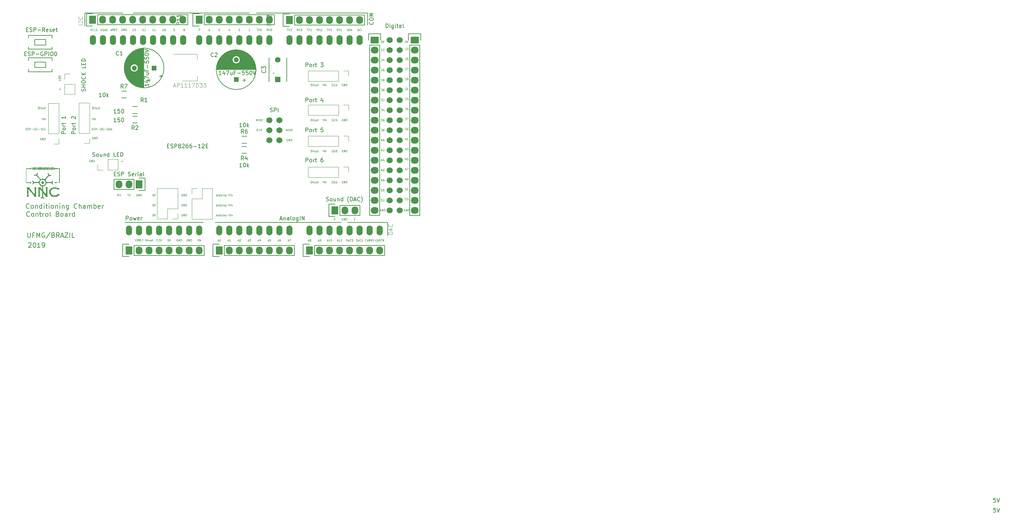
<source format=gbr>
G04 #@! TF.GenerationSoftware,KiCad,Pcbnew,(6.0.0-0)*
G04 #@! TF.CreationDate,2023-06-22T10:54:48-03:00*
G04 #@! TF.ProjectId,NNC_ControlBoard,4e4e435f-436f-46e7-9472-6f6c426f6172,rev?*
G04 #@! TF.SameCoordinates,Original*
G04 #@! TF.FileFunction,Legend,Top*
G04 #@! TF.FilePolarity,Positive*
%FSLAX46Y46*%
G04 Gerber Fmt 4.6, Leading zero omitted, Abs format (unit mm)*
G04 Created by KiCad (PCBNEW (6.0.0-0)) date 2023-06-22 10:54:48*
%MOMM*%
%LPD*%
G01*
G04 APERTURE LIST*
%ADD10C,0.150000*%
%ADD11C,0.100000*%
%ADD12C,0.200000*%
%ADD13C,0.125000*%
%ADD14C,0.120000*%
%ADD15C,0.010000*%
%ADD16R,1.300000X1.300000*%
%ADD17C,1.300000*%
%ADD18R,1.400000X1.400000*%
%ADD19C,1.400000*%
%ADD20R,1.727200X2.032000*%
%ADD21O,1.727200X2.032000*%
%ADD22R,2.032000X1.727200*%
%ADD23O,2.032000X1.727200*%
%ADD24O,1.524000X2.540000*%
%ADD25C,1.524000*%
G04 APERTURE END LIST*
D10*
X175006000Y-47752000D02*
X167386000Y-47752000D01*
X231902000Y-100838000D02*
X240538000Y-100838000D01*
X240538000Y-100838000D02*
X242062000Y-100838000D01*
X198374000Y-100838000D02*
X230378000Y-100838000D01*
X236982000Y-50800000D02*
X236982000Y-47752000D01*
X207010000Y-47752000D02*
X177546000Y-47752000D01*
X167386000Y-47752000D02*
X165354000Y-47752000D01*
X165354000Y-47752000D02*
X165354000Y-51054000D01*
X195326000Y-100838000D02*
X175514000Y-100838000D01*
X242062000Y-100838000D02*
X242062000Y-104140000D01*
X236982000Y-47752000D02*
X208788000Y-47752000D01*
D11*
X173906666Y-94206190D02*
X173740000Y-93968095D01*
X173620952Y-94206190D02*
X173620952Y-93706190D01*
X173811428Y-93706190D01*
X173859047Y-93730000D01*
X173882857Y-93753809D01*
X173906666Y-93801428D01*
X173906666Y-93872857D01*
X173882857Y-93920476D01*
X173859047Y-93944285D01*
X173811428Y-93968095D01*
X173620952Y-93968095D01*
X174073333Y-93706190D02*
X174406666Y-94206190D01*
X174406666Y-93706190D02*
X174073333Y-94206190D01*
X166751047Y-85094000D02*
X166703428Y-85070190D01*
X166632000Y-85070190D01*
X166560571Y-85094000D01*
X166512952Y-85141619D01*
X166489142Y-85189238D01*
X166465333Y-85284476D01*
X166465333Y-85355904D01*
X166489142Y-85451142D01*
X166512952Y-85498761D01*
X166560571Y-85546380D01*
X166632000Y-85570190D01*
X166679619Y-85570190D01*
X166751047Y-85546380D01*
X166774857Y-85522571D01*
X166774857Y-85355904D01*
X166679619Y-85355904D01*
X166989142Y-85570190D02*
X166989142Y-85070190D01*
X167274857Y-85570190D01*
X167274857Y-85070190D01*
X167512952Y-85570190D02*
X167512952Y-85070190D01*
X167632000Y-85070190D01*
X167703428Y-85094000D01*
X167751047Y-85141619D01*
X167774857Y-85189238D01*
X167798666Y-85284476D01*
X167798666Y-85355904D01*
X167774857Y-85451142D01*
X167751047Y-85498761D01*
X167703428Y-85546380D01*
X167632000Y-85570190D01*
X167512952Y-85570190D01*
X174561523Y-85379714D02*
X174942476Y-85379714D01*
X174752000Y-85570190D02*
X174752000Y-85189238D01*
X182784761Y-93706190D02*
X182546666Y-93706190D01*
X182522857Y-93944285D01*
X182546666Y-93920476D01*
X182594285Y-93896666D01*
X182713333Y-93896666D01*
X182760952Y-93920476D01*
X182784761Y-93944285D01*
X182808571Y-93991904D01*
X182808571Y-94110952D01*
X182784761Y-94158571D01*
X182760952Y-94182380D01*
X182713333Y-94206190D01*
X182594285Y-94206190D01*
X182546666Y-94182380D01*
X182522857Y-94158571D01*
X182951428Y-93706190D02*
X183118095Y-94206190D01*
X183284761Y-93706190D01*
X182784761Y-98786190D02*
X182546666Y-98786190D01*
X182522857Y-99024285D01*
X182546666Y-99000476D01*
X182594285Y-98976666D01*
X182713333Y-98976666D01*
X182760952Y-99000476D01*
X182784761Y-99024285D01*
X182808571Y-99071904D01*
X182808571Y-99190952D01*
X182784761Y-99238571D01*
X182760952Y-99262380D01*
X182713333Y-99286190D01*
X182594285Y-99286190D01*
X182546666Y-99262380D01*
X182522857Y-99238571D01*
X182951428Y-98786190D02*
X183118095Y-99286190D01*
X183284761Y-98786190D01*
X190119047Y-93730000D02*
X190071428Y-93706190D01*
X190000000Y-93706190D01*
X189928571Y-93730000D01*
X189880952Y-93777619D01*
X189857142Y-93825238D01*
X189833333Y-93920476D01*
X189833333Y-93991904D01*
X189857142Y-94087142D01*
X189880952Y-94134761D01*
X189928571Y-94182380D01*
X190000000Y-94206190D01*
X190047619Y-94206190D01*
X190119047Y-94182380D01*
X190142857Y-94158571D01*
X190142857Y-93991904D01*
X190047619Y-93991904D01*
X190357142Y-94206190D02*
X190357142Y-93706190D01*
X190642857Y-94206190D01*
X190642857Y-93706190D01*
X190880952Y-94206190D02*
X190880952Y-93706190D01*
X191000000Y-93706190D01*
X191071428Y-93730000D01*
X191119047Y-93777619D01*
X191142857Y-93825238D01*
X191166666Y-93920476D01*
X191166666Y-93991904D01*
X191142857Y-94087142D01*
X191119047Y-94134761D01*
X191071428Y-94182380D01*
X191000000Y-94206190D01*
X190880952Y-94206190D01*
X190119047Y-96270000D02*
X190071428Y-96246190D01*
X190000000Y-96246190D01*
X189928571Y-96270000D01*
X189880952Y-96317619D01*
X189857142Y-96365238D01*
X189833333Y-96460476D01*
X189833333Y-96531904D01*
X189857142Y-96627142D01*
X189880952Y-96674761D01*
X189928571Y-96722380D01*
X190000000Y-96746190D01*
X190047619Y-96746190D01*
X190119047Y-96722380D01*
X190142857Y-96698571D01*
X190142857Y-96531904D01*
X190047619Y-96531904D01*
X190357142Y-96746190D02*
X190357142Y-96246190D01*
X190642857Y-96746190D01*
X190642857Y-96246190D01*
X190880952Y-96746190D02*
X190880952Y-96246190D01*
X191000000Y-96246190D01*
X191071428Y-96270000D01*
X191119047Y-96317619D01*
X191142857Y-96365238D01*
X191166666Y-96460476D01*
X191166666Y-96531904D01*
X191142857Y-96627142D01*
X191119047Y-96674761D01*
X191071428Y-96722380D01*
X191000000Y-96746190D01*
X190880952Y-96746190D01*
X190119047Y-98810000D02*
X190071428Y-98786190D01*
X190000000Y-98786190D01*
X189928571Y-98810000D01*
X189880952Y-98857619D01*
X189857142Y-98905238D01*
X189833333Y-99000476D01*
X189833333Y-99071904D01*
X189857142Y-99167142D01*
X189880952Y-99214761D01*
X189928571Y-99262380D01*
X190000000Y-99286190D01*
X190047619Y-99286190D01*
X190119047Y-99262380D01*
X190142857Y-99238571D01*
X190142857Y-99071904D01*
X190047619Y-99071904D01*
X190357142Y-99286190D02*
X190357142Y-98786190D01*
X190642857Y-99286190D01*
X190642857Y-98786190D01*
X190880952Y-99286190D02*
X190880952Y-98786190D01*
X191000000Y-98786190D01*
X191071428Y-98810000D01*
X191119047Y-98857619D01*
X191142857Y-98905238D01*
X191166666Y-99000476D01*
X191166666Y-99071904D01*
X191142857Y-99167142D01*
X191119047Y-99214761D01*
X191071428Y-99262380D01*
X191000000Y-99286190D01*
X190880952Y-99286190D01*
X198612380Y-99143333D02*
X198850476Y-99143333D01*
X198564761Y-99286190D02*
X198731428Y-98786190D01*
X198898095Y-99286190D01*
X199064761Y-99286190D02*
X199064761Y-98952857D01*
X199064761Y-99048095D02*
X199088571Y-99000476D01*
X199112380Y-98976666D01*
X199160000Y-98952857D01*
X199207619Y-98952857D01*
X199588571Y-99286190D02*
X199588571Y-98786190D01*
X199588571Y-99262380D02*
X199540952Y-99286190D01*
X199445714Y-99286190D01*
X199398095Y-99262380D01*
X199374285Y-99238571D01*
X199350476Y-99190952D01*
X199350476Y-99048095D01*
X199374285Y-99000476D01*
X199398095Y-98976666D01*
X199445714Y-98952857D01*
X199540952Y-98952857D01*
X199588571Y-98976666D01*
X200040952Y-98952857D02*
X200040952Y-99286190D01*
X199826666Y-98952857D02*
X199826666Y-99214761D01*
X199850476Y-99262380D01*
X199898095Y-99286190D01*
X199969523Y-99286190D01*
X200017142Y-99262380D01*
X200040952Y-99238571D01*
X200279047Y-99286190D02*
X200279047Y-98952857D01*
X200279047Y-98786190D02*
X200255238Y-98810000D01*
X200279047Y-98833809D01*
X200302857Y-98810000D01*
X200279047Y-98786190D01*
X200279047Y-98833809D01*
X200517142Y-98952857D02*
X200517142Y-99286190D01*
X200517142Y-99000476D02*
X200540952Y-98976666D01*
X200588571Y-98952857D01*
X200660000Y-98952857D01*
X200707619Y-98976666D01*
X200731428Y-99024285D01*
X200731428Y-99286190D01*
X201040952Y-99286190D02*
X200993333Y-99262380D01*
X200969523Y-99238571D01*
X200945714Y-99190952D01*
X200945714Y-99048095D01*
X200969523Y-99000476D01*
X200993333Y-98976666D01*
X201040952Y-98952857D01*
X201112380Y-98952857D01*
X201160000Y-98976666D01*
X201183809Y-99000476D01*
X201207619Y-99048095D01*
X201207619Y-99190952D01*
X201183809Y-99238571D01*
X201160000Y-99262380D01*
X201112380Y-99286190D01*
X201040952Y-99286190D01*
X201731428Y-98786190D02*
X201898095Y-99286190D01*
X202064761Y-98786190D01*
X202231428Y-99286190D02*
X202231428Y-98952857D01*
X202231428Y-98786190D02*
X202207619Y-98810000D01*
X202231428Y-98833809D01*
X202255238Y-98810000D01*
X202231428Y-98786190D01*
X202231428Y-98833809D01*
X202469523Y-98952857D02*
X202469523Y-99286190D01*
X202469523Y-99000476D02*
X202493333Y-98976666D01*
X202540952Y-98952857D01*
X202612380Y-98952857D01*
X202660000Y-98976666D01*
X202683809Y-99024285D01*
X202683809Y-99286190D01*
X208907142Y-77672380D02*
X208978571Y-77696190D01*
X209097619Y-77696190D01*
X209145238Y-77672380D01*
X209169047Y-77648571D01*
X209192857Y-77600952D01*
X209192857Y-77553333D01*
X209169047Y-77505714D01*
X209145238Y-77481904D01*
X209097619Y-77458095D01*
X209002380Y-77434285D01*
X208954761Y-77410476D01*
X208930952Y-77386666D01*
X208907142Y-77339047D01*
X208907142Y-77291428D01*
X208930952Y-77243809D01*
X208954761Y-77220000D01*
X209002380Y-77196190D01*
X209121428Y-77196190D01*
X209192857Y-77220000D01*
X209692857Y-77648571D02*
X209669047Y-77672380D01*
X209597619Y-77696190D01*
X209550000Y-77696190D01*
X209478571Y-77672380D01*
X209430952Y-77624761D01*
X209407142Y-77577142D01*
X209383333Y-77481904D01*
X209383333Y-77410476D01*
X209407142Y-77315238D01*
X209430952Y-77267619D01*
X209478571Y-77220000D01*
X209550000Y-77196190D01*
X209597619Y-77196190D01*
X209669047Y-77220000D01*
X209692857Y-77243809D01*
X209907142Y-77696190D02*
X209907142Y-77196190D01*
X210192857Y-77696190D02*
X209978571Y-77410476D01*
X210192857Y-77196190D02*
X209907142Y-77481904D01*
X216384285Y-77696190D02*
X216384285Y-77196190D01*
X216550952Y-77553333D01*
X216717619Y-77196190D01*
X216717619Y-77696190D01*
X217050952Y-77196190D02*
X217146190Y-77196190D01*
X217193809Y-77220000D01*
X217241428Y-77267619D01*
X217265238Y-77362857D01*
X217265238Y-77529523D01*
X217241428Y-77624761D01*
X217193809Y-77672380D01*
X217146190Y-77696190D01*
X217050952Y-77696190D01*
X217003333Y-77672380D01*
X216955714Y-77624761D01*
X216931904Y-77529523D01*
X216931904Y-77362857D01*
X216955714Y-77267619D01*
X217003333Y-77220000D01*
X217050952Y-77196190D01*
X217455714Y-77672380D02*
X217527142Y-77696190D01*
X217646190Y-77696190D01*
X217693809Y-77672380D01*
X217717619Y-77648571D01*
X217741428Y-77600952D01*
X217741428Y-77553333D01*
X217717619Y-77505714D01*
X217693809Y-77481904D01*
X217646190Y-77458095D01*
X217550952Y-77434285D01*
X217503333Y-77410476D01*
X217479523Y-77386666D01*
X217455714Y-77339047D01*
X217455714Y-77291428D01*
X217479523Y-77243809D01*
X217503333Y-77220000D01*
X217550952Y-77196190D01*
X217670000Y-77196190D01*
X217741428Y-77220000D01*
X217955714Y-77696190D02*
X217955714Y-77196190D01*
D10*
X212336190Y-72794761D02*
X212479047Y-72842380D01*
X212717142Y-72842380D01*
X212812380Y-72794761D01*
X212860000Y-72747142D01*
X212907619Y-72651904D01*
X212907619Y-72556666D01*
X212860000Y-72461428D01*
X212812380Y-72413809D01*
X212717142Y-72366190D01*
X212526666Y-72318571D01*
X212431428Y-72270952D01*
X212383809Y-72223333D01*
X212336190Y-72128095D01*
X212336190Y-72032857D01*
X212383809Y-71937619D01*
X212431428Y-71890000D01*
X212526666Y-71842380D01*
X212764761Y-71842380D01*
X212907619Y-71890000D01*
X213336190Y-72842380D02*
X213336190Y-71842380D01*
X213717142Y-71842380D01*
X213812380Y-71890000D01*
X213860000Y-71937619D01*
X213907619Y-72032857D01*
X213907619Y-72175714D01*
X213860000Y-72270952D01*
X213812380Y-72318571D01*
X213717142Y-72366190D01*
X213336190Y-72366190D01*
X214336190Y-72842380D02*
X214336190Y-71842380D01*
D11*
X216789047Y-79760000D02*
X216741428Y-79736190D01*
X216670000Y-79736190D01*
X216598571Y-79760000D01*
X216550952Y-79807619D01*
X216527142Y-79855238D01*
X216503333Y-79950476D01*
X216503333Y-80021904D01*
X216527142Y-80117142D01*
X216550952Y-80164761D01*
X216598571Y-80212380D01*
X216670000Y-80236190D01*
X216717619Y-80236190D01*
X216789047Y-80212380D01*
X216812857Y-80188571D01*
X216812857Y-80021904D01*
X216717619Y-80021904D01*
X217027142Y-80236190D02*
X217027142Y-79736190D01*
X217312857Y-80236190D01*
X217312857Y-79736190D01*
X217550952Y-80236190D02*
X217550952Y-79736190D01*
X217670000Y-79736190D01*
X217741428Y-79760000D01*
X217789047Y-79807619D01*
X217812857Y-79855238D01*
X217836666Y-79950476D01*
X217836666Y-80021904D01*
X217812857Y-80117142D01*
X217789047Y-80164761D01*
X217741428Y-80212380D01*
X217670000Y-80236190D01*
X217550952Y-80236190D01*
X230759047Y-65790000D02*
X230711428Y-65766190D01*
X230640000Y-65766190D01*
X230568571Y-65790000D01*
X230520952Y-65837619D01*
X230497142Y-65885238D01*
X230473333Y-65980476D01*
X230473333Y-66051904D01*
X230497142Y-66147142D01*
X230520952Y-66194761D01*
X230568571Y-66242380D01*
X230640000Y-66266190D01*
X230687619Y-66266190D01*
X230759047Y-66242380D01*
X230782857Y-66218571D01*
X230782857Y-66051904D01*
X230687619Y-66051904D01*
X230997142Y-66266190D02*
X230997142Y-65766190D01*
X231282857Y-66266190D01*
X231282857Y-65766190D01*
X231520952Y-66266190D02*
X231520952Y-65766190D01*
X231640000Y-65766190D01*
X231711428Y-65790000D01*
X231759047Y-65837619D01*
X231782857Y-65885238D01*
X231806666Y-65980476D01*
X231806666Y-66051904D01*
X231782857Y-66147142D01*
X231759047Y-66194761D01*
X231711428Y-66242380D01*
X231640000Y-66266190D01*
X231520952Y-66266190D01*
X222829523Y-65766190D02*
X222591428Y-65766190D01*
X222567619Y-66004285D01*
X222591428Y-65980476D01*
X222639047Y-65956666D01*
X222758095Y-65956666D01*
X222805714Y-65980476D01*
X222829523Y-66004285D01*
X222853333Y-66051904D01*
X222853333Y-66170952D01*
X222829523Y-66218571D01*
X222805714Y-66242380D01*
X222758095Y-66266190D01*
X222639047Y-66266190D01*
X222591428Y-66242380D01*
X222567619Y-66218571D01*
X222996190Y-65766190D02*
X223162857Y-66266190D01*
X223329523Y-65766190D01*
X223567619Y-66266190D02*
X223520000Y-66242380D01*
X223496190Y-66218571D01*
X223472380Y-66170952D01*
X223472380Y-66028095D01*
X223496190Y-65980476D01*
X223520000Y-65956666D01*
X223567619Y-65932857D01*
X223639047Y-65932857D01*
X223686666Y-65956666D01*
X223710476Y-65980476D01*
X223734285Y-66028095D01*
X223734285Y-66170952D01*
X223710476Y-66218571D01*
X223686666Y-66242380D01*
X223639047Y-66266190D01*
X223567619Y-66266190D01*
X224162857Y-65932857D02*
X224162857Y-66266190D01*
X223948571Y-65932857D02*
X223948571Y-66194761D01*
X223972380Y-66242380D01*
X224020000Y-66266190D01*
X224091428Y-66266190D01*
X224139047Y-66242380D01*
X224162857Y-66218571D01*
X224329523Y-65932857D02*
X224520000Y-65932857D01*
X224400952Y-65766190D02*
X224400952Y-66194761D01*
X224424761Y-66242380D01*
X224472380Y-66266190D01*
X224520000Y-66266190D01*
X225548095Y-65766190D02*
X225714761Y-66266190D01*
X225881428Y-65766190D01*
X226048095Y-66266190D02*
X226048095Y-65932857D01*
X226048095Y-65766190D02*
X226024285Y-65790000D01*
X226048095Y-65813809D01*
X226071904Y-65790000D01*
X226048095Y-65766190D01*
X226048095Y-65813809D01*
X226286190Y-65932857D02*
X226286190Y-66266190D01*
X226286190Y-65980476D02*
X226310000Y-65956666D01*
X226357619Y-65932857D01*
X226429047Y-65932857D01*
X226476666Y-65956666D01*
X226500476Y-66004285D01*
X226500476Y-66266190D01*
X227992857Y-66266190D02*
X227992857Y-65766190D01*
X228111904Y-65766190D01*
X228183333Y-65790000D01*
X228230952Y-65837619D01*
X228254761Y-65885238D01*
X228278571Y-65980476D01*
X228278571Y-66051904D01*
X228254761Y-66147142D01*
X228230952Y-66194761D01*
X228183333Y-66242380D01*
X228111904Y-66266190D01*
X227992857Y-66266190D01*
X228469047Y-65813809D02*
X228492857Y-65790000D01*
X228540476Y-65766190D01*
X228659523Y-65766190D01*
X228707142Y-65790000D01*
X228730952Y-65813809D01*
X228754761Y-65861428D01*
X228754761Y-65909047D01*
X228730952Y-65980476D01*
X228445238Y-66266190D01*
X228754761Y-66266190D01*
X228945238Y-65813809D02*
X228969047Y-65790000D01*
X229016666Y-65766190D01*
X229135714Y-65766190D01*
X229183333Y-65790000D01*
X229207142Y-65813809D01*
X229230952Y-65861428D01*
X229230952Y-65909047D01*
X229207142Y-65980476D01*
X228921428Y-66266190D01*
X229230952Y-66266190D01*
X153741523Y-71608190D02*
X153503428Y-71608190D01*
X153479619Y-71846285D01*
X153503428Y-71822476D01*
X153551047Y-71798666D01*
X153670095Y-71798666D01*
X153717714Y-71822476D01*
X153741523Y-71846285D01*
X153765333Y-71893904D01*
X153765333Y-72012952D01*
X153741523Y-72060571D01*
X153717714Y-72084380D01*
X153670095Y-72108190D01*
X153551047Y-72108190D01*
X153503428Y-72084380D01*
X153479619Y-72060571D01*
X153908190Y-71608190D02*
X154074857Y-72108190D01*
X154241523Y-71608190D01*
X154479619Y-72108190D02*
X154432000Y-72084380D01*
X154408190Y-72060571D01*
X154384380Y-72012952D01*
X154384380Y-71870095D01*
X154408190Y-71822476D01*
X154432000Y-71798666D01*
X154479619Y-71774857D01*
X154551047Y-71774857D01*
X154598666Y-71798666D01*
X154622476Y-71822476D01*
X154646285Y-71870095D01*
X154646285Y-72012952D01*
X154622476Y-72060571D01*
X154598666Y-72084380D01*
X154551047Y-72108190D01*
X154479619Y-72108190D01*
X155074857Y-71774857D02*
X155074857Y-72108190D01*
X154860571Y-71774857D02*
X154860571Y-72036761D01*
X154884380Y-72084380D01*
X154932000Y-72108190D01*
X155003428Y-72108190D01*
X155051047Y-72084380D01*
X155074857Y-72060571D01*
X155241523Y-71774857D02*
X155432000Y-71774857D01*
X155312952Y-71608190D02*
X155312952Y-72036761D01*
X155336761Y-72084380D01*
X155384380Y-72108190D01*
X155432000Y-72108190D01*
X154428095Y-74402190D02*
X154594761Y-74902190D01*
X154761428Y-74402190D01*
X154928095Y-74902190D02*
X154928095Y-74568857D01*
X154928095Y-74402190D02*
X154904285Y-74426000D01*
X154928095Y-74449809D01*
X154951904Y-74426000D01*
X154928095Y-74402190D01*
X154928095Y-74449809D01*
X155166190Y-74568857D02*
X155166190Y-74902190D01*
X155166190Y-74616476D02*
X155190000Y-74592666D01*
X155237619Y-74568857D01*
X155309047Y-74568857D01*
X155356666Y-74592666D01*
X155380476Y-74640285D01*
X155380476Y-74902190D01*
X150396095Y-77180285D02*
X150562761Y-77180285D01*
X150634190Y-77442190D02*
X150396095Y-77442190D01*
X150396095Y-76942190D01*
X150634190Y-76942190D01*
X150824666Y-77418380D02*
X150896095Y-77442190D01*
X151015142Y-77442190D01*
X151062761Y-77418380D01*
X151086571Y-77394571D01*
X151110380Y-77346952D01*
X151110380Y-77299333D01*
X151086571Y-77251714D01*
X151062761Y-77227904D01*
X151015142Y-77204095D01*
X150919904Y-77180285D01*
X150872285Y-77156476D01*
X150848476Y-77132666D01*
X150824666Y-77085047D01*
X150824666Y-77037428D01*
X150848476Y-76989809D01*
X150872285Y-76966000D01*
X150919904Y-76942190D01*
X151038952Y-76942190D01*
X151110380Y-76966000D01*
X151324666Y-77442190D02*
X151324666Y-76942190D01*
X151515142Y-76942190D01*
X151562761Y-76966000D01*
X151586571Y-76989809D01*
X151610380Y-77037428D01*
X151610380Y-77108857D01*
X151586571Y-77156476D01*
X151562761Y-77180285D01*
X151515142Y-77204095D01*
X151324666Y-77204095D01*
X151824666Y-77251714D02*
X152205619Y-77251714D01*
X152443714Y-77442190D02*
X152443714Y-76942190D01*
X152658000Y-76989809D02*
X152681809Y-76966000D01*
X152729428Y-76942190D01*
X152848476Y-76942190D01*
X152896095Y-76966000D01*
X152919904Y-76989809D01*
X152943714Y-77037428D01*
X152943714Y-77085047D01*
X152919904Y-77156476D01*
X152634190Y-77442190D01*
X152943714Y-77442190D01*
X153443714Y-77394571D02*
X153419904Y-77418380D01*
X153348476Y-77442190D01*
X153300857Y-77442190D01*
X153229428Y-77418380D01*
X153181809Y-77370761D01*
X153158000Y-77323142D01*
X153134190Y-77227904D01*
X153134190Y-77156476D01*
X153158000Y-77061238D01*
X153181809Y-77013619D01*
X153229428Y-76966000D01*
X153300857Y-76942190D01*
X153348476Y-76942190D01*
X153419904Y-76966000D01*
X153443714Y-76989809D01*
X153658000Y-77251714D02*
X154038952Y-77251714D01*
X154253238Y-77418380D02*
X154324666Y-77442190D01*
X154443714Y-77442190D01*
X154491333Y-77418380D01*
X154515142Y-77394571D01*
X154538952Y-77346952D01*
X154538952Y-77299333D01*
X154515142Y-77251714D01*
X154491333Y-77227904D01*
X154443714Y-77204095D01*
X154348476Y-77180285D01*
X154300857Y-77156476D01*
X154277047Y-77132666D01*
X154253238Y-77085047D01*
X154253238Y-77037428D01*
X154277047Y-76989809D01*
X154300857Y-76966000D01*
X154348476Y-76942190D01*
X154467523Y-76942190D01*
X154538952Y-76966000D01*
X155038952Y-77394571D02*
X155015142Y-77418380D01*
X154943714Y-77442190D01*
X154896095Y-77442190D01*
X154824666Y-77418380D01*
X154777047Y-77370761D01*
X154753238Y-77323142D01*
X154729428Y-77227904D01*
X154729428Y-77156476D01*
X154753238Y-77061238D01*
X154777047Y-77013619D01*
X154824666Y-76966000D01*
X154896095Y-76942190D01*
X154943714Y-76942190D01*
X155015142Y-76966000D01*
X155038952Y-76989809D01*
X155491333Y-77442190D02*
X155253238Y-77442190D01*
X155253238Y-76942190D01*
X154305047Y-79506000D02*
X154257428Y-79482190D01*
X154186000Y-79482190D01*
X154114571Y-79506000D01*
X154066952Y-79553619D01*
X154043142Y-79601238D01*
X154019333Y-79696476D01*
X154019333Y-79767904D01*
X154043142Y-79863142D01*
X154066952Y-79910761D01*
X154114571Y-79958380D01*
X154186000Y-79982190D01*
X154233619Y-79982190D01*
X154305047Y-79958380D01*
X154328857Y-79934571D01*
X154328857Y-79767904D01*
X154233619Y-79767904D01*
X154543142Y-79982190D02*
X154543142Y-79482190D01*
X154828857Y-79982190D01*
X154828857Y-79482190D01*
X155066952Y-79982190D02*
X155066952Y-79482190D01*
X155186000Y-79482190D01*
X155257428Y-79506000D01*
X155305047Y-79553619D01*
X155328857Y-79601238D01*
X155352666Y-79696476D01*
X155352666Y-79767904D01*
X155328857Y-79863142D01*
X155305047Y-79910761D01*
X155257428Y-79958380D01*
X155186000Y-79982190D01*
X155066952Y-79982190D01*
X212915523Y-63027714D02*
X213296476Y-63027714D01*
X213106000Y-63218190D02*
X213106000Y-62837238D01*
D10*
X181229047Y-64841428D02*
X181990952Y-64841428D01*
X181610000Y-65222380D02*
X181610000Y-64460476D01*
D11*
X230759047Y-99826000D02*
X230711428Y-99802190D01*
X230640000Y-99802190D01*
X230568571Y-99826000D01*
X230520952Y-99873619D01*
X230497142Y-99921238D01*
X230473333Y-100016476D01*
X230473333Y-100087904D01*
X230497142Y-100183142D01*
X230520952Y-100230761D01*
X230568571Y-100278380D01*
X230640000Y-100302190D01*
X230687619Y-100302190D01*
X230759047Y-100278380D01*
X230782857Y-100254571D01*
X230782857Y-100087904D01*
X230687619Y-100087904D01*
X230997142Y-100302190D02*
X230997142Y-99802190D01*
X231282857Y-100302190D01*
X231282857Y-99802190D01*
X231520952Y-100302190D02*
X231520952Y-99802190D01*
X231640000Y-99802190D01*
X231711428Y-99826000D01*
X231759047Y-99873619D01*
X231782857Y-99921238D01*
X231806666Y-100016476D01*
X231806666Y-100087904D01*
X231782857Y-100183142D01*
X231759047Y-100230761D01*
X231711428Y-100278380D01*
X231640000Y-100302190D01*
X231520952Y-100302190D01*
X228576190Y-99802190D02*
X228623809Y-99802190D01*
X228671428Y-99826000D01*
X228695238Y-99849809D01*
X228719047Y-99897428D01*
X228742857Y-99992666D01*
X228742857Y-100111714D01*
X228719047Y-100206952D01*
X228695238Y-100254571D01*
X228671428Y-100278380D01*
X228623809Y-100302190D01*
X228576190Y-100302190D01*
X228528571Y-100278380D01*
X228504761Y-100254571D01*
X228480952Y-100206952D01*
X228457142Y-100111714D01*
X228457142Y-99992666D01*
X228480952Y-99897428D01*
X228504761Y-99849809D01*
X228528571Y-99826000D01*
X228576190Y-99802190D01*
X233822857Y-100302190D02*
X233537142Y-100302190D01*
X233680000Y-100302190D02*
X233680000Y-99802190D01*
X233632380Y-99873619D01*
X233584761Y-99921238D01*
X233537142Y-99945047D01*
X174879047Y-51820000D02*
X174831428Y-51796190D01*
X174760000Y-51796190D01*
X174688571Y-51820000D01*
X174640952Y-51867619D01*
X174617142Y-51915238D01*
X174593333Y-52010476D01*
X174593333Y-52081904D01*
X174617142Y-52177142D01*
X174640952Y-52224761D01*
X174688571Y-52272380D01*
X174760000Y-52296190D01*
X174807619Y-52296190D01*
X174879047Y-52272380D01*
X174902857Y-52248571D01*
X174902857Y-52081904D01*
X174807619Y-52081904D01*
X175117142Y-52296190D02*
X175117142Y-51796190D01*
X175402857Y-52296190D01*
X175402857Y-51796190D01*
X175640952Y-52296190D02*
X175640952Y-51796190D01*
X175760000Y-51796190D01*
X175831428Y-51820000D01*
X175879047Y-51867619D01*
X175902857Y-51915238D01*
X175926666Y-52010476D01*
X175926666Y-52081904D01*
X175902857Y-52177142D01*
X175879047Y-52224761D01*
X175831428Y-52272380D01*
X175760000Y-52296190D01*
X175640952Y-52296190D01*
X171910476Y-52153333D02*
X172148571Y-52153333D01*
X171862857Y-52296190D02*
X172029523Y-51796190D01*
X172196190Y-52296190D01*
X172648571Y-52296190D02*
X172481904Y-52058095D01*
X172362857Y-52296190D02*
X172362857Y-51796190D01*
X172553333Y-51796190D01*
X172600952Y-51820000D01*
X172624761Y-51843809D01*
X172648571Y-51891428D01*
X172648571Y-51962857D01*
X172624761Y-52010476D01*
X172600952Y-52034285D01*
X172553333Y-52058095D01*
X172362857Y-52058095D01*
X172862857Y-52034285D02*
X173029523Y-52034285D01*
X173100952Y-52296190D02*
X172862857Y-52296190D01*
X172862857Y-51796190D01*
X173100952Y-51796190D01*
X173481904Y-52034285D02*
X173315238Y-52034285D01*
X173315238Y-52296190D02*
X173315238Y-51796190D01*
X173553333Y-51796190D01*
X169334761Y-52272380D02*
X169406190Y-52296190D01*
X169525238Y-52296190D01*
X169572857Y-52272380D01*
X169596666Y-52248571D01*
X169620476Y-52200952D01*
X169620476Y-52153333D01*
X169596666Y-52105714D01*
X169572857Y-52081904D01*
X169525238Y-52058095D01*
X169430000Y-52034285D01*
X169382380Y-52010476D01*
X169358571Y-51986666D01*
X169334761Y-51939047D01*
X169334761Y-51891428D01*
X169358571Y-51843809D01*
X169382380Y-51820000D01*
X169430000Y-51796190D01*
X169549047Y-51796190D01*
X169620476Y-51820000D01*
X169834761Y-52296190D02*
X169834761Y-51796190D01*
X169953809Y-51796190D01*
X170025238Y-51820000D01*
X170072857Y-51867619D01*
X170096666Y-51915238D01*
X170120476Y-52010476D01*
X170120476Y-52081904D01*
X170096666Y-52177142D01*
X170072857Y-52224761D01*
X170025238Y-52272380D01*
X169953809Y-52296190D01*
X169834761Y-52296190D01*
X170310952Y-52153333D02*
X170549047Y-52153333D01*
X170263333Y-52296190D02*
X170430000Y-51796190D01*
X170596666Y-52296190D01*
X171025238Y-52296190D02*
X170739523Y-52296190D01*
X170882380Y-52296190D02*
X170882380Y-51796190D01*
X170834761Y-51867619D01*
X170787142Y-51915238D01*
X170739523Y-51939047D01*
X166806666Y-52272380D02*
X166878095Y-52296190D01*
X166997142Y-52296190D01*
X167044761Y-52272380D01*
X167068571Y-52248571D01*
X167092380Y-52200952D01*
X167092380Y-52153333D01*
X167068571Y-52105714D01*
X167044761Y-52081904D01*
X166997142Y-52058095D01*
X166901904Y-52034285D01*
X166854285Y-52010476D01*
X166830476Y-51986666D01*
X166806666Y-51939047D01*
X166806666Y-51891428D01*
X166830476Y-51843809D01*
X166854285Y-51820000D01*
X166901904Y-51796190D01*
X167020952Y-51796190D01*
X167092380Y-51820000D01*
X167592380Y-52248571D02*
X167568571Y-52272380D01*
X167497142Y-52296190D01*
X167449523Y-52296190D01*
X167378095Y-52272380D01*
X167330476Y-52224761D01*
X167306666Y-52177142D01*
X167282857Y-52081904D01*
X167282857Y-52010476D01*
X167306666Y-51915238D01*
X167330476Y-51867619D01*
X167378095Y-51820000D01*
X167449523Y-51796190D01*
X167497142Y-51796190D01*
X167568571Y-51820000D01*
X167592380Y-51843809D01*
X168044761Y-52296190D02*
X167806666Y-52296190D01*
X167806666Y-51796190D01*
X168473333Y-52296190D02*
X168187619Y-52296190D01*
X168330476Y-52296190D02*
X168330476Y-51796190D01*
X168282857Y-51867619D01*
X168235238Y-51915238D01*
X168187619Y-51939047D01*
X211768571Y-52296190D02*
X211601904Y-52058095D01*
X211482857Y-52296190D02*
X211482857Y-51796190D01*
X211673333Y-51796190D01*
X211720952Y-51820000D01*
X211744761Y-51843809D01*
X211768571Y-51891428D01*
X211768571Y-51962857D01*
X211744761Y-52010476D01*
X211720952Y-52034285D01*
X211673333Y-52058095D01*
X211482857Y-52058095D01*
X211935238Y-51796190D02*
X212268571Y-52296190D01*
X212268571Y-51796190D02*
X211935238Y-52296190D01*
X212554285Y-51796190D02*
X212601904Y-51796190D01*
X212649523Y-51820000D01*
X212673333Y-51843809D01*
X212697142Y-51891428D01*
X212720952Y-51986666D01*
X212720952Y-52105714D01*
X212697142Y-52200952D01*
X212673333Y-52248571D01*
X212649523Y-52272380D01*
X212601904Y-52296190D01*
X212554285Y-52296190D01*
X212506666Y-52272380D01*
X212482857Y-52248571D01*
X212459047Y-52200952D01*
X212435238Y-52105714D01*
X212435238Y-51986666D01*
X212459047Y-51891428D01*
X212482857Y-51843809D01*
X212506666Y-51820000D01*
X212554285Y-51796190D01*
X208930952Y-51796190D02*
X209216666Y-51796190D01*
X209073809Y-52296190D02*
X209073809Y-51796190D01*
X209335714Y-51796190D02*
X209669047Y-52296190D01*
X209669047Y-51796190D02*
X209335714Y-52296190D01*
X209954761Y-51796190D02*
X210002380Y-51796190D01*
X210050000Y-51820000D01*
X210073809Y-51843809D01*
X210097619Y-51891428D01*
X210121428Y-51986666D01*
X210121428Y-52105714D01*
X210097619Y-52200952D01*
X210073809Y-52248571D01*
X210050000Y-52272380D01*
X210002380Y-52296190D01*
X209954761Y-52296190D01*
X209907142Y-52272380D01*
X209883333Y-52248571D01*
X209859523Y-52200952D01*
X209835714Y-52105714D01*
X209835714Y-51986666D01*
X209859523Y-51891428D01*
X209883333Y-51843809D01*
X209907142Y-51820000D01*
X209954761Y-51796190D01*
X206867142Y-51843809D02*
X206890952Y-51820000D01*
X206938571Y-51796190D01*
X207057619Y-51796190D01*
X207105238Y-51820000D01*
X207129047Y-51843809D01*
X207152857Y-51891428D01*
X207152857Y-51939047D01*
X207129047Y-52010476D01*
X206843333Y-52296190D01*
X207152857Y-52296190D01*
X204303333Y-51796190D02*
X204612857Y-51796190D01*
X204446190Y-51986666D01*
X204517619Y-51986666D01*
X204565238Y-52010476D01*
X204589047Y-52034285D01*
X204612857Y-52081904D01*
X204612857Y-52200952D01*
X204589047Y-52248571D01*
X204565238Y-52272380D01*
X204517619Y-52296190D01*
X204374761Y-52296190D01*
X204327142Y-52272380D01*
X204303333Y-52248571D01*
X202025238Y-51962857D02*
X202025238Y-52296190D01*
X201906190Y-51772380D02*
X201787142Y-52129523D01*
X202096666Y-52129523D01*
X199509047Y-51796190D02*
X199270952Y-51796190D01*
X199247142Y-52034285D01*
X199270952Y-52010476D01*
X199318571Y-51986666D01*
X199437619Y-51986666D01*
X199485238Y-52010476D01*
X199509047Y-52034285D01*
X199532857Y-52081904D01*
X199532857Y-52200952D01*
X199509047Y-52248571D01*
X199485238Y-52272380D01*
X199437619Y-52296190D01*
X199318571Y-52296190D01*
X199270952Y-52272380D01*
X199247142Y-52248571D01*
X196945238Y-51796190D02*
X196850000Y-51796190D01*
X196802380Y-51820000D01*
X196778571Y-51843809D01*
X196730952Y-51915238D01*
X196707142Y-52010476D01*
X196707142Y-52200952D01*
X196730952Y-52248571D01*
X196754761Y-52272380D01*
X196802380Y-52296190D01*
X196897619Y-52296190D01*
X196945238Y-52272380D01*
X196969047Y-52248571D01*
X196992857Y-52200952D01*
X196992857Y-52081904D01*
X196969047Y-52034285D01*
X196945238Y-52010476D01*
X196897619Y-51986666D01*
X196802380Y-51986666D01*
X196754761Y-52010476D01*
X196730952Y-52034285D01*
X196707142Y-52081904D01*
X194143333Y-51796190D02*
X194476666Y-51796190D01*
X194262380Y-52296190D01*
X190452380Y-52010476D02*
X190404761Y-51986666D01*
X190380952Y-51962857D01*
X190357142Y-51915238D01*
X190357142Y-51891428D01*
X190380952Y-51843809D01*
X190404761Y-51820000D01*
X190452380Y-51796190D01*
X190547619Y-51796190D01*
X190595238Y-51820000D01*
X190619047Y-51843809D01*
X190642857Y-51891428D01*
X190642857Y-51915238D01*
X190619047Y-51962857D01*
X190595238Y-51986666D01*
X190547619Y-52010476D01*
X190452380Y-52010476D01*
X190404761Y-52034285D01*
X190380952Y-52058095D01*
X190357142Y-52105714D01*
X190357142Y-52200952D01*
X190380952Y-52248571D01*
X190404761Y-52272380D01*
X190452380Y-52296190D01*
X190547619Y-52296190D01*
X190595238Y-52272380D01*
X190619047Y-52248571D01*
X190642857Y-52200952D01*
X190642857Y-52105714D01*
X190619047Y-52058095D01*
X190595238Y-52034285D01*
X190547619Y-52010476D01*
X187864761Y-52296190D02*
X187960000Y-52296190D01*
X188007619Y-52272380D01*
X188031428Y-52248571D01*
X188079047Y-52177142D01*
X188102857Y-52081904D01*
X188102857Y-51891428D01*
X188079047Y-51843809D01*
X188055238Y-51820000D01*
X188007619Y-51796190D01*
X187912380Y-51796190D01*
X187864761Y-51820000D01*
X187840952Y-51843809D01*
X187817142Y-51891428D01*
X187817142Y-52010476D01*
X187840952Y-52058095D01*
X187864761Y-52081904D01*
X187912380Y-52105714D01*
X188007619Y-52105714D01*
X188055238Y-52081904D01*
X188079047Y-52058095D01*
X188102857Y-52010476D01*
X185324761Y-52296190D02*
X185039047Y-52296190D01*
X185181904Y-52296190D02*
X185181904Y-51796190D01*
X185134285Y-51867619D01*
X185086666Y-51915238D01*
X185039047Y-51939047D01*
X185634285Y-51796190D02*
X185681904Y-51796190D01*
X185729523Y-51820000D01*
X185753333Y-51843809D01*
X185777142Y-51891428D01*
X185800952Y-51986666D01*
X185800952Y-52105714D01*
X185777142Y-52200952D01*
X185753333Y-52248571D01*
X185729523Y-52272380D01*
X185681904Y-52296190D01*
X185634285Y-52296190D01*
X185586666Y-52272380D01*
X185562857Y-52248571D01*
X185539047Y-52200952D01*
X185515238Y-52105714D01*
X185515238Y-51986666D01*
X185539047Y-51891428D01*
X185562857Y-51843809D01*
X185586666Y-51820000D01*
X185634285Y-51796190D01*
X182784761Y-52296190D02*
X182499047Y-52296190D01*
X182641904Y-52296190D02*
X182641904Y-51796190D01*
X182594285Y-51867619D01*
X182546666Y-51915238D01*
X182499047Y-51939047D01*
X183260952Y-52296190D02*
X182975238Y-52296190D01*
X183118095Y-52296190D02*
X183118095Y-51796190D01*
X183070476Y-51867619D01*
X183022857Y-51915238D01*
X182975238Y-51939047D01*
X180244761Y-52296190D02*
X179959047Y-52296190D01*
X180101904Y-52296190D02*
X180101904Y-51796190D01*
X180054285Y-51867619D01*
X180006666Y-51915238D01*
X179959047Y-51939047D01*
X180435238Y-51843809D02*
X180459047Y-51820000D01*
X180506666Y-51796190D01*
X180625714Y-51796190D01*
X180673333Y-51820000D01*
X180697142Y-51843809D01*
X180720952Y-51891428D01*
X180720952Y-51939047D01*
X180697142Y-52010476D01*
X180411428Y-52296190D01*
X180720952Y-52296190D01*
X177704761Y-52296190D02*
X177419047Y-52296190D01*
X177561904Y-52296190D02*
X177561904Y-51796190D01*
X177514285Y-51867619D01*
X177466666Y-51915238D01*
X177419047Y-51939047D01*
X177871428Y-51796190D02*
X178180952Y-51796190D01*
X178014285Y-51986666D01*
X178085714Y-51986666D01*
X178133333Y-52010476D01*
X178157142Y-52034285D01*
X178180952Y-52081904D01*
X178180952Y-52200952D01*
X178157142Y-52248571D01*
X178133333Y-52272380D01*
X178085714Y-52296190D01*
X177942857Y-52296190D01*
X177895238Y-52272380D01*
X177871428Y-52248571D01*
X219388571Y-52296190D02*
X219221904Y-52058095D01*
X219102857Y-52296190D02*
X219102857Y-51796190D01*
X219293333Y-51796190D01*
X219340952Y-51820000D01*
X219364761Y-51843809D01*
X219388571Y-51891428D01*
X219388571Y-51962857D01*
X219364761Y-52010476D01*
X219340952Y-52034285D01*
X219293333Y-52058095D01*
X219102857Y-52058095D01*
X219555238Y-51796190D02*
X219888571Y-52296190D01*
X219888571Y-51796190D02*
X219555238Y-52296190D01*
X220031428Y-51796190D02*
X220340952Y-51796190D01*
X220174285Y-51986666D01*
X220245714Y-51986666D01*
X220293333Y-52010476D01*
X220317142Y-52034285D01*
X220340952Y-52081904D01*
X220340952Y-52200952D01*
X220317142Y-52248571D01*
X220293333Y-52272380D01*
X220245714Y-52296190D01*
X220102857Y-52296190D01*
X220055238Y-52272380D01*
X220031428Y-52248571D01*
X216550952Y-51796190D02*
X216836666Y-51796190D01*
X216693809Y-52296190D02*
X216693809Y-51796190D01*
X216955714Y-51796190D02*
X217289047Y-52296190D01*
X217289047Y-51796190D02*
X216955714Y-52296190D01*
X217431904Y-51796190D02*
X217741428Y-51796190D01*
X217574761Y-51986666D01*
X217646190Y-51986666D01*
X217693809Y-52010476D01*
X217717619Y-52034285D01*
X217741428Y-52081904D01*
X217741428Y-52200952D01*
X217717619Y-52248571D01*
X217693809Y-52272380D01*
X217646190Y-52296190D01*
X217503333Y-52296190D01*
X217455714Y-52272380D01*
X217431904Y-52248571D01*
X221630952Y-51796190D02*
X221916666Y-51796190D01*
X221773809Y-52296190D02*
X221773809Y-51796190D01*
X222035714Y-51796190D02*
X222369047Y-52296190D01*
X222369047Y-51796190D02*
X222035714Y-52296190D01*
X222535714Y-51843809D02*
X222559523Y-51820000D01*
X222607142Y-51796190D01*
X222726190Y-51796190D01*
X222773809Y-51820000D01*
X222797619Y-51843809D01*
X222821428Y-51891428D01*
X222821428Y-51939047D01*
X222797619Y-52010476D01*
X222511904Y-52296190D01*
X222821428Y-52296190D01*
X224468571Y-52296190D02*
X224301904Y-52058095D01*
X224182857Y-52296190D02*
X224182857Y-51796190D01*
X224373333Y-51796190D01*
X224420952Y-51820000D01*
X224444761Y-51843809D01*
X224468571Y-51891428D01*
X224468571Y-51962857D01*
X224444761Y-52010476D01*
X224420952Y-52034285D01*
X224373333Y-52058095D01*
X224182857Y-52058095D01*
X224635238Y-51796190D02*
X224968571Y-52296190D01*
X224968571Y-51796190D02*
X224635238Y-52296190D01*
X225135238Y-51843809D02*
X225159047Y-51820000D01*
X225206666Y-51796190D01*
X225325714Y-51796190D01*
X225373333Y-51820000D01*
X225397142Y-51843809D01*
X225420952Y-51891428D01*
X225420952Y-51939047D01*
X225397142Y-52010476D01*
X225111428Y-52296190D01*
X225420952Y-52296190D01*
X226710952Y-51796190D02*
X226996666Y-51796190D01*
X226853809Y-52296190D02*
X226853809Y-51796190D01*
X227115714Y-51796190D02*
X227449047Y-52296190D01*
X227449047Y-51796190D02*
X227115714Y-52296190D01*
X227901428Y-52296190D02*
X227615714Y-52296190D01*
X227758571Y-52296190D02*
X227758571Y-51796190D01*
X227710952Y-51867619D01*
X227663333Y-51915238D01*
X227615714Y-51939047D01*
X229548571Y-52296190D02*
X229381904Y-52058095D01*
X229262857Y-52296190D02*
X229262857Y-51796190D01*
X229453333Y-51796190D01*
X229500952Y-51820000D01*
X229524761Y-51843809D01*
X229548571Y-51891428D01*
X229548571Y-51962857D01*
X229524761Y-52010476D01*
X229500952Y-52034285D01*
X229453333Y-52058095D01*
X229262857Y-52058095D01*
X229715238Y-51796190D02*
X230048571Y-52296190D01*
X230048571Y-51796190D02*
X229715238Y-52296190D01*
X230500952Y-52296190D02*
X230215238Y-52296190D01*
X230358095Y-52296190D02*
X230358095Y-51796190D01*
X230310476Y-51867619D01*
X230262857Y-51915238D01*
X230215238Y-51939047D01*
X234426190Y-52272380D02*
X234497619Y-52296190D01*
X234616666Y-52296190D01*
X234664285Y-52272380D01*
X234688095Y-52248571D01*
X234711904Y-52200952D01*
X234711904Y-52153333D01*
X234688095Y-52105714D01*
X234664285Y-52081904D01*
X234616666Y-52058095D01*
X234521428Y-52034285D01*
X234473809Y-52010476D01*
X234450000Y-51986666D01*
X234426190Y-51939047D01*
X234426190Y-51891428D01*
X234450000Y-51843809D01*
X234473809Y-51820000D01*
X234521428Y-51796190D01*
X234640476Y-51796190D01*
X234711904Y-51820000D01*
X235211904Y-52248571D02*
X235188095Y-52272380D01*
X235116666Y-52296190D01*
X235069047Y-52296190D01*
X234997619Y-52272380D01*
X234950000Y-52224761D01*
X234926190Y-52177142D01*
X234902380Y-52081904D01*
X234902380Y-52010476D01*
X234926190Y-51915238D01*
X234950000Y-51867619D01*
X234997619Y-51820000D01*
X235069047Y-51796190D01*
X235116666Y-51796190D01*
X235188095Y-51820000D01*
X235211904Y-51843809D01*
X235497619Y-52296190D02*
X235450000Y-52272380D01*
X235426190Y-52224761D01*
X235426190Y-51796190D01*
X231802857Y-52272380D02*
X231874285Y-52296190D01*
X231993333Y-52296190D01*
X232040952Y-52272380D01*
X232064761Y-52248571D01*
X232088571Y-52200952D01*
X232088571Y-52153333D01*
X232064761Y-52105714D01*
X232040952Y-52081904D01*
X231993333Y-52058095D01*
X231898095Y-52034285D01*
X231850476Y-52010476D01*
X231826666Y-51986666D01*
X231802857Y-51939047D01*
X231802857Y-51891428D01*
X231826666Y-51843809D01*
X231850476Y-51820000D01*
X231898095Y-51796190D01*
X232017142Y-51796190D01*
X232088571Y-51820000D01*
X232302857Y-52296190D02*
X232302857Y-51796190D01*
X232421904Y-51796190D01*
X232493333Y-51820000D01*
X232540952Y-51867619D01*
X232564761Y-51915238D01*
X232588571Y-52010476D01*
X232588571Y-52081904D01*
X232564761Y-52177142D01*
X232540952Y-52224761D01*
X232493333Y-52272380D01*
X232421904Y-52296190D01*
X232302857Y-52296190D01*
X232779047Y-52153333D02*
X233017142Y-52153333D01*
X232731428Y-52296190D02*
X232898095Y-51796190D01*
X233064761Y-52296190D01*
X178117619Y-105636190D02*
X178117619Y-105136190D01*
X178450952Y-105136190D02*
X178546190Y-105136190D01*
X178593809Y-105160000D01*
X178641428Y-105207619D01*
X178665238Y-105302857D01*
X178665238Y-105469523D01*
X178641428Y-105564761D01*
X178593809Y-105612380D01*
X178546190Y-105636190D01*
X178450952Y-105636190D01*
X178403333Y-105612380D01*
X178355714Y-105564761D01*
X178331904Y-105469523D01*
X178331904Y-105302857D01*
X178355714Y-105207619D01*
X178403333Y-105160000D01*
X178450952Y-105136190D01*
X179165238Y-105636190D02*
X178998571Y-105398095D01*
X178879523Y-105636190D02*
X178879523Y-105136190D01*
X179070000Y-105136190D01*
X179117619Y-105160000D01*
X179141428Y-105183809D01*
X179165238Y-105231428D01*
X179165238Y-105302857D01*
X179141428Y-105350476D01*
X179117619Y-105374285D01*
X179070000Y-105398095D01*
X178879523Y-105398095D01*
X179379523Y-105374285D02*
X179546190Y-105374285D01*
X179617619Y-105636190D02*
X179379523Y-105636190D01*
X179379523Y-105136190D01*
X179617619Y-105136190D01*
X179998571Y-105374285D02*
X179831904Y-105374285D01*
X179831904Y-105636190D02*
X179831904Y-105136190D01*
X180070000Y-105136190D01*
X180990952Y-105636190D02*
X180824285Y-105398095D01*
X180705238Y-105636190D02*
X180705238Y-105136190D01*
X180895714Y-105136190D01*
X180943333Y-105160000D01*
X180967142Y-105183809D01*
X180990952Y-105231428D01*
X180990952Y-105302857D01*
X180967142Y-105350476D01*
X180943333Y-105374285D01*
X180895714Y-105398095D01*
X180705238Y-105398095D01*
X181395714Y-105612380D02*
X181348095Y-105636190D01*
X181252857Y-105636190D01*
X181205238Y-105612380D01*
X181181428Y-105564761D01*
X181181428Y-105374285D01*
X181205238Y-105326666D01*
X181252857Y-105302857D01*
X181348095Y-105302857D01*
X181395714Y-105326666D01*
X181419523Y-105374285D01*
X181419523Y-105421904D01*
X181181428Y-105469523D01*
X181610000Y-105612380D02*
X181657619Y-105636190D01*
X181752857Y-105636190D01*
X181800476Y-105612380D01*
X181824285Y-105564761D01*
X181824285Y-105540952D01*
X181800476Y-105493333D01*
X181752857Y-105469523D01*
X181681428Y-105469523D01*
X181633809Y-105445714D01*
X181610000Y-105398095D01*
X181610000Y-105374285D01*
X181633809Y-105326666D01*
X181681428Y-105302857D01*
X181752857Y-105302857D01*
X181800476Y-105326666D01*
X182229047Y-105612380D02*
X182181428Y-105636190D01*
X182086190Y-105636190D01*
X182038571Y-105612380D01*
X182014761Y-105564761D01*
X182014761Y-105374285D01*
X182038571Y-105326666D01*
X182086190Y-105302857D01*
X182181428Y-105302857D01*
X182229047Y-105326666D01*
X182252857Y-105374285D01*
X182252857Y-105421904D01*
X182014761Y-105469523D01*
X182395714Y-105302857D02*
X182586190Y-105302857D01*
X182467142Y-105136190D02*
X182467142Y-105564761D01*
X182490952Y-105612380D01*
X182538571Y-105636190D01*
X182586190Y-105636190D01*
X183411904Y-105136190D02*
X183721428Y-105136190D01*
X183554761Y-105326666D01*
X183626190Y-105326666D01*
X183673809Y-105350476D01*
X183697619Y-105374285D01*
X183721428Y-105421904D01*
X183721428Y-105540952D01*
X183697619Y-105588571D01*
X183673809Y-105612380D01*
X183626190Y-105636190D01*
X183483333Y-105636190D01*
X183435714Y-105612380D01*
X183411904Y-105588571D01*
X183935714Y-105588571D02*
X183959523Y-105612380D01*
X183935714Y-105636190D01*
X183911904Y-105612380D01*
X183935714Y-105588571D01*
X183935714Y-105636190D01*
X184126190Y-105136190D02*
X184435714Y-105136190D01*
X184269047Y-105326666D01*
X184340476Y-105326666D01*
X184388095Y-105350476D01*
X184411904Y-105374285D01*
X184435714Y-105421904D01*
X184435714Y-105540952D01*
X184411904Y-105588571D01*
X184388095Y-105612380D01*
X184340476Y-105636190D01*
X184197619Y-105636190D01*
X184150000Y-105612380D01*
X184126190Y-105588571D01*
X184578571Y-105136190D02*
X184745238Y-105636190D01*
X184911904Y-105136190D01*
X186594761Y-105136190D02*
X186356666Y-105136190D01*
X186332857Y-105374285D01*
X186356666Y-105350476D01*
X186404285Y-105326666D01*
X186523333Y-105326666D01*
X186570952Y-105350476D01*
X186594761Y-105374285D01*
X186618571Y-105421904D01*
X186618571Y-105540952D01*
X186594761Y-105588571D01*
X186570952Y-105612380D01*
X186523333Y-105636190D01*
X186404285Y-105636190D01*
X186356666Y-105612380D01*
X186332857Y-105588571D01*
X186761428Y-105136190D02*
X186928095Y-105636190D01*
X187094761Y-105136190D01*
X188849047Y-105160000D02*
X188801428Y-105136190D01*
X188730000Y-105136190D01*
X188658571Y-105160000D01*
X188610952Y-105207619D01*
X188587142Y-105255238D01*
X188563333Y-105350476D01*
X188563333Y-105421904D01*
X188587142Y-105517142D01*
X188610952Y-105564761D01*
X188658571Y-105612380D01*
X188730000Y-105636190D01*
X188777619Y-105636190D01*
X188849047Y-105612380D01*
X188872857Y-105588571D01*
X188872857Y-105421904D01*
X188777619Y-105421904D01*
X189087142Y-105636190D02*
X189087142Y-105136190D01*
X189372857Y-105636190D01*
X189372857Y-105136190D01*
X189610952Y-105636190D02*
X189610952Y-105136190D01*
X189730000Y-105136190D01*
X189801428Y-105160000D01*
X189849047Y-105207619D01*
X189872857Y-105255238D01*
X189896666Y-105350476D01*
X189896666Y-105421904D01*
X189872857Y-105517142D01*
X189849047Y-105564761D01*
X189801428Y-105612380D01*
X189730000Y-105636190D01*
X189610952Y-105636190D01*
X191389047Y-105160000D02*
X191341428Y-105136190D01*
X191270000Y-105136190D01*
X191198571Y-105160000D01*
X191150952Y-105207619D01*
X191127142Y-105255238D01*
X191103333Y-105350476D01*
X191103333Y-105421904D01*
X191127142Y-105517142D01*
X191150952Y-105564761D01*
X191198571Y-105612380D01*
X191270000Y-105636190D01*
X191317619Y-105636190D01*
X191389047Y-105612380D01*
X191412857Y-105588571D01*
X191412857Y-105421904D01*
X191317619Y-105421904D01*
X191627142Y-105636190D02*
X191627142Y-105136190D01*
X191912857Y-105636190D01*
X191912857Y-105136190D01*
X192150952Y-105636190D02*
X192150952Y-105136190D01*
X192270000Y-105136190D01*
X192341428Y-105160000D01*
X192389047Y-105207619D01*
X192412857Y-105255238D01*
X192436666Y-105350476D01*
X192436666Y-105421904D01*
X192412857Y-105517142D01*
X192389047Y-105564761D01*
X192341428Y-105612380D01*
X192270000Y-105636190D01*
X192150952Y-105636190D01*
X193798095Y-105136190D02*
X193964761Y-105636190D01*
X194131428Y-105136190D01*
X194298095Y-105636190D02*
X194298095Y-105302857D01*
X194298095Y-105136190D02*
X194274285Y-105160000D01*
X194298095Y-105183809D01*
X194321904Y-105160000D01*
X194298095Y-105136190D01*
X194298095Y-105183809D01*
X194536190Y-105302857D02*
X194536190Y-105636190D01*
X194536190Y-105350476D02*
X194560000Y-105326666D01*
X194607619Y-105302857D01*
X194679047Y-105302857D01*
X194726666Y-105326666D01*
X194750476Y-105374285D01*
X194750476Y-105636190D01*
X214272857Y-105493333D02*
X214510952Y-105493333D01*
X214225238Y-105636190D02*
X214391904Y-105136190D01*
X214558571Y-105636190D01*
X214939523Y-105136190D02*
X214844285Y-105136190D01*
X214796666Y-105160000D01*
X214772857Y-105183809D01*
X214725238Y-105255238D01*
X214701428Y-105350476D01*
X214701428Y-105540952D01*
X214725238Y-105588571D01*
X214749047Y-105612380D01*
X214796666Y-105636190D01*
X214891904Y-105636190D01*
X214939523Y-105612380D01*
X214963333Y-105588571D01*
X214987142Y-105540952D01*
X214987142Y-105421904D01*
X214963333Y-105374285D01*
X214939523Y-105350476D01*
X214891904Y-105326666D01*
X214796666Y-105326666D01*
X214749047Y-105350476D01*
X214725238Y-105374285D01*
X214701428Y-105421904D01*
X199032857Y-105493333D02*
X199270952Y-105493333D01*
X198985238Y-105636190D02*
X199151904Y-105136190D01*
X199318571Y-105636190D01*
X199580476Y-105136190D02*
X199628095Y-105136190D01*
X199675714Y-105160000D01*
X199699523Y-105183809D01*
X199723333Y-105231428D01*
X199747142Y-105326666D01*
X199747142Y-105445714D01*
X199723333Y-105540952D01*
X199699523Y-105588571D01*
X199675714Y-105612380D01*
X199628095Y-105636190D01*
X199580476Y-105636190D01*
X199532857Y-105612380D01*
X199509047Y-105588571D01*
X199485238Y-105540952D01*
X199461428Y-105445714D01*
X199461428Y-105326666D01*
X199485238Y-105231428D01*
X199509047Y-105183809D01*
X199532857Y-105160000D01*
X199580476Y-105136190D01*
X201572857Y-105493333D02*
X201810952Y-105493333D01*
X201525238Y-105636190D02*
X201691904Y-105136190D01*
X201858571Y-105636190D01*
X202287142Y-105636190D02*
X202001428Y-105636190D01*
X202144285Y-105636190D02*
X202144285Y-105136190D01*
X202096666Y-105207619D01*
X202049047Y-105255238D01*
X202001428Y-105279047D01*
X204112857Y-105493333D02*
X204350952Y-105493333D01*
X204065238Y-105636190D02*
X204231904Y-105136190D01*
X204398571Y-105636190D01*
X204541428Y-105183809D02*
X204565238Y-105160000D01*
X204612857Y-105136190D01*
X204731904Y-105136190D01*
X204779523Y-105160000D01*
X204803333Y-105183809D01*
X204827142Y-105231428D01*
X204827142Y-105279047D01*
X204803333Y-105350476D01*
X204517619Y-105636190D01*
X204827142Y-105636190D01*
X206652857Y-105493333D02*
X206890952Y-105493333D01*
X206605238Y-105636190D02*
X206771904Y-105136190D01*
X206938571Y-105636190D01*
X207057619Y-105136190D02*
X207367142Y-105136190D01*
X207200476Y-105326666D01*
X207271904Y-105326666D01*
X207319523Y-105350476D01*
X207343333Y-105374285D01*
X207367142Y-105421904D01*
X207367142Y-105540952D01*
X207343333Y-105588571D01*
X207319523Y-105612380D01*
X207271904Y-105636190D01*
X207129047Y-105636190D01*
X207081428Y-105612380D01*
X207057619Y-105588571D01*
X209192857Y-105493333D02*
X209430952Y-105493333D01*
X209145238Y-105636190D02*
X209311904Y-105136190D01*
X209478571Y-105636190D01*
X209859523Y-105302857D02*
X209859523Y-105636190D01*
X209740476Y-105112380D02*
X209621428Y-105469523D01*
X209930952Y-105469523D01*
X211732857Y-105493333D02*
X211970952Y-105493333D01*
X211685238Y-105636190D02*
X211851904Y-105136190D01*
X212018571Y-105636190D01*
X212423333Y-105136190D02*
X212185238Y-105136190D01*
X212161428Y-105374285D01*
X212185238Y-105350476D01*
X212232857Y-105326666D01*
X212351904Y-105326666D01*
X212399523Y-105350476D01*
X212423333Y-105374285D01*
X212447142Y-105421904D01*
X212447142Y-105540952D01*
X212423333Y-105588571D01*
X212399523Y-105612380D01*
X212351904Y-105636190D01*
X212232857Y-105636190D01*
X212185238Y-105612380D01*
X212161428Y-105588571D01*
X216812857Y-105493333D02*
X217050952Y-105493333D01*
X216765238Y-105636190D02*
X216931904Y-105136190D01*
X217098571Y-105636190D01*
X217217619Y-105136190D02*
X217550952Y-105136190D01*
X217336666Y-105636190D01*
X221892857Y-105493333D02*
X222130952Y-105493333D01*
X221845238Y-105636190D02*
X222011904Y-105136190D01*
X222178571Y-105636190D01*
X222416666Y-105350476D02*
X222369047Y-105326666D01*
X222345238Y-105302857D01*
X222321428Y-105255238D01*
X222321428Y-105231428D01*
X222345238Y-105183809D01*
X222369047Y-105160000D01*
X222416666Y-105136190D01*
X222511904Y-105136190D01*
X222559523Y-105160000D01*
X222583333Y-105183809D01*
X222607142Y-105231428D01*
X222607142Y-105255238D01*
X222583333Y-105302857D01*
X222559523Y-105326666D01*
X222511904Y-105350476D01*
X222416666Y-105350476D01*
X222369047Y-105374285D01*
X222345238Y-105398095D01*
X222321428Y-105445714D01*
X222321428Y-105540952D01*
X222345238Y-105588571D01*
X222369047Y-105612380D01*
X222416666Y-105636190D01*
X222511904Y-105636190D01*
X222559523Y-105612380D01*
X222583333Y-105588571D01*
X222607142Y-105540952D01*
X222607142Y-105445714D01*
X222583333Y-105398095D01*
X222559523Y-105374285D01*
X222511904Y-105350476D01*
X224432857Y-105493333D02*
X224670952Y-105493333D01*
X224385238Y-105636190D02*
X224551904Y-105136190D01*
X224718571Y-105636190D01*
X224909047Y-105636190D02*
X225004285Y-105636190D01*
X225051904Y-105612380D01*
X225075714Y-105588571D01*
X225123333Y-105517142D01*
X225147142Y-105421904D01*
X225147142Y-105231428D01*
X225123333Y-105183809D01*
X225099523Y-105160000D01*
X225051904Y-105136190D01*
X224956666Y-105136190D01*
X224909047Y-105160000D01*
X224885238Y-105183809D01*
X224861428Y-105231428D01*
X224861428Y-105350476D01*
X224885238Y-105398095D01*
X224909047Y-105421904D01*
X224956666Y-105445714D01*
X225051904Y-105445714D01*
X225099523Y-105421904D01*
X225123333Y-105398095D01*
X225147142Y-105350476D01*
X229274761Y-105493333D02*
X229512857Y-105493333D01*
X229227142Y-105636190D02*
X229393809Y-105136190D01*
X229560476Y-105636190D01*
X229989047Y-105636190D02*
X229703333Y-105636190D01*
X229846190Y-105636190D02*
X229846190Y-105136190D01*
X229798571Y-105207619D01*
X229750952Y-105255238D01*
X229703333Y-105279047D01*
X230465238Y-105636190D02*
X230179523Y-105636190D01*
X230322380Y-105636190D02*
X230322380Y-105136190D01*
X230274761Y-105207619D01*
X230227142Y-105255238D01*
X230179523Y-105279047D01*
X226734761Y-105493333D02*
X226972857Y-105493333D01*
X226687142Y-105636190D02*
X226853809Y-105136190D01*
X227020476Y-105636190D01*
X227449047Y-105636190D02*
X227163333Y-105636190D01*
X227306190Y-105636190D02*
X227306190Y-105136190D01*
X227258571Y-105207619D01*
X227210952Y-105255238D01*
X227163333Y-105279047D01*
X227758571Y-105136190D02*
X227806190Y-105136190D01*
X227853809Y-105160000D01*
X227877619Y-105183809D01*
X227901428Y-105231428D01*
X227925238Y-105326666D01*
X227925238Y-105445714D01*
X227901428Y-105540952D01*
X227877619Y-105588571D01*
X227853809Y-105612380D01*
X227806190Y-105636190D01*
X227758571Y-105636190D01*
X227710952Y-105612380D01*
X227687142Y-105588571D01*
X227663333Y-105540952D01*
X227639523Y-105445714D01*
X227639523Y-105326666D01*
X227663333Y-105231428D01*
X227687142Y-105183809D01*
X227710952Y-105160000D01*
X227758571Y-105136190D01*
X231576666Y-105636190D02*
X231576666Y-105136190D01*
X231695714Y-105136190D01*
X231767142Y-105160000D01*
X231814761Y-105207619D01*
X231838571Y-105255238D01*
X231862380Y-105350476D01*
X231862380Y-105421904D01*
X231838571Y-105517142D01*
X231814761Y-105564761D01*
X231767142Y-105612380D01*
X231695714Y-105636190D01*
X231576666Y-105636190D01*
X232052857Y-105493333D02*
X232290952Y-105493333D01*
X232005238Y-105636190D02*
X232171904Y-105136190D01*
X232338571Y-105636190D01*
X232790952Y-105588571D02*
X232767142Y-105612380D01*
X232695714Y-105636190D01*
X232648095Y-105636190D01*
X232576666Y-105612380D01*
X232529047Y-105564761D01*
X232505238Y-105517142D01*
X232481428Y-105421904D01*
X232481428Y-105350476D01*
X232505238Y-105255238D01*
X232529047Y-105207619D01*
X232576666Y-105160000D01*
X232648095Y-105136190D01*
X232695714Y-105136190D01*
X232767142Y-105160000D01*
X232790952Y-105183809D01*
X232981428Y-105183809D02*
X233005238Y-105160000D01*
X233052857Y-105136190D01*
X233171904Y-105136190D01*
X233219523Y-105160000D01*
X233243333Y-105183809D01*
X233267142Y-105231428D01*
X233267142Y-105279047D01*
X233243333Y-105350476D01*
X232957619Y-105636190D01*
X233267142Y-105636190D01*
X234116666Y-105636190D02*
X234116666Y-105136190D01*
X234235714Y-105136190D01*
X234307142Y-105160000D01*
X234354761Y-105207619D01*
X234378571Y-105255238D01*
X234402380Y-105350476D01*
X234402380Y-105421904D01*
X234378571Y-105517142D01*
X234354761Y-105564761D01*
X234307142Y-105612380D01*
X234235714Y-105636190D01*
X234116666Y-105636190D01*
X234592857Y-105493333D02*
X234830952Y-105493333D01*
X234545238Y-105636190D02*
X234711904Y-105136190D01*
X234878571Y-105636190D01*
X235330952Y-105588571D02*
X235307142Y-105612380D01*
X235235714Y-105636190D01*
X235188095Y-105636190D01*
X235116666Y-105612380D01*
X235069047Y-105564761D01*
X235045238Y-105517142D01*
X235021428Y-105421904D01*
X235021428Y-105350476D01*
X235045238Y-105255238D01*
X235069047Y-105207619D01*
X235116666Y-105160000D01*
X235188095Y-105136190D01*
X235235714Y-105136190D01*
X235307142Y-105160000D01*
X235330952Y-105183809D01*
X235807142Y-105636190D02*
X235521428Y-105636190D01*
X235664285Y-105636190D02*
X235664285Y-105136190D01*
X235616666Y-105207619D01*
X235569047Y-105255238D01*
X235521428Y-105279047D01*
X236680476Y-105588571D02*
X236656666Y-105612380D01*
X236585238Y-105636190D01*
X236537619Y-105636190D01*
X236466190Y-105612380D01*
X236418571Y-105564761D01*
X236394761Y-105517142D01*
X236370952Y-105421904D01*
X236370952Y-105350476D01*
X236394761Y-105255238D01*
X236418571Y-105207619D01*
X236466190Y-105160000D01*
X236537619Y-105136190D01*
X236585238Y-105136190D01*
X236656666Y-105160000D01*
X236680476Y-105183809D01*
X236870952Y-105493333D02*
X237109047Y-105493333D01*
X236823333Y-105636190D02*
X236990000Y-105136190D01*
X237156666Y-105636190D01*
X237323333Y-105636190D02*
X237323333Y-105136190D01*
X237609047Y-105636190D01*
X237609047Y-105136190D01*
X238132857Y-105636190D02*
X237966190Y-105398095D01*
X237847142Y-105636190D02*
X237847142Y-105136190D01*
X238037619Y-105136190D01*
X238085238Y-105160000D01*
X238109047Y-105183809D01*
X238132857Y-105231428D01*
X238132857Y-105302857D01*
X238109047Y-105350476D01*
X238085238Y-105374285D01*
X238037619Y-105398095D01*
X237847142Y-105398095D01*
X238299523Y-105136190D02*
X238632857Y-105636190D01*
X238632857Y-105136190D02*
X238299523Y-105636190D01*
X239280000Y-105588571D02*
X239256190Y-105612380D01*
X239184761Y-105636190D01*
X239137142Y-105636190D01*
X239065714Y-105612380D01*
X239018095Y-105564761D01*
X238994285Y-105517142D01*
X238970476Y-105421904D01*
X238970476Y-105350476D01*
X238994285Y-105255238D01*
X239018095Y-105207619D01*
X239065714Y-105160000D01*
X239137142Y-105136190D01*
X239184761Y-105136190D01*
X239256190Y-105160000D01*
X239280000Y-105183809D01*
X239470476Y-105493333D02*
X239708571Y-105493333D01*
X239422857Y-105636190D02*
X239589523Y-105136190D01*
X239756190Y-105636190D01*
X239922857Y-105636190D02*
X239922857Y-105136190D01*
X240208571Y-105636190D01*
X240208571Y-105136190D01*
X240375238Y-105136190D02*
X240660952Y-105136190D01*
X240518095Y-105636190D02*
X240518095Y-105136190D01*
X240780000Y-105136190D02*
X241113333Y-105636190D01*
X241113333Y-105136190D02*
X240780000Y-105636190D01*
X227992857Y-75156190D02*
X227992857Y-74656190D01*
X228111904Y-74656190D01*
X228183333Y-74680000D01*
X228230952Y-74727619D01*
X228254761Y-74775238D01*
X228278571Y-74870476D01*
X228278571Y-74941904D01*
X228254761Y-75037142D01*
X228230952Y-75084761D01*
X228183333Y-75132380D01*
X228111904Y-75156190D01*
X227992857Y-75156190D01*
X228469047Y-74703809D02*
X228492857Y-74680000D01*
X228540476Y-74656190D01*
X228659523Y-74656190D01*
X228707142Y-74680000D01*
X228730952Y-74703809D01*
X228754761Y-74751428D01*
X228754761Y-74799047D01*
X228730952Y-74870476D01*
X228445238Y-75156190D01*
X228754761Y-75156190D01*
X229183333Y-74822857D02*
X229183333Y-75156190D01*
X229064285Y-74632380D02*
X228945238Y-74989523D01*
X229254761Y-74989523D01*
X222829523Y-74656190D02*
X222591428Y-74656190D01*
X222567619Y-74894285D01*
X222591428Y-74870476D01*
X222639047Y-74846666D01*
X222758095Y-74846666D01*
X222805714Y-74870476D01*
X222829523Y-74894285D01*
X222853333Y-74941904D01*
X222853333Y-75060952D01*
X222829523Y-75108571D01*
X222805714Y-75132380D01*
X222758095Y-75156190D01*
X222639047Y-75156190D01*
X222591428Y-75132380D01*
X222567619Y-75108571D01*
X222996190Y-74656190D02*
X223162857Y-75156190D01*
X223329523Y-74656190D01*
X223567619Y-75156190D02*
X223520000Y-75132380D01*
X223496190Y-75108571D01*
X223472380Y-75060952D01*
X223472380Y-74918095D01*
X223496190Y-74870476D01*
X223520000Y-74846666D01*
X223567619Y-74822857D01*
X223639047Y-74822857D01*
X223686666Y-74846666D01*
X223710476Y-74870476D01*
X223734285Y-74918095D01*
X223734285Y-75060952D01*
X223710476Y-75108571D01*
X223686666Y-75132380D01*
X223639047Y-75156190D01*
X223567619Y-75156190D01*
X224162857Y-74822857D02*
X224162857Y-75156190D01*
X223948571Y-74822857D02*
X223948571Y-75084761D01*
X223972380Y-75132380D01*
X224020000Y-75156190D01*
X224091428Y-75156190D01*
X224139047Y-75132380D01*
X224162857Y-75108571D01*
X224329523Y-74822857D02*
X224520000Y-74822857D01*
X224400952Y-74656190D02*
X224400952Y-75084761D01*
X224424761Y-75132380D01*
X224472380Y-75156190D01*
X224520000Y-75156190D01*
X230759047Y-74680000D02*
X230711428Y-74656190D01*
X230640000Y-74656190D01*
X230568571Y-74680000D01*
X230520952Y-74727619D01*
X230497142Y-74775238D01*
X230473333Y-74870476D01*
X230473333Y-74941904D01*
X230497142Y-75037142D01*
X230520952Y-75084761D01*
X230568571Y-75132380D01*
X230640000Y-75156190D01*
X230687619Y-75156190D01*
X230759047Y-75132380D01*
X230782857Y-75108571D01*
X230782857Y-74941904D01*
X230687619Y-74941904D01*
X230997142Y-75156190D02*
X230997142Y-74656190D01*
X231282857Y-75156190D01*
X231282857Y-74656190D01*
X231520952Y-75156190D02*
X231520952Y-74656190D01*
X231640000Y-74656190D01*
X231711428Y-74680000D01*
X231759047Y-74727619D01*
X231782857Y-74775238D01*
X231806666Y-74870476D01*
X231806666Y-74941904D01*
X231782857Y-75037142D01*
X231759047Y-75084761D01*
X231711428Y-75132380D01*
X231640000Y-75156190D01*
X231520952Y-75156190D01*
X225548095Y-74656190D02*
X225714761Y-75156190D01*
X225881428Y-74656190D01*
X226048095Y-75156190D02*
X226048095Y-74822857D01*
X226048095Y-74656190D02*
X226024285Y-74680000D01*
X226048095Y-74703809D01*
X226071904Y-74680000D01*
X226048095Y-74656190D01*
X226048095Y-74703809D01*
X226286190Y-74822857D02*
X226286190Y-75156190D01*
X226286190Y-74870476D02*
X226310000Y-74846666D01*
X226357619Y-74822857D01*
X226429047Y-74822857D01*
X226476666Y-74846666D01*
X226500476Y-74894285D01*
X226500476Y-75156190D01*
X227992857Y-83030190D02*
X227992857Y-82530190D01*
X228111904Y-82530190D01*
X228183333Y-82554000D01*
X228230952Y-82601619D01*
X228254761Y-82649238D01*
X228278571Y-82744476D01*
X228278571Y-82815904D01*
X228254761Y-82911142D01*
X228230952Y-82958761D01*
X228183333Y-83006380D01*
X228111904Y-83030190D01*
X227992857Y-83030190D01*
X228730952Y-82530190D02*
X228492857Y-82530190D01*
X228469047Y-82768285D01*
X228492857Y-82744476D01*
X228540476Y-82720666D01*
X228659523Y-82720666D01*
X228707142Y-82744476D01*
X228730952Y-82768285D01*
X228754761Y-82815904D01*
X228754761Y-82934952D01*
X228730952Y-82982571D01*
X228707142Y-83006380D01*
X228659523Y-83030190D01*
X228540476Y-83030190D01*
X228492857Y-83006380D01*
X228469047Y-82982571D01*
X229064285Y-82530190D02*
X229111904Y-82530190D01*
X229159523Y-82554000D01*
X229183333Y-82577809D01*
X229207142Y-82625428D01*
X229230952Y-82720666D01*
X229230952Y-82839714D01*
X229207142Y-82934952D01*
X229183333Y-82982571D01*
X229159523Y-83006380D01*
X229111904Y-83030190D01*
X229064285Y-83030190D01*
X229016666Y-83006380D01*
X228992857Y-82982571D01*
X228969047Y-82934952D01*
X228945238Y-82839714D01*
X228945238Y-82720666D01*
X228969047Y-82625428D01*
X228992857Y-82577809D01*
X229016666Y-82554000D01*
X229064285Y-82530190D01*
X222829523Y-82530190D02*
X222591428Y-82530190D01*
X222567619Y-82768285D01*
X222591428Y-82744476D01*
X222639047Y-82720666D01*
X222758095Y-82720666D01*
X222805714Y-82744476D01*
X222829523Y-82768285D01*
X222853333Y-82815904D01*
X222853333Y-82934952D01*
X222829523Y-82982571D01*
X222805714Y-83006380D01*
X222758095Y-83030190D01*
X222639047Y-83030190D01*
X222591428Y-83006380D01*
X222567619Y-82982571D01*
X222996190Y-82530190D02*
X223162857Y-83030190D01*
X223329523Y-82530190D01*
X223567619Y-83030190D02*
X223520000Y-83006380D01*
X223496190Y-82982571D01*
X223472380Y-82934952D01*
X223472380Y-82792095D01*
X223496190Y-82744476D01*
X223520000Y-82720666D01*
X223567619Y-82696857D01*
X223639047Y-82696857D01*
X223686666Y-82720666D01*
X223710476Y-82744476D01*
X223734285Y-82792095D01*
X223734285Y-82934952D01*
X223710476Y-82982571D01*
X223686666Y-83006380D01*
X223639047Y-83030190D01*
X223567619Y-83030190D01*
X224162857Y-82696857D02*
X224162857Y-83030190D01*
X223948571Y-82696857D02*
X223948571Y-82958761D01*
X223972380Y-83006380D01*
X224020000Y-83030190D01*
X224091428Y-83030190D01*
X224139047Y-83006380D01*
X224162857Y-82982571D01*
X224329523Y-82696857D02*
X224520000Y-82696857D01*
X224400952Y-82530190D02*
X224400952Y-82958761D01*
X224424761Y-83006380D01*
X224472380Y-83030190D01*
X224520000Y-83030190D01*
X225548095Y-82530190D02*
X225714761Y-83030190D01*
X225881428Y-82530190D01*
X226048095Y-83030190D02*
X226048095Y-82696857D01*
X226048095Y-82530190D02*
X226024285Y-82554000D01*
X226048095Y-82577809D01*
X226071904Y-82554000D01*
X226048095Y-82530190D01*
X226048095Y-82577809D01*
X226286190Y-82696857D02*
X226286190Y-83030190D01*
X226286190Y-82744476D02*
X226310000Y-82720666D01*
X226357619Y-82696857D01*
X226429047Y-82696857D01*
X226476666Y-82720666D01*
X226500476Y-82768285D01*
X226500476Y-83030190D01*
X230759047Y-82554000D02*
X230711428Y-82530190D01*
X230640000Y-82530190D01*
X230568571Y-82554000D01*
X230520952Y-82601619D01*
X230497142Y-82649238D01*
X230473333Y-82744476D01*
X230473333Y-82815904D01*
X230497142Y-82911142D01*
X230520952Y-82958761D01*
X230568571Y-83006380D01*
X230640000Y-83030190D01*
X230687619Y-83030190D01*
X230759047Y-83006380D01*
X230782857Y-82982571D01*
X230782857Y-82815904D01*
X230687619Y-82815904D01*
X230997142Y-83030190D02*
X230997142Y-82530190D01*
X231282857Y-83030190D01*
X231282857Y-82530190D01*
X231520952Y-83030190D02*
X231520952Y-82530190D01*
X231640000Y-82530190D01*
X231711428Y-82554000D01*
X231759047Y-82601619D01*
X231782857Y-82649238D01*
X231806666Y-82744476D01*
X231806666Y-82815904D01*
X231782857Y-82911142D01*
X231759047Y-82958761D01*
X231711428Y-83006380D01*
X231640000Y-83030190D01*
X231520952Y-83030190D01*
X222829523Y-90404190D02*
X222591428Y-90404190D01*
X222567619Y-90642285D01*
X222591428Y-90618476D01*
X222639047Y-90594666D01*
X222758095Y-90594666D01*
X222805714Y-90618476D01*
X222829523Y-90642285D01*
X222853333Y-90689904D01*
X222853333Y-90808952D01*
X222829523Y-90856571D01*
X222805714Y-90880380D01*
X222758095Y-90904190D01*
X222639047Y-90904190D01*
X222591428Y-90880380D01*
X222567619Y-90856571D01*
X222996190Y-90404190D02*
X223162857Y-90904190D01*
X223329523Y-90404190D01*
X223567619Y-90904190D02*
X223520000Y-90880380D01*
X223496190Y-90856571D01*
X223472380Y-90808952D01*
X223472380Y-90666095D01*
X223496190Y-90618476D01*
X223520000Y-90594666D01*
X223567619Y-90570857D01*
X223639047Y-90570857D01*
X223686666Y-90594666D01*
X223710476Y-90618476D01*
X223734285Y-90666095D01*
X223734285Y-90808952D01*
X223710476Y-90856571D01*
X223686666Y-90880380D01*
X223639047Y-90904190D01*
X223567619Y-90904190D01*
X224162857Y-90570857D02*
X224162857Y-90904190D01*
X223948571Y-90570857D02*
X223948571Y-90832761D01*
X223972380Y-90880380D01*
X224020000Y-90904190D01*
X224091428Y-90904190D01*
X224139047Y-90880380D01*
X224162857Y-90856571D01*
X224329523Y-90570857D02*
X224520000Y-90570857D01*
X224400952Y-90404190D02*
X224400952Y-90832761D01*
X224424761Y-90880380D01*
X224472380Y-90904190D01*
X224520000Y-90904190D01*
X227992857Y-90904190D02*
X227992857Y-90404190D01*
X228111904Y-90404190D01*
X228183333Y-90428000D01*
X228230952Y-90475619D01*
X228254761Y-90523238D01*
X228278571Y-90618476D01*
X228278571Y-90689904D01*
X228254761Y-90785142D01*
X228230952Y-90832761D01*
X228183333Y-90880380D01*
X228111904Y-90904190D01*
X227992857Y-90904190D01*
X228730952Y-90404190D02*
X228492857Y-90404190D01*
X228469047Y-90642285D01*
X228492857Y-90618476D01*
X228540476Y-90594666D01*
X228659523Y-90594666D01*
X228707142Y-90618476D01*
X228730952Y-90642285D01*
X228754761Y-90689904D01*
X228754761Y-90808952D01*
X228730952Y-90856571D01*
X228707142Y-90880380D01*
X228659523Y-90904190D01*
X228540476Y-90904190D01*
X228492857Y-90880380D01*
X228469047Y-90856571D01*
X228945238Y-90451809D02*
X228969047Y-90428000D01*
X229016666Y-90404190D01*
X229135714Y-90404190D01*
X229183333Y-90428000D01*
X229207142Y-90451809D01*
X229230952Y-90499428D01*
X229230952Y-90547047D01*
X229207142Y-90618476D01*
X228921428Y-90904190D01*
X229230952Y-90904190D01*
X225548095Y-90404190D02*
X225714761Y-90904190D01*
X225881428Y-90404190D01*
X226048095Y-90904190D02*
X226048095Y-90570857D01*
X226048095Y-90404190D02*
X226024285Y-90428000D01*
X226048095Y-90451809D01*
X226071904Y-90428000D01*
X226048095Y-90404190D01*
X226048095Y-90451809D01*
X226286190Y-90570857D02*
X226286190Y-90904190D01*
X226286190Y-90618476D02*
X226310000Y-90594666D01*
X226357619Y-90570857D01*
X226429047Y-90570857D01*
X226476666Y-90594666D01*
X226500476Y-90642285D01*
X226500476Y-90904190D01*
X230759047Y-90428000D02*
X230711428Y-90404190D01*
X230640000Y-90404190D01*
X230568571Y-90428000D01*
X230520952Y-90475619D01*
X230497142Y-90523238D01*
X230473333Y-90618476D01*
X230473333Y-90689904D01*
X230497142Y-90785142D01*
X230520952Y-90832761D01*
X230568571Y-90880380D01*
X230640000Y-90904190D01*
X230687619Y-90904190D01*
X230759047Y-90880380D01*
X230782857Y-90856571D01*
X230782857Y-90689904D01*
X230687619Y-90689904D01*
X230997142Y-90904190D02*
X230997142Y-90404190D01*
X231282857Y-90904190D01*
X231282857Y-90404190D01*
X231520952Y-90904190D02*
X231520952Y-90404190D01*
X231640000Y-90404190D01*
X231711428Y-90428000D01*
X231759047Y-90475619D01*
X231782857Y-90523238D01*
X231806666Y-90618476D01*
X231806666Y-90689904D01*
X231782857Y-90785142D01*
X231759047Y-90832761D01*
X231711428Y-90880380D01*
X231640000Y-90904190D01*
X231520952Y-90904190D01*
X167513047Y-79252000D02*
X167465428Y-79228190D01*
X167394000Y-79228190D01*
X167322571Y-79252000D01*
X167274952Y-79299619D01*
X167251142Y-79347238D01*
X167227333Y-79442476D01*
X167227333Y-79513904D01*
X167251142Y-79609142D01*
X167274952Y-79656761D01*
X167322571Y-79704380D01*
X167394000Y-79728190D01*
X167441619Y-79728190D01*
X167513047Y-79704380D01*
X167536857Y-79680571D01*
X167536857Y-79513904D01*
X167441619Y-79513904D01*
X167751142Y-79728190D02*
X167751142Y-79228190D01*
X168036857Y-79728190D01*
X168036857Y-79228190D01*
X168274952Y-79728190D02*
X168274952Y-79228190D01*
X168394000Y-79228190D01*
X168465428Y-79252000D01*
X168513047Y-79299619D01*
X168536857Y-79347238D01*
X168560666Y-79442476D01*
X168560666Y-79513904D01*
X168536857Y-79609142D01*
X168513047Y-79656761D01*
X168465428Y-79704380D01*
X168394000Y-79728190D01*
X168274952Y-79728190D01*
X167148190Y-77180285D02*
X167314857Y-77180285D01*
X167386285Y-77442190D02*
X167148190Y-77442190D01*
X167148190Y-76942190D01*
X167386285Y-76942190D01*
X167576761Y-77418380D02*
X167648190Y-77442190D01*
X167767238Y-77442190D01*
X167814857Y-77418380D01*
X167838666Y-77394571D01*
X167862476Y-77346952D01*
X167862476Y-77299333D01*
X167838666Y-77251714D01*
X167814857Y-77227904D01*
X167767238Y-77204095D01*
X167672000Y-77180285D01*
X167624380Y-77156476D01*
X167600571Y-77132666D01*
X167576761Y-77085047D01*
X167576761Y-77037428D01*
X167600571Y-76989809D01*
X167624380Y-76966000D01*
X167672000Y-76942190D01*
X167791047Y-76942190D01*
X167862476Y-76966000D01*
X168076761Y-77442190D02*
X168076761Y-76942190D01*
X168267238Y-76942190D01*
X168314857Y-76966000D01*
X168338666Y-76989809D01*
X168362476Y-77037428D01*
X168362476Y-77108857D01*
X168338666Y-77156476D01*
X168314857Y-77180285D01*
X168267238Y-77204095D01*
X168076761Y-77204095D01*
X168576761Y-77251714D02*
X168957714Y-77251714D01*
X169195809Y-77442190D02*
X169195809Y-76942190D01*
X169410095Y-76989809D02*
X169433904Y-76966000D01*
X169481523Y-76942190D01*
X169600571Y-76942190D01*
X169648190Y-76966000D01*
X169672000Y-76989809D01*
X169695809Y-77037428D01*
X169695809Y-77085047D01*
X169672000Y-77156476D01*
X169386285Y-77442190D01*
X169695809Y-77442190D01*
X170195809Y-77394571D02*
X170172000Y-77418380D01*
X170100571Y-77442190D01*
X170052952Y-77442190D01*
X169981523Y-77418380D01*
X169933904Y-77370761D01*
X169910095Y-77323142D01*
X169886285Y-77227904D01*
X169886285Y-77156476D01*
X169910095Y-77061238D01*
X169933904Y-77013619D01*
X169981523Y-76966000D01*
X170052952Y-76942190D01*
X170100571Y-76942190D01*
X170172000Y-76966000D01*
X170195809Y-76989809D01*
X170410095Y-77251714D02*
X170791047Y-77251714D01*
X171005333Y-77418380D02*
X171076761Y-77442190D01*
X171195809Y-77442190D01*
X171243428Y-77418380D01*
X171267238Y-77394571D01*
X171291047Y-77346952D01*
X171291047Y-77299333D01*
X171267238Y-77251714D01*
X171243428Y-77227904D01*
X171195809Y-77204095D01*
X171100571Y-77180285D01*
X171052952Y-77156476D01*
X171029142Y-77132666D01*
X171005333Y-77085047D01*
X171005333Y-77037428D01*
X171029142Y-76989809D01*
X171052952Y-76966000D01*
X171100571Y-76942190D01*
X171219619Y-76942190D01*
X171291047Y-76966000D01*
X171505333Y-77442190D02*
X171505333Y-76942190D01*
X171624380Y-76942190D01*
X171695809Y-76966000D01*
X171743428Y-77013619D01*
X171767238Y-77061238D01*
X171791047Y-77156476D01*
X171791047Y-77227904D01*
X171767238Y-77323142D01*
X171743428Y-77370761D01*
X171695809Y-77418380D01*
X171624380Y-77442190D01*
X171505333Y-77442190D01*
X171981523Y-77299333D02*
X172219619Y-77299333D01*
X171933904Y-77442190D02*
X172100571Y-76942190D01*
X172267238Y-77442190D01*
X167128095Y-74402190D02*
X167294761Y-74902190D01*
X167461428Y-74402190D01*
X167628095Y-74902190D02*
X167628095Y-74568857D01*
X167628095Y-74402190D02*
X167604285Y-74426000D01*
X167628095Y-74449809D01*
X167651904Y-74426000D01*
X167628095Y-74402190D01*
X167628095Y-74449809D01*
X167866190Y-74568857D02*
X167866190Y-74902190D01*
X167866190Y-74616476D02*
X167890000Y-74592666D01*
X167937619Y-74568857D01*
X168009047Y-74568857D01*
X168056666Y-74592666D01*
X168080476Y-74640285D01*
X168080476Y-74902190D01*
X167457523Y-71608190D02*
X167219428Y-71608190D01*
X167195619Y-71846285D01*
X167219428Y-71822476D01*
X167267047Y-71798666D01*
X167386095Y-71798666D01*
X167433714Y-71822476D01*
X167457523Y-71846285D01*
X167481333Y-71893904D01*
X167481333Y-72012952D01*
X167457523Y-72060571D01*
X167433714Y-72084380D01*
X167386095Y-72108190D01*
X167267047Y-72108190D01*
X167219428Y-72084380D01*
X167195619Y-72060571D01*
X167624190Y-71608190D02*
X167790857Y-72108190D01*
X167957523Y-71608190D01*
X168195619Y-72108190D02*
X168148000Y-72084380D01*
X168124190Y-72060571D01*
X168100380Y-72012952D01*
X168100380Y-71870095D01*
X168124190Y-71822476D01*
X168148000Y-71798666D01*
X168195619Y-71774857D01*
X168267047Y-71774857D01*
X168314666Y-71798666D01*
X168338476Y-71822476D01*
X168362285Y-71870095D01*
X168362285Y-72012952D01*
X168338476Y-72060571D01*
X168314666Y-72084380D01*
X168267047Y-72108190D01*
X168195619Y-72108190D01*
X168790857Y-71774857D02*
X168790857Y-72108190D01*
X168576571Y-71774857D02*
X168576571Y-72036761D01*
X168600380Y-72084380D01*
X168648000Y-72108190D01*
X168719428Y-72108190D01*
X168767047Y-72084380D01*
X168790857Y-72060571D01*
X168957523Y-71774857D02*
X169148000Y-71774857D01*
X169028952Y-71608190D02*
X169028952Y-72036761D01*
X169052761Y-72084380D01*
X169100380Y-72108190D01*
X169148000Y-72108190D01*
D10*
X205359047Y-64841428D02*
X206120952Y-64841428D01*
X205740000Y-65222380D02*
X205740000Y-64460476D01*
D11*
X240411047Y-59463809D02*
X240434857Y-59440000D01*
X240482476Y-59416190D01*
X240601523Y-59416190D01*
X240649142Y-59440000D01*
X240672952Y-59463809D01*
X240696761Y-59511428D01*
X240696761Y-59559047D01*
X240672952Y-59630476D01*
X240387238Y-59916190D01*
X240696761Y-59916190D01*
X241125333Y-59582857D02*
X241125333Y-59916190D01*
X241006285Y-59392380D02*
X240887238Y-59749523D01*
X241196761Y-59749523D01*
X240411047Y-62003809D02*
X240434857Y-61980000D01*
X240482476Y-61956190D01*
X240601523Y-61956190D01*
X240649142Y-61980000D01*
X240672952Y-62003809D01*
X240696761Y-62051428D01*
X240696761Y-62099047D01*
X240672952Y-62170476D01*
X240387238Y-62456190D01*
X240696761Y-62456190D01*
X241125333Y-61956190D02*
X241030095Y-61956190D01*
X240982476Y-61980000D01*
X240958666Y-62003809D01*
X240911047Y-62075238D01*
X240887238Y-62170476D01*
X240887238Y-62360952D01*
X240911047Y-62408571D01*
X240934857Y-62432380D01*
X240982476Y-62456190D01*
X241077714Y-62456190D01*
X241125333Y-62432380D01*
X241149142Y-62408571D01*
X241172952Y-62360952D01*
X241172952Y-62241904D01*
X241149142Y-62194285D01*
X241125333Y-62170476D01*
X241077714Y-62146666D01*
X240982476Y-62146666D01*
X240934857Y-62170476D01*
X240911047Y-62194285D01*
X240887238Y-62241904D01*
X240672952Y-94976190D02*
X240434857Y-94976190D01*
X240411047Y-95214285D01*
X240434857Y-95190476D01*
X240482476Y-95166666D01*
X240601523Y-95166666D01*
X240649142Y-95190476D01*
X240672952Y-95214285D01*
X240696761Y-95261904D01*
X240696761Y-95380952D01*
X240672952Y-95428571D01*
X240649142Y-95452380D01*
X240601523Y-95476190D01*
X240482476Y-95476190D01*
X240434857Y-95452380D01*
X240411047Y-95428571D01*
X240887238Y-95023809D02*
X240911047Y-95000000D01*
X240958666Y-94976190D01*
X241077714Y-94976190D01*
X241125333Y-95000000D01*
X241149142Y-95023809D01*
X241172952Y-95071428D01*
X241172952Y-95119047D01*
X241149142Y-95190476D01*
X240863428Y-95476190D01*
X241172952Y-95476190D01*
X240649142Y-87522857D02*
X240649142Y-87856190D01*
X240530095Y-87332380D02*
X240411047Y-87689523D01*
X240720571Y-87689523D01*
X241125333Y-87356190D02*
X241030095Y-87356190D01*
X240982476Y-87380000D01*
X240958666Y-87403809D01*
X240911047Y-87475238D01*
X240887238Y-87570476D01*
X240887238Y-87760952D01*
X240911047Y-87808571D01*
X240934857Y-87832380D01*
X240982476Y-87856190D01*
X241077714Y-87856190D01*
X241125333Y-87832380D01*
X241149142Y-87808571D01*
X241172952Y-87760952D01*
X241172952Y-87641904D01*
X241149142Y-87594285D01*
X241125333Y-87570476D01*
X241077714Y-87546666D01*
X240982476Y-87546666D01*
X240934857Y-87570476D01*
X240911047Y-87594285D01*
X240887238Y-87641904D01*
X240649142Y-84982857D02*
X240649142Y-85316190D01*
X240530095Y-84792380D02*
X240411047Y-85149523D01*
X240720571Y-85149523D01*
X241125333Y-84982857D02*
X241125333Y-85316190D01*
X241006285Y-84792380D02*
X240887238Y-85149523D01*
X241196761Y-85149523D01*
X240411047Y-64543809D02*
X240434857Y-64520000D01*
X240482476Y-64496190D01*
X240601523Y-64496190D01*
X240649142Y-64520000D01*
X240672952Y-64543809D01*
X240696761Y-64591428D01*
X240696761Y-64639047D01*
X240672952Y-64710476D01*
X240387238Y-64996190D01*
X240696761Y-64996190D01*
X240982476Y-64710476D02*
X240934857Y-64686666D01*
X240911047Y-64662857D01*
X240887238Y-64615238D01*
X240887238Y-64591428D01*
X240911047Y-64543809D01*
X240934857Y-64520000D01*
X240982476Y-64496190D01*
X241077714Y-64496190D01*
X241125333Y-64520000D01*
X241149142Y-64543809D01*
X241172952Y-64591428D01*
X241172952Y-64615238D01*
X241149142Y-64662857D01*
X241125333Y-64686666D01*
X241077714Y-64710476D01*
X240982476Y-64710476D01*
X240934857Y-64734285D01*
X240911047Y-64758095D01*
X240887238Y-64805714D01*
X240887238Y-64900952D01*
X240911047Y-64948571D01*
X240934857Y-64972380D01*
X240982476Y-64996190D01*
X241077714Y-64996190D01*
X241125333Y-64972380D01*
X241149142Y-64948571D01*
X241172952Y-64900952D01*
X241172952Y-64805714D01*
X241149142Y-64758095D01*
X241125333Y-64734285D01*
X241077714Y-64710476D01*
X240649142Y-90062857D02*
X240649142Y-90396190D01*
X240530095Y-89872380D02*
X240411047Y-90229523D01*
X240720571Y-90229523D01*
X240982476Y-90110476D02*
X240934857Y-90086666D01*
X240911047Y-90062857D01*
X240887238Y-90015238D01*
X240887238Y-89991428D01*
X240911047Y-89943809D01*
X240934857Y-89920000D01*
X240982476Y-89896190D01*
X241077714Y-89896190D01*
X241125333Y-89920000D01*
X241149142Y-89943809D01*
X241172952Y-89991428D01*
X241172952Y-90015238D01*
X241149142Y-90062857D01*
X241125333Y-90086666D01*
X241077714Y-90110476D01*
X240982476Y-90110476D01*
X240934857Y-90134285D01*
X240911047Y-90158095D01*
X240887238Y-90205714D01*
X240887238Y-90300952D01*
X240911047Y-90348571D01*
X240934857Y-90372380D01*
X240982476Y-90396190D01*
X241077714Y-90396190D01*
X241125333Y-90372380D01*
X241149142Y-90348571D01*
X241172952Y-90300952D01*
X241172952Y-90205714D01*
X241149142Y-90158095D01*
X241125333Y-90134285D01*
X241077714Y-90110476D01*
X240672952Y-92436190D02*
X240434857Y-92436190D01*
X240411047Y-92674285D01*
X240434857Y-92650476D01*
X240482476Y-92626666D01*
X240601523Y-92626666D01*
X240649142Y-92650476D01*
X240672952Y-92674285D01*
X240696761Y-92721904D01*
X240696761Y-92840952D01*
X240672952Y-92888571D01*
X240649142Y-92912380D01*
X240601523Y-92936190D01*
X240482476Y-92936190D01*
X240434857Y-92912380D01*
X240411047Y-92888571D01*
X241006285Y-92436190D02*
X241053904Y-92436190D01*
X241101523Y-92460000D01*
X241125333Y-92483809D01*
X241149142Y-92531428D01*
X241172952Y-92626666D01*
X241172952Y-92745714D01*
X241149142Y-92840952D01*
X241125333Y-92888571D01*
X241101523Y-92912380D01*
X241053904Y-92936190D01*
X241006285Y-92936190D01*
X240958666Y-92912380D01*
X240934857Y-92888571D01*
X240911047Y-92840952D01*
X240887238Y-92745714D01*
X240887238Y-92626666D01*
X240911047Y-92531428D01*
X240934857Y-92483809D01*
X240958666Y-92460000D01*
X241006285Y-92436190D01*
X240387238Y-72116190D02*
X240696761Y-72116190D01*
X240530095Y-72306666D01*
X240601523Y-72306666D01*
X240649142Y-72330476D01*
X240672952Y-72354285D01*
X240696761Y-72401904D01*
X240696761Y-72520952D01*
X240672952Y-72568571D01*
X240649142Y-72592380D01*
X240601523Y-72616190D01*
X240458666Y-72616190D01*
X240411047Y-72592380D01*
X240387238Y-72568571D01*
X241125333Y-72282857D02*
X241125333Y-72616190D01*
X241006285Y-72092380D02*
X240887238Y-72449523D01*
X241196761Y-72449523D01*
X240387238Y-67036190D02*
X240696761Y-67036190D01*
X240530095Y-67226666D01*
X240601523Y-67226666D01*
X240649142Y-67250476D01*
X240672952Y-67274285D01*
X240696761Y-67321904D01*
X240696761Y-67440952D01*
X240672952Y-67488571D01*
X240649142Y-67512380D01*
X240601523Y-67536190D01*
X240458666Y-67536190D01*
X240411047Y-67512380D01*
X240387238Y-67488571D01*
X241006285Y-67036190D02*
X241053904Y-67036190D01*
X241101523Y-67060000D01*
X241125333Y-67083809D01*
X241149142Y-67131428D01*
X241172952Y-67226666D01*
X241172952Y-67345714D01*
X241149142Y-67440952D01*
X241125333Y-67488571D01*
X241101523Y-67512380D01*
X241053904Y-67536190D01*
X241006285Y-67536190D01*
X240958666Y-67512380D01*
X240934857Y-67488571D01*
X240911047Y-67440952D01*
X240887238Y-67345714D01*
X240887238Y-67226666D01*
X240911047Y-67131428D01*
X240934857Y-67083809D01*
X240958666Y-67060000D01*
X241006285Y-67036190D01*
X240649142Y-79902857D02*
X240649142Y-80236190D01*
X240530095Y-79712380D02*
X240411047Y-80069523D01*
X240720571Y-80069523D01*
X241006285Y-79736190D02*
X241053904Y-79736190D01*
X241101523Y-79760000D01*
X241125333Y-79783809D01*
X241149142Y-79831428D01*
X241172952Y-79926666D01*
X241172952Y-80045714D01*
X241149142Y-80140952D01*
X241125333Y-80188571D01*
X241101523Y-80212380D01*
X241053904Y-80236190D01*
X241006285Y-80236190D01*
X240958666Y-80212380D01*
X240934857Y-80188571D01*
X240911047Y-80140952D01*
X240887238Y-80045714D01*
X240887238Y-79926666D01*
X240911047Y-79831428D01*
X240934857Y-79783809D01*
X240958666Y-79760000D01*
X241006285Y-79736190D01*
X240387238Y-77196190D02*
X240696761Y-77196190D01*
X240530095Y-77386666D01*
X240601523Y-77386666D01*
X240649142Y-77410476D01*
X240672952Y-77434285D01*
X240696761Y-77481904D01*
X240696761Y-77600952D01*
X240672952Y-77648571D01*
X240649142Y-77672380D01*
X240601523Y-77696190D01*
X240458666Y-77696190D01*
X240411047Y-77672380D01*
X240387238Y-77648571D01*
X240982476Y-77410476D02*
X240934857Y-77386666D01*
X240911047Y-77362857D01*
X240887238Y-77315238D01*
X240887238Y-77291428D01*
X240911047Y-77243809D01*
X240934857Y-77220000D01*
X240982476Y-77196190D01*
X241077714Y-77196190D01*
X241125333Y-77220000D01*
X241149142Y-77243809D01*
X241172952Y-77291428D01*
X241172952Y-77315238D01*
X241149142Y-77362857D01*
X241125333Y-77386666D01*
X241077714Y-77410476D01*
X240982476Y-77410476D01*
X240934857Y-77434285D01*
X240911047Y-77458095D01*
X240887238Y-77505714D01*
X240887238Y-77600952D01*
X240911047Y-77648571D01*
X240934857Y-77672380D01*
X240982476Y-77696190D01*
X241077714Y-77696190D01*
X241125333Y-77672380D01*
X241149142Y-77648571D01*
X241172952Y-77600952D01*
X241172952Y-77505714D01*
X241149142Y-77458095D01*
X241125333Y-77434285D01*
X241077714Y-77410476D01*
X240649142Y-82442857D02*
X240649142Y-82776190D01*
X240530095Y-82252380D02*
X240411047Y-82609523D01*
X240720571Y-82609523D01*
X240887238Y-82323809D02*
X240911047Y-82300000D01*
X240958666Y-82276190D01*
X241077714Y-82276190D01*
X241125333Y-82300000D01*
X241149142Y-82323809D01*
X241172952Y-82371428D01*
X241172952Y-82419047D01*
X241149142Y-82490476D01*
X240863428Y-82776190D01*
X241172952Y-82776190D01*
X240387238Y-69576190D02*
X240696761Y-69576190D01*
X240530095Y-69766666D01*
X240601523Y-69766666D01*
X240649142Y-69790476D01*
X240672952Y-69814285D01*
X240696761Y-69861904D01*
X240696761Y-69980952D01*
X240672952Y-70028571D01*
X240649142Y-70052380D01*
X240601523Y-70076190D01*
X240458666Y-70076190D01*
X240411047Y-70052380D01*
X240387238Y-70028571D01*
X240887238Y-69623809D02*
X240911047Y-69600000D01*
X240958666Y-69576190D01*
X241077714Y-69576190D01*
X241125333Y-69600000D01*
X241149142Y-69623809D01*
X241172952Y-69671428D01*
X241172952Y-69719047D01*
X241149142Y-69790476D01*
X240863428Y-70076190D01*
X241172952Y-70076190D01*
X240387238Y-74656190D02*
X240696761Y-74656190D01*
X240530095Y-74846666D01*
X240601523Y-74846666D01*
X240649142Y-74870476D01*
X240672952Y-74894285D01*
X240696761Y-74941904D01*
X240696761Y-75060952D01*
X240672952Y-75108571D01*
X240649142Y-75132380D01*
X240601523Y-75156190D01*
X240458666Y-75156190D01*
X240411047Y-75132380D01*
X240387238Y-75108571D01*
X241125333Y-74656190D02*
X241030095Y-74656190D01*
X240982476Y-74680000D01*
X240958666Y-74703809D01*
X240911047Y-74775238D01*
X240887238Y-74870476D01*
X240887238Y-75060952D01*
X240911047Y-75108571D01*
X240934857Y-75132380D01*
X240982476Y-75156190D01*
X241077714Y-75156190D01*
X241125333Y-75132380D01*
X241149142Y-75108571D01*
X241172952Y-75060952D01*
X241172952Y-74941904D01*
X241149142Y-74894285D01*
X241125333Y-74870476D01*
X241077714Y-74846666D01*
X240982476Y-74846666D01*
X240934857Y-74870476D01*
X240911047Y-74894285D01*
X240887238Y-74941904D01*
X240411047Y-56923809D02*
X240434857Y-56900000D01*
X240482476Y-56876190D01*
X240601523Y-56876190D01*
X240649142Y-56900000D01*
X240672952Y-56923809D01*
X240696761Y-56971428D01*
X240696761Y-57019047D01*
X240672952Y-57090476D01*
X240387238Y-57376190D01*
X240696761Y-57376190D01*
X240887238Y-56923809D02*
X240911047Y-56900000D01*
X240958666Y-56876190D01*
X241077714Y-56876190D01*
X241125333Y-56900000D01*
X241149142Y-56923809D01*
X241172952Y-56971428D01*
X241172952Y-57019047D01*
X241149142Y-57090476D01*
X240863428Y-57376190D01*
X241172952Y-57376190D01*
X246507047Y-59209809D02*
X246530857Y-59186000D01*
X246578476Y-59162190D01*
X246697523Y-59162190D01*
X246745142Y-59186000D01*
X246768952Y-59209809D01*
X246792761Y-59257428D01*
X246792761Y-59305047D01*
X246768952Y-59376476D01*
X246483238Y-59662190D01*
X246792761Y-59662190D01*
X247245142Y-59162190D02*
X247007047Y-59162190D01*
X246983238Y-59400285D01*
X247007047Y-59376476D01*
X247054666Y-59352666D01*
X247173714Y-59352666D01*
X247221333Y-59376476D01*
X247245142Y-59400285D01*
X247268952Y-59447904D01*
X247268952Y-59566952D01*
X247245142Y-59614571D01*
X247221333Y-59638380D01*
X247173714Y-59662190D01*
X247054666Y-59662190D01*
X247007047Y-59638380D01*
X246983238Y-59614571D01*
X246507047Y-61749809D02*
X246530857Y-61726000D01*
X246578476Y-61702190D01*
X246697523Y-61702190D01*
X246745142Y-61726000D01*
X246768952Y-61749809D01*
X246792761Y-61797428D01*
X246792761Y-61845047D01*
X246768952Y-61916476D01*
X246483238Y-62202190D01*
X246792761Y-62202190D01*
X246959428Y-61702190D02*
X247292761Y-61702190D01*
X247078476Y-62202190D01*
X246745142Y-87268857D02*
X246745142Y-87602190D01*
X246626095Y-87078380D02*
X246507047Y-87435523D01*
X246816571Y-87435523D01*
X246959428Y-87102190D02*
X247292761Y-87102190D01*
X247078476Y-87602190D01*
X246768952Y-94722190D02*
X246530857Y-94722190D01*
X246507047Y-94960285D01*
X246530857Y-94936476D01*
X246578476Y-94912666D01*
X246697523Y-94912666D01*
X246745142Y-94936476D01*
X246768952Y-94960285D01*
X246792761Y-95007904D01*
X246792761Y-95126952D01*
X246768952Y-95174571D01*
X246745142Y-95198380D01*
X246697523Y-95222190D01*
X246578476Y-95222190D01*
X246530857Y-95198380D01*
X246507047Y-95174571D01*
X246959428Y-94722190D02*
X247268952Y-94722190D01*
X247102285Y-94912666D01*
X247173714Y-94912666D01*
X247221333Y-94936476D01*
X247245142Y-94960285D01*
X247268952Y-95007904D01*
X247268952Y-95126952D01*
X247245142Y-95174571D01*
X247221333Y-95198380D01*
X247173714Y-95222190D01*
X247030857Y-95222190D01*
X246983238Y-95198380D01*
X246959428Y-95174571D01*
X246745142Y-84728857D02*
X246745142Y-85062190D01*
X246626095Y-84538380D02*
X246507047Y-84895523D01*
X246816571Y-84895523D01*
X247245142Y-84562190D02*
X247007047Y-84562190D01*
X246983238Y-84800285D01*
X247007047Y-84776476D01*
X247054666Y-84752666D01*
X247173714Y-84752666D01*
X247221333Y-84776476D01*
X247245142Y-84800285D01*
X247268952Y-84847904D01*
X247268952Y-84966952D01*
X247245142Y-85014571D01*
X247221333Y-85038380D01*
X247173714Y-85062190D01*
X247054666Y-85062190D01*
X247007047Y-85038380D01*
X246983238Y-85014571D01*
X246507047Y-64289809D02*
X246530857Y-64266000D01*
X246578476Y-64242190D01*
X246697523Y-64242190D01*
X246745142Y-64266000D01*
X246768952Y-64289809D01*
X246792761Y-64337428D01*
X246792761Y-64385047D01*
X246768952Y-64456476D01*
X246483238Y-64742190D01*
X246792761Y-64742190D01*
X247030857Y-64742190D02*
X247126095Y-64742190D01*
X247173714Y-64718380D01*
X247197523Y-64694571D01*
X247245142Y-64623142D01*
X247268952Y-64527904D01*
X247268952Y-64337428D01*
X247245142Y-64289809D01*
X247221333Y-64266000D01*
X247173714Y-64242190D01*
X247078476Y-64242190D01*
X247030857Y-64266000D01*
X247007047Y-64289809D01*
X246983238Y-64337428D01*
X246983238Y-64456476D01*
X247007047Y-64504095D01*
X247030857Y-64527904D01*
X247078476Y-64551714D01*
X247173714Y-64551714D01*
X247221333Y-64527904D01*
X247245142Y-64504095D01*
X247268952Y-64456476D01*
X246745142Y-89808857D02*
X246745142Y-90142190D01*
X246626095Y-89618380D02*
X246507047Y-89975523D01*
X246816571Y-89975523D01*
X247030857Y-90142190D02*
X247126095Y-90142190D01*
X247173714Y-90118380D01*
X247197523Y-90094571D01*
X247245142Y-90023142D01*
X247268952Y-89927904D01*
X247268952Y-89737428D01*
X247245142Y-89689809D01*
X247221333Y-89666000D01*
X247173714Y-89642190D01*
X247078476Y-89642190D01*
X247030857Y-89666000D01*
X247007047Y-89689809D01*
X246983238Y-89737428D01*
X246983238Y-89856476D01*
X247007047Y-89904095D01*
X247030857Y-89927904D01*
X247078476Y-89951714D01*
X247173714Y-89951714D01*
X247221333Y-89927904D01*
X247245142Y-89904095D01*
X247268952Y-89856476D01*
X246768952Y-92182190D02*
X246530857Y-92182190D01*
X246507047Y-92420285D01*
X246530857Y-92396476D01*
X246578476Y-92372666D01*
X246697523Y-92372666D01*
X246745142Y-92396476D01*
X246768952Y-92420285D01*
X246792761Y-92467904D01*
X246792761Y-92586952D01*
X246768952Y-92634571D01*
X246745142Y-92658380D01*
X246697523Y-92682190D01*
X246578476Y-92682190D01*
X246530857Y-92658380D01*
X246507047Y-92634571D01*
X247268952Y-92682190D02*
X246983238Y-92682190D01*
X247126095Y-92682190D02*
X247126095Y-92182190D01*
X247078476Y-92253619D01*
X247030857Y-92301238D01*
X246983238Y-92325047D01*
X246483238Y-71862190D02*
X246792761Y-71862190D01*
X246626095Y-72052666D01*
X246697523Y-72052666D01*
X246745142Y-72076476D01*
X246768952Y-72100285D01*
X246792761Y-72147904D01*
X246792761Y-72266952D01*
X246768952Y-72314571D01*
X246745142Y-72338380D01*
X246697523Y-72362190D01*
X246554666Y-72362190D01*
X246507047Y-72338380D01*
X246483238Y-72314571D01*
X247245142Y-71862190D02*
X247007047Y-71862190D01*
X246983238Y-72100285D01*
X247007047Y-72076476D01*
X247054666Y-72052666D01*
X247173714Y-72052666D01*
X247221333Y-72076476D01*
X247245142Y-72100285D01*
X247268952Y-72147904D01*
X247268952Y-72266952D01*
X247245142Y-72314571D01*
X247221333Y-72338380D01*
X247173714Y-72362190D01*
X247054666Y-72362190D01*
X247007047Y-72338380D01*
X246983238Y-72314571D01*
X246483238Y-66782190D02*
X246792761Y-66782190D01*
X246626095Y-66972666D01*
X246697523Y-66972666D01*
X246745142Y-66996476D01*
X246768952Y-67020285D01*
X246792761Y-67067904D01*
X246792761Y-67186952D01*
X246768952Y-67234571D01*
X246745142Y-67258380D01*
X246697523Y-67282190D01*
X246554666Y-67282190D01*
X246507047Y-67258380D01*
X246483238Y-67234571D01*
X247268952Y-67282190D02*
X246983238Y-67282190D01*
X247126095Y-67282190D02*
X247126095Y-66782190D01*
X247078476Y-66853619D01*
X247030857Y-66901238D01*
X246983238Y-66925047D01*
X246745142Y-79648857D02*
X246745142Y-79982190D01*
X246626095Y-79458380D02*
X246507047Y-79815523D01*
X246816571Y-79815523D01*
X247268952Y-79982190D02*
X246983238Y-79982190D01*
X247126095Y-79982190D02*
X247126095Y-79482190D01*
X247078476Y-79553619D01*
X247030857Y-79601238D01*
X246983238Y-79625047D01*
X246483238Y-76942190D02*
X246792761Y-76942190D01*
X246626095Y-77132666D01*
X246697523Y-77132666D01*
X246745142Y-77156476D01*
X246768952Y-77180285D01*
X246792761Y-77227904D01*
X246792761Y-77346952D01*
X246768952Y-77394571D01*
X246745142Y-77418380D01*
X246697523Y-77442190D01*
X246554666Y-77442190D01*
X246507047Y-77418380D01*
X246483238Y-77394571D01*
X247030857Y-77442190D02*
X247126095Y-77442190D01*
X247173714Y-77418380D01*
X247197523Y-77394571D01*
X247245142Y-77323142D01*
X247268952Y-77227904D01*
X247268952Y-77037428D01*
X247245142Y-76989809D01*
X247221333Y-76966000D01*
X247173714Y-76942190D01*
X247078476Y-76942190D01*
X247030857Y-76966000D01*
X247007047Y-76989809D01*
X246983238Y-77037428D01*
X246983238Y-77156476D01*
X247007047Y-77204095D01*
X247030857Y-77227904D01*
X247078476Y-77251714D01*
X247173714Y-77251714D01*
X247221333Y-77227904D01*
X247245142Y-77204095D01*
X247268952Y-77156476D01*
X246745142Y-82188857D02*
X246745142Y-82522190D01*
X246626095Y-81998380D02*
X246507047Y-82355523D01*
X246816571Y-82355523D01*
X246959428Y-82022190D02*
X247268952Y-82022190D01*
X247102285Y-82212666D01*
X247173714Y-82212666D01*
X247221333Y-82236476D01*
X247245142Y-82260285D01*
X247268952Y-82307904D01*
X247268952Y-82426952D01*
X247245142Y-82474571D01*
X247221333Y-82498380D01*
X247173714Y-82522190D01*
X247030857Y-82522190D01*
X246983238Y-82498380D01*
X246959428Y-82474571D01*
X246483238Y-69322190D02*
X246792761Y-69322190D01*
X246626095Y-69512666D01*
X246697523Y-69512666D01*
X246745142Y-69536476D01*
X246768952Y-69560285D01*
X246792761Y-69607904D01*
X246792761Y-69726952D01*
X246768952Y-69774571D01*
X246745142Y-69798380D01*
X246697523Y-69822190D01*
X246554666Y-69822190D01*
X246507047Y-69798380D01*
X246483238Y-69774571D01*
X246959428Y-69322190D02*
X247268952Y-69322190D01*
X247102285Y-69512666D01*
X247173714Y-69512666D01*
X247221333Y-69536476D01*
X247245142Y-69560285D01*
X247268952Y-69607904D01*
X247268952Y-69726952D01*
X247245142Y-69774571D01*
X247221333Y-69798380D01*
X247173714Y-69822190D01*
X247030857Y-69822190D01*
X246983238Y-69798380D01*
X246959428Y-69774571D01*
X246483238Y-74402190D02*
X246792761Y-74402190D01*
X246626095Y-74592666D01*
X246697523Y-74592666D01*
X246745142Y-74616476D01*
X246768952Y-74640285D01*
X246792761Y-74687904D01*
X246792761Y-74806952D01*
X246768952Y-74854571D01*
X246745142Y-74878380D01*
X246697523Y-74902190D01*
X246554666Y-74902190D01*
X246507047Y-74878380D01*
X246483238Y-74854571D01*
X246959428Y-74402190D02*
X247292761Y-74402190D01*
X247078476Y-74902190D01*
X246507047Y-56669809D02*
X246530857Y-56646000D01*
X246578476Y-56622190D01*
X246697523Y-56622190D01*
X246745142Y-56646000D01*
X246768952Y-56669809D01*
X246792761Y-56717428D01*
X246792761Y-56765047D01*
X246768952Y-56836476D01*
X246483238Y-57122190D01*
X246792761Y-57122190D01*
X246959428Y-56622190D02*
X247268952Y-56622190D01*
X247102285Y-56812666D01*
X247173714Y-56812666D01*
X247221333Y-56836476D01*
X247245142Y-56860285D01*
X247268952Y-56907904D01*
X247268952Y-57026952D01*
X247245142Y-57074571D01*
X247221333Y-57098380D01*
X247173714Y-57122190D01*
X247030857Y-57122190D01*
X246983238Y-57098380D01*
X246959428Y-57074571D01*
X240696761Y-54844190D02*
X240458666Y-54844190D01*
X240434857Y-55082285D01*
X240458666Y-55058476D01*
X240506285Y-55034666D01*
X240625333Y-55034666D01*
X240672952Y-55058476D01*
X240696761Y-55082285D01*
X240720571Y-55129904D01*
X240720571Y-55248952D01*
X240696761Y-55296571D01*
X240672952Y-55320380D01*
X240625333Y-55344190D01*
X240506285Y-55344190D01*
X240458666Y-55320380D01*
X240434857Y-55296571D01*
X240863428Y-54844190D02*
X241030095Y-55344190D01*
X241196761Y-54844190D01*
X246792761Y-54844190D02*
X246554666Y-54844190D01*
X246530857Y-55082285D01*
X246554666Y-55058476D01*
X246602285Y-55034666D01*
X246721333Y-55034666D01*
X246768952Y-55058476D01*
X246792761Y-55082285D01*
X246816571Y-55129904D01*
X246816571Y-55248952D01*
X246792761Y-55296571D01*
X246768952Y-55320380D01*
X246721333Y-55344190D01*
X246602285Y-55344190D01*
X246554666Y-55320380D01*
X246530857Y-55296571D01*
X246959428Y-54844190D02*
X247126095Y-55344190D01*
X247292761Y-54844190D01*
X246507047Y-97540000D02*
X246459428Y-97516190D01*
X246388000Y-97516190D01*
X246316571Y-97540000D01*
X246268952Y-97587619D01*
X246245142Y-97635238D01*
X246221333Y-97730476D01*
X246221333Y-97801904D01*
X246245142Y-97897142D01*
X246268952Y-97944761D01*
X246316571Y-97992380D01*
X246388000Y-98016190D01*
X246435619Y-98016190D01*
X246507047Y-97992380D01*
X246530857Y-97968571D01*
X246530857Y-97801904D01*
X246435619Y-97801904D01*
X246745142Y-98016190D02*
X246745142Y-97516190D01*
X247030857Y-98016190D01*
X247030857Y-97516190D01*
X247268952Y-98016190D02*
X247268952Y-97516190D01*
X247388000Y-97516190D01*
X247459428Y-97540000D01*
X247507047Y-97587619D01*
X247530857Y-97635238D01*
X247554666Y-97730476D01*
X247554666Y-97801904D01*
X247530857Y-97897142D01*
X247507047Y-97944761D01*
X247459428Y-97992380D01*
X247388000Y-98016190D01*
X247268952Y-98016190D01*
X240411047Y-97540000D02*
X240363428Y-97516190D01*
X240292000Y-97516190D01*
X240220571Y-97540000D01*
X240172952Y-97587619D01*
X240149142Y-97635238D01*
X240125333Y-97730476D01*
X240125333Y-97801904D01*
X240149142Y-97897142D01*
X240172952Y-97944761D01*
X240220571Y-97992380D01*
X240292000Y-98016190D01*
X240339619Y-98016190D01*
X240411047Y-97992380D01*
X240434857Y-97968571D01*
X240434857Y-97801904D01*
X240339619Y-97801904D01*
X240649142Y-98016190D02*
X240649142Y-97516190D01*
X240934857Y-98016190D01*
X240934857Y-97516190D01*
X241172952Y-98016190D02*
X241172952Y-97516190D01*
X241292000Y-97516190D01*
X241363428Y-97540000D01*
X241411047Y-97587619D01*
X241434857Y-97635238D01*
X241458666Y-97730476D01*
X241458666Y-97801904D01*
X241434857Y-97897142D01*
X241411047Y-97944761D01*
X241363428Y-97992380D01*
X241292000Y-98016190D01*
X241172952Y-98016190D01*
D10*
X184277047Y-63825428D02*
X185038952Y-63825428D01*
X184658000Y-64206380D02*
X184658000Y-63444476D01*
D11*
X158754000Y-64642952D02*
X158730190Y-64690571D01*
X158730190Y-64762000D01*
X158754000Y-64833428D01*
X158801619Y-64881047D01*
X158849238Y-64904857D01*
X158944476Y-64928666D01*
X159015904Y-64928666D01*
X159111142Y-64904857D01*
X159158761Y-64881047D01*
X159206380Y-64833428D01*
X159230190Y-64762000D01*
X159230190Y-64714380D01*
X159206380Y-64642952D01*
X159182571Y-64619142D01*
X159015904Y-64619142D01*
X159015904Y-64714380D01*
X159230190Y-64404857D02*
X158730190Y-64404857D01*
X159230190Y-64119142D01*
X158730190Y-64119142D01*
X159230190Y-63881047D02*
X158730190Y-63881047D01*
X158730190Y-63762000D01*
X158754000Y-63690571D01*
X158801619Y-63642952D01*
X158849238Y-63619142D01*
X158944476Y-63595333D01*
X159015904Y-63595333D01*
X159111142Y-63619142D01*
X159158761Y-63642952D01*
X159206380Y-63690571D01*
X159230190Y-63762000D01*
X159230190Y-63881047D01*
X159039714Y-67246476D02*
X159039714Y-66865523D01*
X159230190Y-67056000D02*
X158849238Y-67056000D01*
D12*
X151104857Y-106137142D02*
X151162000Y-106080000D01*
X151276285Y-106022857D01*
X151562000Y-106022857D01*
X151676285Y-106080000D01*
X151733428Y-106137142D01*
X151790571Y-106251428D01*
X151790571Y-106365714D01*
X151733428Y-106537142D01*
X151047714Y-107222857D01*
X151790571Y-107222857D01*
X152533428Y-106022857D02*
X152647714Y-106022857D01*
X152762000Y-106080000D01*
X152819142Y-106137142D01*
X152876285Y-106251428D01*
X152933428Y-106480000D01*
X152933428Y-106765714D01*
X152876285Y-106994285D01*
X152819142Y-107108571D01*
X152762000Y-107165714D01*
X152647714Y-107222857D01*
X152533428Y-107222857D01*
X152419142Y-107165714D01*
X152362000Y-107108571D01*
X152304857Y-106994285D01*
X152247714Y-106765714D01*
X152247714Y-106480000D01*
X152304857Y-106251428D01*
X152362000Y-106137142D01*
X152419142Y-106080000D01*
X152533428Y-106022857D01*
X154076285Y-107222857D02*
X153390571Y-107222857D01*
X153733428Y-107222857D02*
X153733428Y-106022857D01*
X153619142Y-106194285D01*
X153504857Y-106308571D01*
X153390571Y-106365714D01*
X154647714Y-107222857D02*
X154876285Y-107222857D01*
X154990571Y-107165714D01*
X155047714Y-107108571D01*
X155162000Y-106937142D01*
X155219142Y-106708571D01*
X155219142Y-106251428D01*
X155162000Y-106137142D01*
X155104857Y-106080000D01*
X154990571Y-106022857D01*
X154762000Y-106022857D01*
X154647714Y-106080000D01*
X154590571Y-106137142D01*
X154533428Y-106251428D01*
X154533428Y-106537142D01*
X154590571Y-106651428D01*
X154647714Y-106708571D01*
X154762000Y-106765714D01*
X154990571Y-106765714D01*
X155104857Y-106708571D01*
X155162000Y-106651428D01*
X155219142Y-106537142D01*
D11*
X178689047Y-93730000D02*
X178641428Y-93706190D01*
X178570000Y-93706190D01*
X178498571Y-93730000D01*
X178450952Y-93777619D01*
X178427142Y-93825238D01*
X178403333Y-93920476D01*
X178403333Y-93991904D01*
X178427142Y-94087142D01*
X178450952Y-94134761D01*
X178498571Y-94182380D01*
X178570000Y-94206190D01*
X178617619Y-94206190D01*
X178689047Y-94182380D01*
X178712857Y-94158571D01*
X178712857Y-93991904D01*
X178617619Y-93991904D01*
X178927142Y-94206190D02*
X178927142Y-93706190D01*
X179212857Y-94206190D01*
X179212857Y-93706190D01*
X179450952Y-94206190D02*
X179450952Y-93706190D01*
X179570000Y-93706190D01*
X179641428Y-93730000D01*
X179689047Y-93777619D01*
X179712857Y-93825238D01*
X179736666Y-93920476D01*
X179736666Y-93991904D01*
X179712857Y-94087142D01*
X179689047Y-94134761D01*
X179641428Y-94182380D01*
X179570000Y-94206190D01*
X179450952Y-94206190D01*
D12*
X150889428Y-103482857D02*
X150889428Y-104454285D01*
X150946571Y-104568571D01*
X151003714Y-104625714D01*
X151118000Y-104682857D01*
X151346571Y-104682857D01*
X151460857Y-104625714D01*
X151518000Y-104568571D01*
X151575142Y-104454285D01*
X151575142Y-103482857D01*
X152546571Y-104054285D02*
X152146571Y-104054285D01*
X152146571Y-104682857D02*
X152146571Y-103482857D01*
X152718000Y-103482857D01*
X153175142Y-104682857D02*
X153175142Y-103482857D01*
X153575142Y-104340000D01*
X153975142Y-103482857D01*
X153975142Y-104682857D01*
X155175142Y-103540000D02*
X155060857Y-103482857D01*
X154889428Y-103482857D01*
X154718000Y-103540000D01*
X154603714Y-103654285D01*
X154546571Y-103768571D01*
X154489428Y-103997142D01*
X154489428Y-104168571D01*
X154546571Y-104397142D01*
X154603714Y-104511428D01*
X154718000Y-104625714D01*
X154889428Y-104682857D01*
X155003714Y-104682857D01*
X155175142Y-104625714D01*
X155232285Y-104568571D01*
X155232285Y-104168571D01*
X155003714Y-104168571D01*
X156603714Y-103425714D02*
X155575142Y-104968571D01*
X157403714Y-104054285D02*
X157575142Y-104111428D01*
X157632285Y-104168571D01*
X157689428Y-104282857D01*
X157689428Y-104454285D01*
X157632285Y-104568571D01*
X157575142Y-104625714D01*
X157460857Y-104682857D01*
X157003714Y-104682857D01*
X157003714Y-103482857D01*
X157403714Y-103482857D01*
X157518000Y-103540000D01*
X157575142Y-103597142D01*
X157632285Y-103711428D01*
X157632285Y-103825714D01*
X157575142Y-103940000D01*
X157518000Y-103997142D01*
X157403714Y-104054285D01*
X157003714Y-104054285D01*
X158889428Y-104682857D02*
X158489428Y-104111428D01*
X158203714Y-104682857D02*
X158203714Y-103482857D01*
X158660857Y-103482857D01*
X158775142Y-103540000D01*
X158832285Y-103597142D01*
X158889428Y-103711428D01*
X158889428Y-103882857D01*
X158832285Y-103997142D01*
X158775142Y-104054285D01*
X158660857Y-104111428D01*
X158203714Y-104111428D01*
X159346571Y-104340000D02*
X159918000Y-104340000D01*
X159232285Y-104682857D02*
X159632285Y-103482857D01*
X160032285Y-104682857D01*
X160318000Y-103482857D02*
X161118000Y-103482857D01*
X160318000Y-104682857D01*
X161118000Y-104682857D01*
X161575142Y-104682857D02*
X161575142Y-103482857D01*
X162718000Y-104682857D02*
X162146571Y-104682857D01*
X162146571Y-103482857D01*
D11*
X198612380Y-96603333D02*
X198850476Y-96603333D01*
X198564761Y-96746190D02*
X198731428Y-96246190D01*
X198898095Y-96746190D01*
X199064761Y-96746190D02*
X199064761Y-96412857D01*
X199064761Y-96508095D02*
X199088571Y-96460476D01*
X199112380Y-96436666D01*
X199160000Y-96412857D01*
X199207619Y-96412857D01*
X199588571Y-96746190D02*
X199588571Y-96246190D01*
X199588571Y-96722380D02*
X199540952Y-96746190D01*
X199445714Y-96746190D01*
X199398095Y-96722380D01*
X199374285Y-96698571D01*
X199350476Y-96650952D01*
X199350476Y-96508095D01*
X199374285Y-96460476D01*
X199398095Y-96436666D01*
X199445714Y-96412857D01*
X199540952Y-96412857D01*
X199588571Y-96436666D01*
X200040952Y-96412857D02*
X200040952Y-96746190D01*
X199826666Y-96412857D02*
X199826666Y-96674761D01*
X199850476Y-96722380D01*
X199898095Y-96746190D01*
X199969523Y-96746190D01*
X200017142Y-96722380D01*
X200040952Y-96698571D01*
X200279047Y-96746190D02*
X200279047Y-96412857D01*
X200279047Y-96246190D02*
X200255238Y-96270000D01*
X200279047Y-96293809D01*
X200302857Y-96270000D01*
X200279047Y-96246190D01*
X200279047Y-96293809D01*
X200517142Y-96412857D02*
X200517142Y-96746190D01*
X200517142Y-96460476D02*
X200540952Y-96436666D01*
X200588571Y-96412857D01*
X200660000Y-96412857D01*
X200707619Y-96436666D01*
X200731428Y-96484285D01*
X200731428Y-96746190D01*
X201040952Y-96746190D02*
X200993333Y-96722380D01*
X200969523Y-96698571D01*
X200945714Y-96650952D01*
X200945714Y-96508095D01*
X200969523Y-96460476D01*
X200993333Y-96436666D01*
X201040952Y-96412857D01*
X201112380Y-96412857D01*
X201160000Y-96436666D01*
X201183809Y-96460476D01*
X201207619Y-96508095D01*
X201207619Y-96650952D01*
X201183809Y-96698571D01*
X201160000Y-96722380D01*
X201112380Y-96746190D01*
X201040952Y-96746190D01*
X201731428Y-96246190D02*
X201898095Y-96746190D01*
X202064761Y-96246190D01*
X202231428Y-96746190D02*
X202231428Y-96412857D01*
X202231428Y-96246190D02*
X202207619Y-96270000D01*
X202231428Y-96293809D01*
X202255238Y-96270000D01*
X202231428Y-96246190D01*
X202231428Y-96293809D01*
X202469523Y-96412857D02*
X202469523Y-96746190D01*
X202469523Y-96460476D02*
X202493333Y-96436666D01*
X202540952Y-96412857D01*
X202612380Y-96412857D01*
X202660000Y-96436666D01*
X202683809Y-96484285D01*
X202683809Y-96746190D01*
X208764285Y-75156190D02*
X208764285Y-74656190D01*
X208930952Y-75013333D01*
X209097619Y-74656190D01*
X209097619Y-75156190D01*
X209335714Y-75156190D02*
X209335714Y-74656190D01*
X209550000Y-75132380D02*
X209621428Y-75156190D01*
X209740476Y-75156190D01*
X209788095Y-75132380D01*
X209811904Y-75108571D01*
X209835714Y-75060952D01*
X209835714Y-75013333D01*
X209811904Y-74965714D01*
X209788095Y-74941904D01*
X209740476Y-74918095D01*
X209645238Y-74894285D01*
X209597619Y-74870476D01*
X209573809Y-74846666D01*
X209550000Y-74799047D01*
X209550000Y-74751428D01*
X209573809Y-74703809D01*
X209597619Y-74680000D01*
X209645238Y-74656190D01*
X209764285Y-74656190D01*
X209835714Y-74680000D01*
X210145238Y-74656190D02*
X210240476Y-74656190D01*
X210288095Y-74680000D01*
X210335714Y-74727619D01*
X210359523Y-74822857D01*
X210359523Y-74989523D01*
X210335714Y-75084761D01*
X210288095Y-75132380D01*
X210240476Y-75156190D01*
X210145238Y-75156190D01*
X210097619Y-75132380D01*
X210050000Y-75084761D01*
X210026190Y-74989523D01*
X210026190Y-74822857D01*
X210050000Y-74727619D01*
X210097619Y-74680000D01*
X210145238Y-74656190D01*
X176149047Y-93706190D02*
X176434761Y-93706190D01*
X176291904Y-94206190D02*
X176291904Y-93706190D01*
X176553809Y-93706190D02*
X176887142Y-94206190D01*
X176887142Y-93706190D02*
X176553809Y-94206190D01*
D10*
X241649523Y-51506380D02*
X241649523Y-50506380D01*
X241887619Y-50506380D01*
X242030476Y-50554000D01*
X242125714Y-50649238D01*
X242173333Y-50744476D01*
X242220952Y-50934952D01*
X242220952Y-51077809D01*
X242173333Y-51268285D01*
X242125714Y-51363523D01*
X242030476Y-51458761D01*
X241887619Y-51506380D01*
X241649523Y-51506380D01*
X242649523Y-51506380D02*
X242649523Y-50839714D01*
X242649523Y-50506380D02*
X242601904Y-50554000D01*
X242649523Y-50601619D01*
X242697142Y-50554000D01*
X242649523Y-50506380D01*
X242649523Y-50601619D01*
X243554285Y-50839714D02*
X243554285Y-51649238D01*
X243506666Y-51744476D01*
X243459047Y-51792095D01*
X243363809Y-51839714D01*
X243220952Y-51839714D01*
X243125714Y-51792095D01*
X243554285Y-51458761D02*
X243459047Y-51506380D01*
X243268571Y-51506380D01*
X243173333Y-51458761D01*
X243125714Y-51411142D01*
X243078095Y-51315904D01*
X243078095Y-51030190D01*
X243125714Y-50934952D01*
X243173333Y-50887333D01*
X243268571Y-50839714D01*
X243459047Y-50839714D01*
X243554285Y-50887333D01*
X244030476Y-51506380D02*
X244030476Y-50839714D01*
X244030476Y-50506380D02*
X243982857Y-50554000D01*
X244030476Y-50601619D01*
X244078095Y-50554000D01*
X244030476Y-50506380D01*
X244030476Y-50601619D01*
X244363809Y-50839714D02*
X244744761Y-50839714D01*
X244506666Y-50506380D02*
X244506666Y-51363523D01*
X244554285Y-51458761D01*
X244649523Y-51506380D01*
X244744761Y-51506380D01*
X245506666Y-51506380D02*
X245506666Y-50982571D01*
X245459047Y-50887333D01*
X245363809Y-50839714D01*
X245173333Y-50839714D01*
X245078095Y-50887333D01*
X245506666Y-51458761D02*
X245411428Y-51506380D01*
X245173333Y-51506380D01*
X245078095Y-51458761D01*
X245030476Y-51363523D01*
X245030476Y-51268285D01*
X245078095Y-51173047D01*
X245173333Y-51125428D01*
X245411428Y-51125428D01*
X245506666Y-51077809D01*
X246125714Y-51506380D02*
X246030476Y-51458761D01*
X245982857Y-51363523D01*
X245982857Y-50506380D01*
X173950333Y-58396142D02*
X173902714Y-58443761D01*
X173759857Y-58491380D01*
X173664619Y-58491380D01*
X173521761Y-58443761D01*
X173426523Y-58348523D01*
X173378904Y-58253285D01*
X173331285Y-58062809D01*
X173331285Y-57919952D01*
X173378904Y-57729476D01*
X173426523Y-57634238D01*
X173521761Y-57539000D01*
X173664619Y-57491380D01*
X173759857Y-57491380D01*
X173902714Y-57539000D01*
X173950333Y-57586619D01*
X174902714Y-58491380D02*
X174331285Y-58491380D01*
X174617000Y-58491380D02*
X174617000Y-57491380D01*
X174521761Y-57634238D01*
X174426523Y-57729476D01*
X174331285Y-57777095D01*
X181554380Y-65745809D02*
X181554380Y-66317238D01*
X181554380Y-66031523D02*
X180554380Y-66031523D01*
X180697238Y-66126761D01*
X180792476Y-66222000D01*
X180840095Y-66317238D01*
X180887714Y-64888666D02*
X181554380Y-64888666D01*
X180506761Y-65126761D02*
X181221047Y-65364857D01*
X181221047Y-64745809D01*
X180554380Y-64460095D02*
X180554380Y-63793428D01*
X181554380Y-64222000D01*
X180887714Y-62983904D02*
X181554380Y-62983904D01*
X180887714Y-63412476D02*
X181411523Y-63412476D01*
X181506761Y-63364857D01*
X181554380Y-63269619D01*
X181554380Y-63126761D01*
X181506761Y-63031523D01*
X181459142Y-62983904D01*
X181030571Y-62174380D02*
X181030571Y-62507714D01*
X181554380Y-62507714D02*
X180554380Y-62507714D01*
X180554380Y-62031523D01*
X181173428Y-61650571D02*
X181173428Y-60888666D01*
X180554380Y-59936285D02*
X180554380Y-60412476D01*
X181030571Y-60460095D01*
X180982952Y-60412476D01*
X180935333Y-60317238D01*
X180935333Y-60079142D01*
X180982952Y-59983904D01*
X181030571Y-59936285D01*
X181125809Y-59888666D01*
X181363904Y-59888666D01*
X181459142Y-59936285D01*
X181506761Y-59983904D01*
X181554380Y-60079142D01*
X181554380Y-60317238D01*
X181506761Y-60412476D01*
X181459142Y-60460095D01*
X180554380Y-58983904D02*
X180554380Y-59460095D01*
X181030571Y-59507714D01*
X180982952Y-59460095D01*
X180935333Y-59364857D01*
X180935333Y-59126761D01*
X180982952Y-59031523D01*
X181030571Y-58983904D01*
X181125809Y-58936285D01*
X181363904Y-58936285D01*
X181459142Y-58983904D01*
X181506761Y-59031523D01*
X181554380Y-59126761D01*
X181554380Y-59364857D01*
X181506761Y-59460095D01*
X181459142Y-59507714D01*
X180554380Y-58317238D02*
X180554380Y-58222000D01*
X180602000Y-58126761D01*
X180649619Y-58079142D01*
X180744857Y-58031523D01*
X180935333Y-57983904D01*
X181173428Y-57983904D01*
X181363904Y-58031523D01*
X181459142Y-58079142D01*
X181506761Y-58126761D01*
X181554380Y-58222000D01*
X181554380Y-58317238D01*
X181506761Y-58412476D01*
X181459142Y-58460095D01*
X181363904Y-58507714D01*
X181173428Y-58555333D01*
X180935333Y-58555333D01*
X180744857Y-58507714D01*
X180649619Y-58460095D01*
X180602000Y-58412476D01*
X180554380Y-58317238D01*
X180554380Y-57698190D02*
X181554380Y-57364857D01*
X180554380Y-57031523D01*
X197953333Y-58777142D02*
X197905714Y-58824761D01*
X197762857Y-58872380D01*
X197667619Y-58872380D01*
X197524761Y-58824761D01*
X197429523Y-58729523D01*
X197381904Y-58634285D01*
X197334285Y-58443809D01*
X197334285Y-58300952D01*
X197381904Y-58110476D01*
X197429523Y-58015238D01*
X197524761Y-57920000D01*
X197667619Y-57872380D01*
X197762857Y-57872380D01*
X197905714Y-57920000D01*
X197953333Y-57967619D01*
X198334285Y-57967619D02*
X198381904Y-57920000D01*
X198477142Y-57872380D01*
X198715238Y-57872380D01*
X198810476Y-57920000D01*
X198858095Y-57967619D01*
X198905714Y-58062857D01*
X198905714Y-58158095D01*
X198858095Y-58300952D01*
X198286666Y-58872380D01*
X198905714Y-58872380D01*
X199938190Y-63444380D02*
X199366761Y-63444380D01*
X199652476Y-63444380D02*
X199652476Y-62444380D01*
X199557238Y-62587238D01*
X199462000Y-62682476D01*
X199366761Y-62730095D01*
X200795333Y-62777714D02*
X200795333Y-63444380D01*
X200557238Y-62396761D02*
X200319142Y-63111047D01*
X200938190Y-63111047D01*
X201223904Y-62444380D02*
X201890571Y-62444380D01*
X201462000Y-63444380D01*
X202700095Y-62777714D02*
X202700095Y-63444380D01*
X202271523Y-62777714D02*
X202271523Y-63301523D01*
X202319142Y-63396761D01*
X202414380Y-63444380D01*
X202557238Y-63444380D01*
X202652476Y-63396761D01*
X202700095Y-63349142D01*
X203509619Y-62920571D02*
X203176285Y-62920571D01*
X203176285Y-63444380D02*
X203176285Y-62444380D01*
X203652476Y-62444380D01*
X204033428Y-63063428D02*
X204795333Y-63063428D01*
X205747714Y-62444380D02*
X205271523Y-62444380D01*
X205223904Y-62920571D01*
X205271523Y-62872952D01*
X205366761Y-62825333D01*
X205604857Y-62825333D01*
X205700095Y-62872952D01*
X205747714Y-62920571D01*
X205795333Y-63015809D01*
X205795333Y-63253904D01*
X205747714Y-63349142D01*
X205700095Y-63396761D01*
X205604857Y-63444380D01*
X205366761Y-63444380D01*
X205271523Y-63396761D01*
X205223904Y-63349142D01*
X206700095Y-62444380D02*
X206223904Y-62444380D01*
X206176285Y-62920571D01*
X206223904Y-62872952D01*
X206319142Y-62825333D01*
X206557238Y-62825333D01*
X206652476Y-62872952D01*
X206700095Y-62920571D01*
X206747714Y-63015809D01*
X206747714Y-63253904D01*
X206700095Y-63349142D01*
X206652476Y-63396761D01*
X206557238Y-63444380D01*
X206319142Y-63444380D01*
X206223904Y-63396761D01*
X206176285Y-63349142D01*
X207366761Y-62444380D02*
X207462000Y-62444380D01*
X207557238Y-62492000D01*
X207604857Y-62539619D01*
X207652476Y-62634857D01*
X207700095Y-62825333D01*
X207700095Y-63063428D01*
X207652476Y-63253904D01*
X207604857Y-63349142D01*
X207557238Y-63396761D01*
X207462000Y-63444380D01*
X207366761Y-63444380D01*
X207271523Y-63396761D01*
X207223904Y-63349142D01*
X207176285Y-63253904D01*
X207128666Y-63063428D01*
X207128666Y-62825333D01*
X207176285Y-62634857D01*
X207223904Y-62539619D01*
X207271523Y-62492000D01*
X207366761Y-62444380D01*
X207985809Y-62444380D02*
X208319142Y-63444380D01*
X208652476Y-62444380D01*
X211106142Y-62309666D02*
X211153761Y-62357285D01*
X211201380Y-62500142D01*
X211201380Y-62595380D01*
X211153761Y-62738238D01*
X211058523Y-62833476D01*
X210963285Y-62881095D01*
X210772809Y-62928714D01*
X210629952Y-62928714D01*
X210439476Y-62881095D01*
X210344238Y-62833476D01*
X210249000Y-62738238D01*
X210201380Y-62595380D01*
X210201380Y-62500142D01*
X210249000Y-62357285D01*
X210296619Y-62309666D01*
X210201380Y-61976333D02*
X210201380Y-61357285D01*
X210582333Y-61690619D01*
X210582333Y-61547761D01*
X210629952Y-61452523D01*
X210677571Y-61404904D01*
X210772809Y-61357285D01*
X211010904Y-61357285D01*
X211106142Y-61404904D01*
X211153761Y-61452523D01*
X211201380Y-61547761D01*
X211201380Y-61833476D01*
X211153761Y-61928714D01*
X211106142Y-61976333D01*
X186270952Y-81478571D02*
X186604285Y-81478571D01*
X186747142Y-82002380D02*
X186270952Y-82002380D01*
X186270952Y-81002380D01*
X186747142Y-81002380D01*
X187128095Y-81954761D02*
X187270952Y-82002380D01*
X187509047Y-82002380D01*
X187604285Y-81954761D01*
X187651904Y-81907142D01*
X187699523Y-81811904D01*
X187699523Y-81716666D01*
X187651904Y-81621428D01*
X187604285Y-81573809D01*
X187509047Y-81526190D01*
X187318571Y-81478571D01*
X187223333Y-81430952D01*
X187175714Y-81383333D01*
X187128095Y-81288095D01*
X187128095Y-81192857D01*
X187175714Y-81097619D01*
X187223333Y-81050000D01*
X187318571Y-81002380D01*
X187556666Y-81002380D01*
X187699523Y-81050000D01*
X188128095Y-82002380D02*
X188128095Y-81002380D01*
X188509047Y-81002380D01*
X188604285Y-81050000D01*
X188651904Y-81097619D01*
X188699523Y-81192857D01*
X188699523Y-81335714D01*
X188651904Y-81430952D01*
X188604285Y-81478571D01*
X188509047Y-81526190D01*
X188128095Y-81526190D01*
X189270952Y-81430952D02*
X189175714Y-81383333D01*
X189128095Y-81335714D01*
X189080476Y-81240476D01*
X189080476Y-81192857D01*
X189128095Y-81097619D01*
X189175714Y-81050000D01*
X189270952Y-81002380D01*
X189461428Y-81002380D01*
X189556666Y-81050000D01*
X189604285Y-81097619D01*
X189651904Y-81192857D01*
X189651904Y-81240476D01*
X189604285Y-81335714D01*
X189556666Y-81383333D01*
X189461428Y-81430952D01*
X189270952Y-81430952D01*
X189175714Y-81478571D01*
X189128095Y-81526190D01*
X189080476Y-81621428D01*
X189080476Y-81811904D01*
X189128095Y-81907142D01*
X189175714Y-81954761D01*
X189270952Y-82002380D01*
X189461428Y-82002380D01*
X189556666Y-81954761D01*
X189604285Y-81907142D01*
X189651904Y-81811904D01*
X189651904Y-81621428D01*
X189604285Y-81526190D01*
X189556666Y-81478571D01*
X189461428Y-81430952D01*
X190032857Y-81097619D02*
X190080476Y-81050000D01*
X190175714Y-81002380D01*
X190413809Y-81002380D01*
X190509047Y-81050000D01*
X190556666Y-81097619D01*
X190604285Y-81192857D01*
X190604285Y-81288095D01*
X190556666Y-81430952D01*
X189985238Y-82002380D01*
X190604285Y-82002380D01*
X191461428Y-81002380D02*
X191270952Y-81002380D01*
X191175714Y-81050000D01*
X191128095Y-81097619D01*
X191032857Y-81240476D01*
X190985238Y-81430952D01*
X190985238Y-81811904D01*
X191032857Y-81907142D01*
X191080476Y-81954761D01*
X191175714Y-82002380D01*
X191366190Y-82002380D01*
X191461428Y-81954761D01*
X191509047Y-81907142D01*
X191556666Y-81811904D01*
X191556666Y-81573809D01*
X191509047Y-81478571D01*
X191461428Y-81430952D01*
X191366190Y-81383333D01*
X191175714Y-81383333D01*
X191080476Y-81430952D01*
X191032857Y-81478571D01*
X190985238Y-81573809D01*
X192413809Y-81002380D02*
X192223333Y-81002380D01*
X192128095Y-81050000D01*
X192080476Y-81097619D01*
X191985238Y-81240476D01*
X191937619Y-81430952D01*
X191937619Y-81811904D01*
X191985238Y-81907142D01*
X192032857Y-81954761D01*
X192128095Y-82002380D01*
X192318571Y-82002380D01*
X192413809Y-81954761D01*
X192461428Y-81907142D01*
X192509047Y-81811904D01*
X192509047Y-81573809D01*
X192461428Y-81478571D01*
X192413809Y-81430952D01*
X192318571Y-81383333D01*
X192128095Y-81383333D01*
X192032857Y-81430952D01*
X191985238Y-81478571D01*
X191937619Y-81573809D01*
X192937619Y-81621428D02*
X193699523Y-81621428D01*
X194699523Y-82002380D02*
X194128095Y-82002380D01*
X194413809Y-82002380D02*
X194413809Y-81002380D01*
X194318571Y-81145238D01*
X194223333Y-81240476D01*
X194128095Y-81288095D01*
X195080476Y-81097619D02*
X195128095Y-81050000D01*
X195223333Y-81002380D01*
X195461428Y-81002380D01*
X195556666Y-81050000D01*
X195604285Y-81097619D01*
X195651904Y-81192857D01*
X195651904Y-81288095D01*
X195604285Y-81430952D01*
X195032857Y-82002380D01*
X195651904Y-82002380D01*
X196080476Y-81478571D02*
X196413809Y-81478571D01*
X196556666Y-82002380D02*
X196080476Y-82002380D01*
X196080476Y-81002380D01*
X196556666Y-81002380D01*
X226568571Y-95400761D02*
X226711428Y-95448380D01*
X226949523Y-95448380D01*
X227044761Y-95400761D01*
X227092380Y-95353142D01*
X227140000Y-95257904D01*
X227140000Y-95162666D01*
X227092380Y-95067428D01*
X227044761Y-95019809D01*
X226949523Y-94972190D01*
X226759047Y-94924571D01*
X226663809Y-94876952D01*
X226616190Y-94829333D01*
X226568571Y-94734095D01*
X226568571Y-94638857D01*
X226616190Y-94543619D01*
X226663809Y-94496000D01*
X226759047Y-94448380D01*
X226997142Y-94448380D01*
X227140000Y-94496000D01*
X227711428Y-95448380D02*
X227616190Y-95400761D01*
X227568571Y-95353142D01*
X227520952Y-95257904D01*
X227520952Y-94972190D01*
X227568571Y-94876952D01*
X227616190Y-94829333D01*
X227711428Y-94781714D01*
X227854285Y-94781714D01*
X227949523Y-94829333D01*
X227997142Y-94876952D01*
X228044761Y-94972190D01*
X228044761Y-95257904D01*
X227997142Y-95353142D01*
X227949523Y-95400761D01*
X227854285Y-95448380D01*
X227711428Y-95448380D01*
X228901904Y-94781714D02*
X228901904Y-95448380D01*
X228473333Y-94781714D02*
X228473333Y-95305523D01*
X228520952Y-95400761D01*
X228616190Y-95448380D01*
X228759047Y-95448380D01*
X228854285Y-95400761D01*
X228901904Y-95353142D01*
X229378095Y-94781714D02*
X229378095Y-95448380D01*
X229378095Y-94876952D02*
X229425714Y-94829333D01*
X229520952Y-94781714D01*
X229663809Y-94781714D01*
X229759047Y-94829333D01*
X229806666Y-94924571D01*
X229806666Y-95448380D01*
X230711428Y-95448380D02*
X230711428Y-94448380D01*
X230711428Y-95400761D02*
X230616190Y-95448380D01*
X230425714Y-95448380D01*
X230330476Y-95400761D01*
X230282857Y-95353142D01*
X230235238Y-95257904D01*
X230235238Y-94972190D01*
X230282857Y-94876952D01*
X230330476Y-94829333D01*
X230425714Y-94781714D01*
X230616190Y-94781714D01*
X230711428Y-94829333D01*
X232235238Y-95829333D02*
X232187619Y-95781714D01*
X232092380Y-95638857D01*
X232044761Y-95543619D01*
X231997142Y-95400761D01*
X231949523Y-95162666D01*
X231949523Y-94972190D01*
X231997142Y-94734095D01*
X232044761Y-94591238D01*
X232092380Y-94496000D01*
X232187619Y-94353142D01*
X232235238Y-94305523D01*
X232616190Y-95448380D02*
X232616190Y-94448380D01*
X232854285Y-94448380D01*
X232997142Y-94496000D01*
X233092380Y-94591238D01*
X233140000Y-94686476D01*
X233187619Y-94876952D01*
X233187619Y-95019809D01*
X233140000Y-95210285D01*
X233092380Y-95305523D01*
X232997142Y-95400761D01*
X232854285Y-95448380D01*
X232616190Y-95448380D01*
X233568571Y-95162666D02*
X234044761Y-95162666D01*
X233473333Y-95448380D02*
X233806666Y-94448380D01*
X234140000Y-95448380D01*
X235044761Y-95353142D02*
X234997142Y-95400761D01*
X234854285Y-95448380D01*
X234759047Y-95448380D01*
X234616190Y-95400761D01*
X234520952Y-95305523D01*
X234473333Y-95210285D01*
X234425714Y-95019809D01*
X234425714Y-94876952D01*
X234473333Y-94686476D01*
X234520952Y-94591238D01*
X234616190Y-94496000D01*
X234759047Y-94448380D01*
X234854285Y-94448380D01*
X234997142Y-94496000D01*
X235044761Y-94543619D01*
X235378095Y-95829333D02*
X235425714Y-95781714D01*
X235520952Y-95638857D01*
X235568571Y-95543619D01*
X235616190Y-95400761D01*
X235663809Y-95162666D01*
X235663809Y-94972190D01*
X235616190Y-94734095D01*
X235568571Y-94591238D01*
X235520952Y-94496000D01*
X235425714Y-94353142D01*
X235378095Y-94305523D01*
X172791904Y-88574571D02*
X173125238Y-88574571D01*
X173268095Y-89098380D02*
X172791904Y-89098380D01*
X172791904Y-88098380D01*
X173268095Y-88098380D01*
X173649047Y-89050761D02*
X173791904Y-89098380D01*
X174030000Y-89098380D01*
X174125238Y-89050761D01*
X174172857Y-89003142D01*
X174220476Y-88907904D01*
X174220476Y-88812666D01*
X174172857Y-88717428D01*
X174125238Y-88669809D01*
X174030000Y-88622190D01*
X173839523Y-88574571D01*
X173744285Y-88526952D01*
X173696666Y-88479333D01*
X173649047Y-88384095D01*
X173649047Y-88288857D01*
X173696666Y-88193619D01*
X173744285Y-88146000D01*
X173839523Y-88098380D01*
X174077619Y-88098380D01*
X174220476Y-88146000D01*
X174649047Y-89098380D02*
X174649047Y-88098380D01*
X175030000Y-88098380D01*
X175125238Y-88146000D01*
X175172857Y-88193619D01*
X175220476Y-88288857D01*
X175220476Y-88431714D01*
X175172857Y-88526952D01*
X175125238Y-88574571D01*
X175030000Y-88622190D01*
X174649047Y-88622190D01*
X176363333Y-89050761D02*
X176506190Y-89098380D01*
X176744285Y-89098380D01*
X176839523Y-89050761D01*
X176887142Y-89003142D01*
X176934761Y-88907904D01*
X176934761Y-88812666D01*
X176887142Y-88717428D01*
X176839523Y-88669809D01*
X176744285Y-88622190D01*
X176553809Y-88574571D01*
X176458571Y-88526952D01*
X176410952Y-88479333D01*
X176363333Y-88384095D01*
X176363333Y-88288857D01*
X176410952Y-88193619D01*
X176458571Y-88146000D01*
X176553809Y-88098380D01*
X176791904Y-88098380D01*
X176934761Y-88146000D01*
X177744285Y-89050761D02*
X177649047Y-89098380D01*
X177458571Y-89098380D01*
X177363333Y-89050761D01*
X177315714Y-88955523D01*
X177315714Y-88574571D01*
X177363333Y-88479333D01*
X177458571Y-88431714D01*
X177649047Y-88431714D01*
X177744285Y-88479333D01*
X177791904Y-88574571D01*
X177791904Y-88669809D01*
X177315714Y-88765047D01*
X178220476Y-89098380D02*
X178220476Y-88431714D01*
X178220476Y-88622190D02*
X178268095Y-88526952D01*
X178315714Y-88479333D01*
X178410952Y-88431714D01*
X178506190Y-88431714D01*
X178839523Y-89098380D02*
X178839523Y-88431714D01*
X178839523Y-88098380D02*
X178791904Y-88146000D01*
X178839523Y-88193619D01*
X178887142Y-88146000D01*
X178839523Y-88098380D01*
X178839523Y-88193619D01*
X179744285Y-89098380D02*
X179744285Y-88574571D01*
X179696666Y-88479333D01*
X179601428Y-88431714D01*
X179410952Y-88431714D01*
X179315714Y-88479333D01*
X179744285Y-89050761D02*
X179649047Y-89098380D01*
X179410952Y-89098380D01*
X179315714Y-89050761D01*
X179268095Y-88955523D01*
X179268095Y-88860285D01*
X179315714Y-88765047D01*
X179410952Y-88717428D01*
X179649047Y-88717428D01*
X179744285Y-88669809D01*
X180363333Y-89098380D02*
X180268095Y-89050761D01*
X180220476Y-88955523D01*
X180220476Y-88098380D01*
X175823809Y-100274380D02*
X175823809Y-99274380D01*
X176204761Y-99274380D01*
X176300000Y-99322000D01*
X176347619Y-99369619D01*
X176395238Y-99464857D01*
X176395238Y-99607714D01*
X176347619Y-99702952D01*
X176300000Y-99750571D01*
X176204761Y-99798190D01*
X175823809Y-99798190D01*
X176966666Y-100274380D02*
X176871428Y-100226761D01*
X176823809Y-100179142D01*
X176776190Y-100083904D01*
X176776190Y-99798190D01*
X176823809Y-99702952D01*
X176871428Y-99655333D01*
X176966666Y-99607714D01*
X177109523Y-99607714D01*
X177204761Y-99655333D01*
X177252380Y-99702952D01*
X177300000Y-99798190D01*
X177300000Y-100083904D01*
X177252380Y-100179142D01*
X177204761Y-100226761D01*
X177109523Y-100274380D01*
X176966666Y-100274380D01*
X177633333Y-99607714D02*
X177823809Y-100274380D01*
X178014285Y-99798190D01*
X178204761Y-100274380D01*
X178395238Y-99607714D01*
X179157142Y-100226761D02*
X179061904Y-100274380D01*
X178871428Y-100274380D01*
X178776190Y-100226761D01*
X178728571Y-100131523D01*
X178728571Y-99750571D01*
X178776190Y-99655333D01*
X178871428Y-99607714D01*
X179061904Y-99607714D01*
X179157142Y-99655333D01*
X179204761Y-99750571D01*
X179204761Y-99845809D01*
X178728571Y-99941047D01*
X179633333Y-100274380D02*
X179633333Y-99607714D01*
X179633333Y-99798190D02*
X179680952Y-99702952D01*
X179728571Y-99655333D01*
X179823809Y-99607714D01*
X179919047Y-99607714D01*
X194742380Y-108688095D02*
X193742380Y-108688095D01*
X193742380Y-108307142D01*
X193790000Y-108211904D01*
X193837619Y-108164285D01*
X193932857Y-108116666D01*
X194075714Y-108116666D01*
X194170952Y-108164285D01*
X194218571Y-108211904D01*
X194266190Y-108307142D01*
X194266190Y-108688095D01*
X194170952Y-107545238D02*
X194123333Y-107640476D01*
X194075714Y-107688095D01*
X193980476Y-107735714D01*
X193932857Y-107735714D01*
X193837619Y-107688095D01*
X193790000Y-107640476D01*
X193742380Y-107545238D01*
X193742380Y-107354761D01*
X193790000Y-107259523D01*
X193837619Y-107211904D01*
X193932857Y-107164285D01*
X193980476Y-107164285D01*
X194075714Y-107211904D01*
X194123333Y-107259523D01*
X194170952Y-107354761D01*
X194170952Y-107545238D01*
X194218571Y-107640476D01*
X194266190Y-107688095D01*
X194361428Y-107735714D01*
X194551904Y-107735714D01*
X194647142Y-107688095D01*
X194694761Y-107640476D01*
X194742380Y-107545238D01*
X194742380Y-107354761D01*
X194694761Y-107259523D01*
X194647142Y-107211904D01*
X194551904Y-107164285D01*
X194361428Y-107164285D01*
X194266190Y-107211904D01*
X194218571Y-107259523D01*
X194170952Y-107354761D01*
X214860571Y-99988666D02*
X215336761Y-99988666D01*
X214765333Y-100274380D02*
X215098666Y-99274380D01*
X215432000Y-100274380D01*
X215765333Y-99607714D02*
X215765333Y-100274380D01*
X215765333Y-99702952D02*
X215812952Y-99655333D01*
X215908190Y-99607714D01*
X216051047Y-99607714D01*
X216146285Y-99655333D01*
X216193904Y-99750571D01*
X216193904Y-100274380D01*
X217098666Y-100274380D02*
X217098666Y-99750571D01*
X217051047Y-99655333D01*
X216955809Y-99607714D01*
X216765333Y-99607714D01*
X216670095Y-99655333D01*
X217098666Y-100226761D02*
X217003428Y-100274380D01*
X216765333Y-100274380D01*
X216670095Y-100226761D01*
X216622476Y-100131523D01*
X216622476Y-100036285D01*
X216670095Y-99941047D01*
X216765333Y-99893428D01*
X217003428Y-99893428D01*
X217098666Y-99845809D01*
X217717714Y-100274380D02*
X217622476Y-100226761D01*
X217574857Y-100131523D01*
X217574857Y-99274380D01*
X218241523Y-100274380D02*
X218146285Y-100226761D01*
X218098666Y-100179142D01*
X218051047Y-100083904D01*
X218051047Y-99798190D01*
X218098666Y-99702952D01*
X218146285Y-99655333D01*
X218241523Y-99607714D01*
X218384380Y-99607714D01*
X218479619Y-99655333D01*
X218527238Y-99702952D01*
X218574857Y-99798190D01*
X218574857Y-100083904D01*
X218527238Y-100179142D01*
X218479619Y-100226761D01*
X218384380Y-100274380D01*
X218241523Y-100274380D01*
X219432000Y-99607714D02*
X219432000Y-100417238D01*
X219384380Y-100512476D01*
X219336761Y-100560095D01*
X219241523Y-100607714D01*
X219098666Y-100607714D01*
X219003428Y-100560095D01*
X219432000Y-100226761D02*
X219336761Y-100274380D01*
X219146285Y-100274380D01*
X219051047Y-100226761D01*
X219003428Y-100179142D01*
X218955809Y-100083904D01*
X218955809Y-99798190D01*
X219003428Y-99702952D01*
X219051047Y-99655333D01*
X219146285Y-99607714D01*
X219336761Y-99607714D01*
X219432000Y-99655333D01*
X219908190Y-100274380D02*
X219908190Y-99274380D01*
X220384380Y-100274380D02*
X220384380Y-99274380D01*
X220955809Y-100274380D01*
X220955809Y-99274380D01*
X217602380Y-108688095D02*
X216602380Y-108688095D01*
X216602380Y-108307142D01*
X216650000Y-108211904D01*
X216697619Y-108164285D01*
X216792857Y-108116666D01*
X216935714Y-108116666D01*
X217030952Y-108164285D01*
X217078571Y-108211904D01*
X217126190Y-108307142D01*
X217126190Y-108688095D01*
X217602380Y-107640476D02*
X217602380Y-107450000D01*
X217554761Y-107354761D01*
X217507142Y-107307142D01*
X217364285Y-107211904D01*
X217173809Y-107164285D01*
X216792857Y-107164285D01*
X216697619Y-107211904D01*
X216650000Y-107259523D01*
X216602380Y-107354761D01*
X216602380Y-107545238D01*
X216650000Y-107640476D01*
X216697619Y-107688095D01*
X216792857Y-107735714D01*
X217030952Y-107735714D01*
X217126190Y-107688095D01*
X217173809Y-107640476D01*
X217221428Y-107545238D01*
X217221428Y-107354761D01*
X217173809Y-107259523D01*
X217126190Y-107211904D01*
X217030952Y-107164285D01*
D11*
X243276380Y-103806476D02*
X242276380Y-103806476D01*
X242276380Y-103568380D01*
X242324000Y-103425523D01*
X242419238Y-103330285D01*
X242514476Y-103282666D01*
X242704952Y-103235047D01*
X242847809Y-103235047D01*
X243038285Y-103282666D01*
X243133523Y-103330285D01*
X243228761Y-103425523D01*
X243276380Y-103568380D01*
X243276380Y-103806476D01*
X242990666Y-102854095D02*
X242990666Y-102377904D01*
X243276380Y-102949333D02*
X242276380Y-102616000D01*
X243276380Y-102282666D01*
X243181142Y-101377904D02*
X243228761Y-101425523D01*
X243276380Y-101568380D01*
X243276380Y-101663619D01*
X243228761Y-101806476D01*
X243133523Y-101901714D01*
X243038285Y-101949333D01*
X242847809Y-101996952D01*
X242704952Y-101996952D01*
X242514476Y-101949333D01*
X242419238Y-101901714D01*
X242324000Y-101806476D01*
X242276380Y-101663619D01*
X242276380Y-101568380D01*
X242324000Y-101425523D01*
X242371619Y-101377904D01*
X164790380Y-50760190D02*
X163790380Y-50760190D01*
X163885619Y-50331619D02*
X163838000Y-50284000D01*
X163790380Y-50188761D01*
X163790380Y-49950666D01*
X163838000Y-49855428D01*
X163885619Y-49807809D01*
X163980857Y-49760190D01*
X164076095Y-49760190D01*
X164218952Y-49807809D01*
X164790380Y-50379238D01*
X164790380Y-49760190D01*
X164695142Y-48760190D02*
X164742761Y-48807809D01*
X164790380Y-48950666D01*
X164790380Y-49045904D01*
X164742761Y-49188761D01*
X164647523Y-49284000D01*
X164552285Y-49331619D01*
X164361809Y-49379238D01*
X164218952Y-49379238D01*
X164028476Y-49331619D01*
X163933238Y-49284000D01*
X163838000Y-49188761D01*
X163790380Y-49045904D01*
X163790380Y-48950666D01*
X163838000Y-48807809D01*
X163885619Y-48760190D01*
D10*
X189649680Y-50718885D02*
X188649680Y-50718885D01*
X188649680Y-50337933D01*
X188697300Y-50242695D01*
X188744919Y-50195076D01*
X188840157Y-50147457D01*
X188983014Y-50147457D01*
X189078252Y-50195076D01*
X189125871Y-50242695D01*
X189173490Y-50337933D01*
X189173490Y-50718885D01*
X189649680Y-49195076D02*
X189649680Y-49766504D01*
X189649680Y-49480790D02*
X188649680Y-49480790D01*
X188792538Y-49576028D01*
X188887776Y-49671266D01*
X188935395Y-49766504D01*
X189649680Y-48242695D02*
X189649680Y-48814123D01*
X189649680Y-48528409D02*
X188649680Y-48528409D01*
X188792538Y-48623647D01*
X188887776Y-48718885D01*
X188935395Y-48814123D01*
X212522380Y-50820485D02*
X211522380Y-50820485D01*
X211522380Y-50439533D01*
X211570000Y-50344295D01*
X211617619Y-50296676D01*
X211712857Y-50249057D01*
X211855714Y-50249057D01*
X211950952Y-50296676D01*
X211998571Y-50344295D01*
X212046190Y-50439533D01*
X212046190Y-50820485D01*
X212522380Y-49296676D02*
X212522380Y-49868104D01*
X212522380Y-49582390D02*
X211522380Y-49582390D01*
X211665238Y-49677628D01*
X211760476Y-49772866D01*
X211808095Y-49868104D01*
X211617619Y-48915723D02*
X211570000Y-48868104D01*
X211522380Y-48772866D01*
X211522380Y-48534771D01*
X211570000Y-48439533D01*
X211617619Y-48391914D01*
X211712857Y-48344295D01*
X211808095Y-48344295D01*
X211950952Y-48391914D01*
X212522380Y-48963342D01*
X212522380Y-48344295D01*
X238355142Y-50061714D02*
X238402761Y-50109333D01*
X238450380Y-50252190D01*
X238450380Y-50347428D01*
X238402761Y-50490285D01*
X238307523Y-50585523D01*
X238212285Y-50633142D01*
X238021809Y-50680761D01*
X237878952Y-50680761D01*
X237688476Y-50633142D01*
X237593238Y-50585523D01*
X237498000Y-50490285D01*
X237450380Y-50347428D01*
X237450380Y-50252190D01*
X237498000Y-50109333D01*
X237545619Y-50061714D01*
X237450380Y-49442666D02*
X237450380Y-49252190D01*
X237498000Y-49156952D01*
X237593238Y-49061714D01*
X237783714Y-49014095D01*
X238117047Y-49014095D01*
X238307523Y-49061714D01*
X238402761Y-49156952D01*
X238450380Y-49252190D01*
X238450380Y-49442666D01*
X238402761Y-49537904D01*
X238307523Y-49633142D01*
X238117047Y-49680761D01*
X237783714Y-49680761D01*
X237593238Y-49633142D01*
X237498000Y-49537904D01*
X237450380Y-49442666D01*
X238450380Y-48585523D02*
X237450380Y-48585523D01*
X238164666Y-48252190D01*
X237450380Y-47918857D01*
X238450380Y-47918857D01*
X180173333Y-70302380D02*
X179840000Y-69826190D01*
X179601904Y-70302380D02*
X179601904Y-69302380D01*
X179982857Y-69302380D01*
X180078095Y-69350000D01*
X180125714Y-69397619D01*
X180173333Y-69492857D01*
X180173333Y-69635714D01*
X180125714Y-69730952D01*
X180078095Y-69778571D01*
X179982857Y-69826190D01*
X179601904Y-69826190D01*
X181125714Y-70302380D02*
X180554285Y-70302380D01*
X180840000Y-70302380D02*
X180840000Y-69302380D01*
X180744761Y-69445238D01*
X180649523Y-69540476D01*
X180554285Y-69588095D01*
X173323333Y-75382380D02*
X172751904Y-75382380D01*
X173037619Y-75382380D02*
X173037619Y-74382380D01*
X172942380Y-74525238D01*
X172847142Y-74620476D01*
X172751904Y-74668095D01*
X174228095Y-74382380D02*
X173751904Y-74382380D01*
X173704285Y-74858571D01*
X173751904Y-74810952D01*
X173847142Y-74763333D01*
X174085238Y-74763333D01*
X174180476Y-74810952D01*
X174228095Y-74858571D01*
X174275714Y-74953809D01*
X174275714Y-75191904D01*
X174228095Y-75287142D01*
X174180476Y-75334761D01*
X174085238Y-75382380D01*
X173847142Y-75382380D01*
X173751904Y-75334761D01*
X173704285Y-75287142D01*
X174894761Y-74382380D02*
X174990000Y-74382380D01*
X175085238Y-74430000D01*
X175132857Y-74477619D01*
X175180476Y-74572857D01*
X175228095Y-74763333D01*
X175228095Y-75001428D01*
X175180476Y-75191904D01*
X175132857Y-75287142D01*
X175085238Y-75334761D01*
X174990000Y-75382380D01*
X174894761Y-75382380D01*
X174799523Y-75334761D01*
X174751904Y-75287142D01*
X174704285Y-75191904D01*
X174656666Y-75001428D01*
X174656666Y-74763333D01*
X174704285Y-74572857D01*
X174751904Y-74477619D01*
X174799523Y-74430000D01*
X174894761Y-74382380D01*
X177887333Y-77355380D02*
X177554000Y-76879190D01*
X177315904Y-77355380D02*
X177315904Y-76355380D01*
X177696857Y-76355380D01*
X177792095Y-76403000D01*
X177839714Y-76450619D01*
X177887333Y-76545857D01*
X177887333Y-76688714D01*
X177839714Y-76783952D01*
X177792095Y-76831571D01*
X177696857Y-76879190D01*
X177315904Y-76879190D01*
X178268285Y-76450619D02*
X178315904Y-76403000D01*
X178411142Y-76355380D01*
X178649238Y-76355380D01*
X178744476Y-76403000D01*
X178792095Y-76450619D01*
X178839714Y-76545857D01*
X178839714Y-76641095D01*
X178792095Y-76783952D01*
X178220666Y-77355380D01*
X178839714Y-77355380D01*
X173323333Y-73155380D02*
X172751904Y-73155380D01*
X173037619Y-73155380D02*
X173037619Y-72155380D01*
X172942380Y-72298238D01*
X172847142Y-72393476D01*
X172751904Y-72441095D01*
X174228095Y-72155380D02*
X173751904Y-72155380D01*
X173704285Y-72631571D01*
X173751904Y-72583952D01*
X173847142Y-72536333D01*
X174085238Y-72536333D01*
X174180476Y-72583952D01*
X174228095Y-72631571D01*
X174275714Y-72726809D01*
X174275714Y-72964904D01*
X174228095Y-73060142D01*
X174180476Y-73107761D01*
X174085238Y-73155380D01*
X173847142Y-73155380D01*
X173751904Y-73107761D01*
X173704285Y-73060142D01*
X174894761Y-72155380D02*
X174990000Y-72155380D01*
X175085238Y-72203000D01*
X175132857Y-72250619D01*
X175180476Y-72345857D01*
X175228095Y-72536333D01*
X175228095Y-72774428D01*
X175180476Y-72964904D01*
X175132857Y-73060142D01*
X175085238Y-73107761D01*
X174990000Y-73155380D01*
X174894761Y-73155380D01*
X174799523Y-73107761D01*
X174751904Y-73060142D01*
X174704285Y-72964904D01*
X174656666Y-72774428D01*
X174656666Y-72536333D01*
X174704285Y-72345857D01*
X174751904Y-72250619D01*
X174799523Y-72203000D01*
X174894761Y-72155380D01*
X205586033Y-85064280D02*
X205252700Y-84588090D01*
X205014604Y-85064280D02*
X205014604Y-84064280D01*
X205395557Y-84064280D01*
X205490795Y-84111900D01*
X205538414Y-84159519D01*
X205586033Y-84254757D01*
X205586033Y-84397614D01*
X205538414Y-84492852D01*
X205490795Y-84540471D01*
X205395557Y-84588090D01*
X205014604Y-84588090D01*
X206443176Y-84397614D02*
X206443176Y-85064280D01*
X206205080Y-84016661D02*
X205966985Y-84730947D01*
X206586033Y-84730947D01*
X205144761Y-76652380D02*
X204573333Y-76652380D01*
X204859047Y-76652380D02*
X204859047Y-75652380D01*
X204763809Y-75795238D01*
X204668571Y-75890476D01*
X204573333Y-75938095D01*
X205763809Y-75652380D02*
X205859047Y-75652380D01*
X205954285Y-75700000D01*
X206001904Y-75747619D01*
X206049523Y-75842857D01*
X206097142Y-76033333D01*
X206097142Y-76271428D01*
X206049523Y-76461904D01*
X206001904Y-76557142D01*
X205954285Y-76604761D01*
X205859047Y-76652380D01*
X205763809Y-76652380D01*
X205668571Y-76604761D01*
X205620952Y-76557142D01*
X205573333Y-76461904D01*
X205525714Y-76271428D01*
X205525714Y-76033333D01*
X205573333Y-75842857D01*
X205620952Y-75747619D01*
X205668571Y-75700000D01*
X205763809Y-75652380D01*
X206525714Y-76652380D02*
X206525714Y-75652380D01*
X206620952Y-76271428D02*
X206906666Y-76652380D01*
X206906666Y-75985714D02*
X206525714Y-76366666D01*
X205611433Y-78260780D02*
X205278100Y-77784590D01*
X205040004Y-78260780D02*
X205040004Y-77260780D01*
X205420957Y-77260780D01*
X205516195Y-77308400D01*
X205563814Y-77356019D01*
X205611433Y-77451257D01*
X205611433Y-77594114D01*
X205563814Y-77689352D01*
X205516195Y-77736971D01*
X205420957Y-77784590D01*
X205040004Y-77784590D01*
X206468576Y-77260780D02*
X206278100Y-77260780D01*
X206182861Y-77308400D01*
X206135242Y-77356019D01*
X206040004Y-77498876D01*
X205992385Y-77689352D01*
X205992385Y-78070304D01*
X206040004Y-78165542D01*
X206087623Y-78213161D01*
X206182861Y-78260780D01*
X206373338Y-78260780D01*
X206468576Y-78213161D01*
X206516195Y-78165542D01*
X206563814Y-78070304D01*
X206563814Y-77832209D01*
X206516195Y-77736971D01*
X206468576Y-77689352D01*
X206373338Y-77641733D01*
X206182861Y-77641733D01*
X206087623Y-77689352D01*
X206040004Y-77736971D01*
X205992385Y-77832209D01*
X205144761Y-86812380D02*
X204573333Y-86812380D01*
X204859047Y-86812380D02*
X204859047Y-85812380D01*
X204763809Y-85955238D01*
X204668571Y-86050476D01*
X204573333Y-86098095D01*
X205763809Y-85812380D02*
X205859047Y-85812380D01*
X205954285Y-85860000D01*
X206001904Y-85907619D01*
X206049523Y-86002857D01*
X206097142Y-86193333D01*
X206097142Y-86431428D01*
X206049523Y-86621904D01*
X206001904Y-86717142D01*
X205954285Y-86764761D01*
X205859047Y-86812380D01*
X205763809Y-86812380D01*
X205668571Y-86764761D01*
X205620952Y-86717142D01*
X205573333Y-86621904D01*
X205525714Y-86431428D01*
X205525714Y-86193333D01*
X205573333Y-86002857D01*
X205620952Y-85907619D01*
X205668571Y-85860000D01*
X205763809Y-85812380D01*
X206525714Y-86812380D02*
X206525714Y-85812380D01*
X206620952Y-86431428D02*
X206906666Y-86812380D01*
X206906666Y-86145714D02*
X206525714Y-86526666D01*
X175093333Y-66805380D02*
X174760000Y-66329190D01*
X174521904Y-66805380D02*
X174521904Y-65805380D01*
X174902857Y-65805380D01*
X174998095Y-65853000D01*
X175045714Y-65900619D01*
X175093333Y-65995857D01*
X175093333Y-66138714D01*
X175045714Y-66233952D01*
X174998095Y-66281571D01*
X174902857Y-66329190D01*
X174521904Y-66329190D01*
X175426666Y-65805380D02*
X176093333Y-65805380D01*
X175664761Y-66805380D01*
X169584761Y-69032380D02*
X169013333Y-69032380D01*
X169299047Y-69032380D02*
X169299047Y-68032380D01*
X169203809Y-68175238D01*
X169108571Y-68270476D01*
X169013333Y-68318095D01*
X170203809Y-68032380D02*
X170299047Y-68032380D01*
X170394285Y-68080000D01*
X170441904Y-68127619D01*
X170489523Y-68222857D01*
X170537142Y-68413333D01*
X170537142Y-68651428D01*
X170489523Y-68841904D01*
X170441904Y-68937142D01*
X170394285Y-68984761D01*
X170299047Y-69032380D01*
X170203809Y-69032380D01*
X170108571Y-68984761D01*
X170060952Y-68937142D01*
X170013333Y-68841904D01*
X169965714Y-68651428D01*
X169965714Y-68413333D01*
X170013333Y-68222857D01*
X170060952Y-68127619D01*
X170108571Y-68080000D01*
X170203809Y-68032380D01*
X170965714Y-69032380D02*
X170965714Y-68032380D01*
X171060952Y-68651428D02*
X171346666Y-69032380D01*
X171346666Y-68365714D02*
X170965714Y-68746666D01*
D12*
X151375142Y-99234571D02*
X151318000Y-99291714D01*
X151146571Y-99348857D01*
X151032285Y-99348857D01*
X150860857Y-99291714D01*
X150746571Y-99177428D01*
X150689428Y-99063142D01*
X150632285Y-98834571D01*
X150632285Y-98663142D01*
X150689428Y-98434571D01*
X150746571Y-98320285D01*
X150860857Y-98206000D01*
X151032285Y-98148857D01*
X151146571Y-98148857D01*
X151318000Y-98206000D01*
X151375142Y-98263142D01*
X152060857Y-99348857D02*
X151946571Y-99291714D01*
X151889428Y-99234571D01*
X151832285Y-99120285D01*
X151832285Y-98777428D01*
X151889428Y-98663142D01*
X151946571Y-98606000D01*
X152060857Y-98548857D01*
X152232285Y-98548857D01*
X152346571Y-98606000D01*
X152403714Y-98663142D01*
X152460857Y-98777428D01*
X152460857Y-99120285D01*
X152403714Y-99234571D01*
X152346571Y-99291714D01*
X152232285Y-99348857D01*
X152060857Y-99348857D01*
X152975142Y-98548857D02*
X152975142Y-99348857D01*
X152975142Y-98663142D02*
X153032285Y-98606000D01*
X153146571Y-98548857D01*
X153318000Y-98548857D01*
X153432285Y-98606000D01*
X153489428Y-98720285D01*
X153489428Y-99348857D01*
X153889428Y-98548857D02*
X154346571Y-98548857D01*
X154060857Y-98148857D02*
X154060857Y-99177428D01*
X154118000Y-99291714D01*
X154232285Y-99348857D01*
X154346571Y-99348857D01*
X154746571Y-99348857D02*
X154746571Y-98548857D01*
X154746571Y-98777428D02*
X154803714Y-98663142D01*
X154860857Y-98606000D01*
X154975142Y-98548857D01*
X155089428Y-98548857D01*
X155660857Y-99348857D02*
X155546571Y-99291714D01*
X155489428Y-99234571D01*
X155432285Y-99120285D01*
X155432285Y-98777428D01*
X155489428Y-98663142D01*
X155546571Y-98606000D01*
X155660857Y-98548857D01*
X155832285Y-98548857D01*
X155946571Y-98606000D01*
X156003714Y-98663142D01*
X156060857Y-98777428D01*
X156060857Y-99120285D01*
X156003714Y-99234571D01*
X155946571Y-99291714D01*
X155832285Y-99348857D01*
X155660857Y-99348857D01*
X156746571Y-99348857D02*
X156632285Y-99291714D01*
X156575142Y-99177428D01*
X156575142Y-98148857D01*
X158518000Y-98720285D02*
X158689428Y-98777428D01*
X158746571Y-98834571D01*
X158803714Y-98948857D01*
X158803714Y-99120285D01*
X158746571Y-99234571D01*
X158689428Y-99291714D01*
X158575142Y-99348857D01*
X158118000Y-99348857D01*
X158118000Y-98148857D01*
X158518000Y-98148857D01*
X158632285Y-98206000D01*
X158689428Y-98263142D01*
X158746571Y-98377428D01*
X158746571Y-98491714D01*
X158689428Y-98606000D01*
X158632285Y-98663142D01*
X158518000Y-98720285D01*
X158118000Y-98720285D01*
X159489428Y-99348857D02*
X159375142Y-99291714D01*
X159318000Y-99234571D01*
X159260857Y-99120285D01*
X159260857Y-98777428D01*
X159318000Y-98663142D01*
X159375142Y-98606000D01*
X159489428Y-98548857D01*
X159660857Y-98548857D01*
X159775142Y-98606000D01*
X159832285Y-98663142D01*
X159889428Y-98777428D01*
X159889428Y-99120285D01*
X159832285Y-99234571D01*
X159775142Y-99291714D01*
X159660857Y-99348857D01*
X159489428Y-99348857D01*
X160918000Y-99348857D02*
X160918000Y-98720285D01*
X160860857Y-98606000D01*
X160746571Y-98548857D01*
X160518000Y-98548857D01*
X160403714Y-98606000D01*
X160918000Y-99291714D02*
X160803714Y-99348857D01*
X160518000Y-99348857D01*
X160403714Y-99291714D01*
X160346571Y-99177428D01*
X160346571Y-99063142D01*
X160403714Y-98948857D01*
X160518000Y-98891714D01*
X160803714Y-98891714D01*
X160918000Y-98834571D01*
X161489428Y-99348857D02*
X161489428Y-98548857D01*
X161489428Y-98777428D02*
X161546571Y-98663142D01*
X161603714Y-98606000D01*
X161718000Y-98548857D01*
X161832285Y-98548857D01*
X162746571Y-99348857D02*
X162746571Y-98148857D01*
X162746571Y-99291714D02*
X162632285Y-99348857D01*
X162403714Y-99348857D01*
X162289428Y-99291714D01*
X162232285Y-99234571D01*
X162175142Y-99120285D01*
X162175142Y-98777428D01*
X162232285Y-98663142D01*
X162289428Y-98606000D01*
X162403714Y-98548857D01*
X162632285Y-98548857D01*
X162746571Y-98606000D01*
X151274000Y-97202571D02*
X151216857Y-97259714D01*
X151045428Y-97316857D01*
X150931142Y-97316857D01*
X150759714Y-97259714D01*
X150645428Y-97145428D01*
X150588285Y-97031142D01*
X150531142Y-96802571D01*
X150531142Y-96631142D01*
X150588285Y-96402571D01*
X150645428Y-96288285D01*
X150759714Y-96174000D01*
X150931142Y-96116857D01*
X151045428Y-96116857D01*
X151216857Y-96174000D01*
X151274000Y-96231142D01*
X151959714Y-97316857D02*
X151845428Y-97259714D01*
X151788285Y-97202571D01*
X151731142Y-97088285D01*
X151731142Y-96745428D01*
X151788285Y-96631142D01*
X151845428Y-96574000D01*
X151959714Y-96516857D01*
X152131142Y-96516857D01*
X152245428Y-96574000D01*
X152302571Y-96631142D01*
X152359714Y-96745428D01*
X152359714Y-97088285D01*
X152302571Y-97202571D01*
X152245428Y-97259714D01*
X152131142Y-97316857D01*
X151959714Y-97316857D01*
X152874000Y-96516857D02*
X152874000Y-97316857D01*
X152874000Y-96631142D02*
X152931142Y-96574000D01*
X153045428Y-96516857D01*
X153216857Y-96516857D01*
X153331142Y-96574000D01*
X153388285Y-96688285D01*
X153388285Y-97316857D01*
X154474000Y-97316857D02*
X154474000Y-96116857D01*
X154474000Y-97259714D02*
X154359714Y-97316857D01*
X154131142Y-97316857D01*
X154016857Y-97259714D01*
X153959714Y-97202571D01*
X153902571Y-97088285D01*
X153902571Y-96745428D01*
X153959714Y-96631142D01*
X154016857Y-96574000D01*
X154131142Y-96516857D01*
X154359714Y-96516857D01*
X154474000Y-96574000D01*
X155045428Y-97316857D02*
X155045428Y-96516857D01*
X155045428Y-96116857D02*
X154988285Y-96174000D01*
X155045428Y-96231142D01*
X155102571Y-96174000D01*
X155045428Y-96116857D01*
X155045428Y-96231142D01*
X155445428Y-96516857D02*
X155902571Y-96516857D01*
X155616857Y-96116857D02*
X155616857Y-97145428D01*
X155674000Y-97259714D01*
X155788285Y-97316857D01*
X155902571Y-97316857D01*
X156302571Y-97316857D02*
X156302571Y-96516857D01*
X156302571Y-96116857D02*
X156245428Y-96174000D01*
X156302571Y-96231142D01*
X156359714Y-96174000D01*
X156302571Y-96116857D01*
X156302571Y-96231142D01*
X157045428Y-97316857D02*
X156931142Y-97259714D01*
X156874000Y-97202571D01*
X156816857Y-97088285D01*
X156816857Y-96745428D01*
X156874000Y-96631142D01*
X156931142Y-96574000D01*
X157045428Y-96516857D01*
X157216857Y-96516857D01*
X157331142Y-96574000D01*
X157388285Y-96631142D01*
X157445428Y-96745428D01*
X157445428Y-97088285D01*
X157388285Y-97202571D01*
X157331142Y-97259714D01*
X157216857Y-97316857D01*
X157045428Y-97316857D01*
X157959714Y-96516857D02*
X157959714Y-97316857D01*
X157959714Y-96631142D02*
X158016857Y-96574000D01*
X158131142Y-96516857D01*
X158302571Y-96516857D01*
X158416857Y-96574000D01*
X158474000Y-96688285D01*
X158474000Y-97316857D01*
X159045428Y-97316857D02*
X159045428Y-96516857D01*
X159045428Y-96116857D02*
X158988285Y-96174000D01*
X159045428Y-96231142D01*
X159102571Y-96174000D01*
X159045428Y-96116857D01*
X159045428Y-96231142D01*
X159616857Y-96516857D02*
X159616857Y-97316857D01*
X159616857Y-96631142D02*
X159674000Y-96574000D01*
X159788285Y-96516857D01*
X159959714Y-96516857D01*
X160074000Y-96574000D01*
X160131142Y-96688285D01*
X160131142Y-97316857D01*
X161216857Y-96516857D02*
X161216857Y-97488285D01*
X161159714Y-97602571D01*
X161102571Y-97659714D01*
X160988285Y-97716857D01*
X160816857Y-97716857D01*
X160702571Y-97659714D01*
X161216857Y-97259714D02*
X161102571Y-97316857D01*
X160874000Y-97316857D01*
X160759714Y-97259714D01*
X160702571Y-97202571D01*
X160645428Y-97088285D01*
X160645428Y-96745428D01*
X160702571Y-96631142D01*
X160759714Y-96574000D01*
X160874000Y-96516857D01*
X161102571Y-96516857D01*
X161216857Y-96574000D01*
X163388285Y-97202571D02*
X163331142Y-97259714D01*
X163159714Y-97316857D01*
X163045428Y-97316857D01*
X162874000Y-97259714D01*
X162759714Y-97145428D01*
X162702571Y-97031142D01*
X162645428Y-96802571D01*
X162645428Y-96631142D01*
X162702571Y-96402571D01*
X162759714Y-96288285D01*
X162874000Y-96174000D01*
X163045428Y-96116857D01*
X163159714Y-96116857D01*
X163331142Y-96174000D01*
X163388285Y-96231142D01*
X163902571Y-97316857D02*
X163902571Y-96116857D01*
X164416857Y-97316857D02*
X164416857Y-96688285D01*
X164359714Y-96574000D01*
X164245428Y-96516857D01*
X164074000Y-96516857D01*
X163959714Y-96574000D01*
X163902571Y-96631142D01*
X165502571Y-97316857D02*
X165502571Y-96688285D01*
X165445428Y-96574000D01*
X165331142Y-96516857D01*
X165102571Y-96516857D01*
X164988285Y-96574000D01*
X165502571Y-97259714D02*
X165388285Y-97316857D01*
X165102571Y-97316857D01*
X164988285Y-97259714D01*
X164931142Y-97145428D01*
X164931142Y-97031142D01*
X164988285Y-96916857D01*
X165102571Y-96859714D01*
X165388285Y-96859714D01*
X165502571Y-96802571D01*
X166074000Y-97316857D02*
X166074000Y-96516857D01*
X166074000Y-96631142D02*
X166131142Y-96574000D01*
X166245428Y-96516857D01*
X166416857Y-96516857D01*
X166531142Y-96574000D01*
X166588285Y-96688285D01*
X166588285Y-97316857D01*
X166588285Y-96688285D02*
X166645428Y-96574000D01*
X166759714Y-96516857D01*
X166931142Y-96516857D01*
X167045428Y-96574000D01*
X167102571Y-96688285D01*
X167102571Y-97316857D01*
X167674000Y-97316857D02*
X167674000Y-96116857D01*
X167674000Y-96574000D02*
X167788285Y-96516857D01*
X168016857Y-96516857D01*
X168131142Y-96574000D01*
X168188285Y-96631142D01*
X168245428Y-96745428D01*
X168245428Y-97088285D01*
X168188285Y-97202571D01*
X168131142Y-97259714D01*
X168016857Y-97316857D01*
X167788285Y-97316857D01*
X167674000Y-97259714D01*
X169216857Y-97259714D02*
X169102571Y-97316857D01*
X168874000Y-97316857D01*
X168759714Y-97259714D01*
X168702571Y-97145428D01*
X168702571Y-96688285D01*
X168759714Y-96574000D01*
X168874000Y-96516857D01*
X169102571Y-96516857D01*
X169216857Y-96574000D01*
X169274000Y-96688285D01*
X169274000Y-96802571D01*
X168702571Y-96916857D01*
X169788285Y-97316857D02*
X169788285Y-96516857D01*
X169788285Y-96745428D02*
X169845428Y-96631142D01*
X169902571Y-96574000D01*
X170016857Y-96516857D01*
X170131142Y-96516857D01*
D10*
X150130380Y-58094571D02*
X150463714Y-58094571D01*
X150606571Y-58618380D02*
X150130380Y-58618380D01*
X150130380Y-57618380D01*
X150606571Y-57618380D01*
X150987523Y-58570761D02*
X151130380Y-58618380D01*
X151368476Y-58618380D01*
X151463714Y-58570761D01*
X151511333Y-58523142D01*
X151558952Y-58427904D01*
X151558952Y-58332666D01*
X151511333Y-58237428D01*
X151463714Y-58189809D01*
X151368476Y-58142190D01*
X151178000Y-58094571D01*
X151082761Y-58046952D01*
X151035142Y-57999333D01*
X150987523Y-57904095D01*
X150987523Y-57808857D01*
X151035142Y-57713619D01*
X151082761Y-57666000D01*
X151178000Y-57618380D01*
X151416095Y-57618380D01*
X151558952Y-57666000D01*
X151987523Y-58618380D02*
X151987523Y-57618380D01*
X152368476Y-57618380D01*
X152463714Y-57666000D01*
X152511333Y-57713619D01*
X152558952Y-57808857D01*
X152558952Y-57951714D01*
X152511333Y-58046952D01*
X152463714Y-58094571D01*
X152368476Y-58142190D01*
X151987523Y-58142190D01*
X152987523Y-58237428D02*
X153749428Y-58237428D01*
X154749428Y-57666000D02*
X154654190Y-57618380D01*
X154511333Y-57618380D01*
X154368476Y-57666000D01*
X154273238Y-57761238D01*
X154225619Y-57856476D01*
X154178000Y-58046952D01*
X154178000Y-58189809D01*
X154225619Y-58380285D01*
X154273238Y-58475523D01*
X154368476Y-58570761D01*
X154511333Y-58618380D01*
X154606571Y-58618380D01*
X154749428Y-58570761D01*
X154797047Y-58523142D01*
X154797047Y-58189809D01*
X154606571Y-58189809D01*
X155225619Y-58618380D02*
X155225619Y-57618380D01*
X155606571Y-57618380D01*
X155701809Y-57666000D01*
X155749428Y-57713619D01*
X155797047Y-57808857D01*
X155797047Y-57951714D01*
X155749428Y-58046952D01*
X155701809Y-58094571D01*
X155606571Y-58142190D01*
X155225619Y-58142190D01*
X156225619Y-58618380D02*
X156225619Y-57618380D01*
X156892285Y-57618380D02*
X157082761Y-57618380D01*
X157178000Y-57666000D01*
X157273238Y-57761238D01*
X157320857Y-57951714D01*
X157320857Y-58285047D01*
X157273238Y-58475523D01*
X157178000Y-58570761D01*
X157082761Y-58618380D01*
X156892285Y-58618380D01*
X156797047Y-58570761D01*
X156701809Y-58475523D01*
X156654190Y-58285047D01*
X156654190Y-57951714D01*
X156701809Y-57761238D01*
X156797047Y-57666000D01*
X156892285Y-57618380D01*
X157939904Y-57618380D02*
X158035142Y-57618380D01*
X158130380Y-57666000D01*
X158178000Y-57713619D01*
X158225619Y-57808857D01*
X158273238Y-57999333D01*
X158273238Y-58237428D01*
X158225619Y-58427904D01*
X158178000Y-58523142D01*
X158130380Y-58570761D01*
X158035142Y-58618380D01*
X157939904Y-58618380D01*
X157844666Y-58570761D01*
X157797047Y-58523142D01*
X157749428Y-58427904D01*
X157701809Y-58237428D01*
X157701809Y-57999333D01*
X157749428Y-57808857D01*
X157797047Y-57713619D01*
X157844666Y-57666000D01*
X157939904Y-57618380D01*
X150574857Y-51998571D02*
X150908190Y-51998571D01*
X151051047Y-52522380D02*
X150574857Y-52522380D01*
X150574857Y-51522380D01*
X151051047Y-51522380D01*
X151432000Y-52474761D02*
X151574857Y-52522380D01*
X151812952Y-52522380D01*
X151908190Y-52474761D01*
X151955809Y-52427142D01*
X152003428Y-52331904D01*
X152003428Y-52236666D01*
X151955809Y-52141428D01*
X151908190Y-52093809D01*
X151812952Y-52046190D01*
X151622476Y-51998571D01*
X151527238Y-51950952D01*
X151479619Y-51903333D01*
X151432000Y-51808095D01*
X151432000Y-51712857D01*
X151479619Y-51617619D01*
X151527238Y-51570000D01*
X151622476Y-51522380D01*
X151860571Y-51522380D01*
X152003428Y-51570000D01*
X152432000Y-52522380D02*
X152432000Y-51522380D01*
X152812952Y-51522380D01*
X152908190Y-51570000D01*
X152955809Y-51617619D01*
X153003428Y-51712857D01*
X153003428Y-51855714D01*
X152955809Y-51950952D01*
X152908190Y-51998571D01*
X152812952Y-52046190D01*
X152432000Y-52046190D01*
X153432000Y-52141428D02*
X154193904Y-52141428D01*
X155241523Y-52522380D02*
X154908190Y-52046190D01*
X154670095Y-52522380D02*
X154670095Y-51522380D01*
X155051047Y-51522380D01*
X155146285Y-51570000D01*
X155193904Y-51617619D01*
X155241523Y-51712857D01*
X155241523Y-51855714D01*
X155193904Y-51950952D01*
X155146285Y-51998571D01*
X155051047Y-52046190D01*
X154670095Y-52046190D01*
X156051047Y-52474761D02*
X155955809Y-52522380D01*
X155765333Y-52522380D01*
X155670095Y-52474761D01*
X155622476Y-52379523D01*
X155622476Y-51998571D01*
X155670095Y-51903333D01*
X155765333Y-51855714D01*
X155955809Y-51855714D01*
X156051047Y-51903333D01*
X156098666Y-51998571D01*
X156098666Y-52093809D01*
X155622476Y-52189047D01*
X156479619Y-52474761D02*
X156574857Y-52522380D01*
X156765333Y-52522380D01*
X156860571Y-52474761D01*
X156908190Y-52379523D01*
X156908190Y-52331904D01*
X156860571Y-52236666D01*
X156765333Y-52189047D01*
X156622476Y-52189047D01*
X156527238Y-52141428D01*
X156479619Y-52046190D01*
X156479619Y-51998571D01*
X156527238Y-51903333D01*
X156622476Y-51855714D01*
X156765333Y-51855714D01*
X156860571Y-51903333D01*
X157717714Y-52474761D02*
X157622476Y-52522380D01*
X157432000Y-52522380D01*
X157336761Y-52474761D01*
X157289142Y-52379523D01*
X157289142Y-51998571D01*
X157336761Y-51903333D01*
X157432000Y-51855714D01*
X157622476Y-51855714D01*
X157717714Y-51903333D01*
X157765333Y-51998571D01*
X157765333Y-52093809D01*
X157289142Y-52189047D01*
X158051047Y-51855714D02*
X158432000Y-51855714D01*
X158193904Y-51522380D02*
X158193904Y-52379523D01*
X158241523Y-52474761D01*
X158336761Y-52522380D01*
X158432000Y-52522380D01*
D13*
X187839861Y-66274366D02*
X188316052Y-66274366D01*
X187744623Y-66560080D02*
X188077957Y-65560080D01*
X188411290Y-66560080D01*
X188744623Y-66560080D02*
X188744623Y-65560080D01*
X189125576Y-65560080D01*
X189220814Y-65607700D01*
X189268433Y-65655319D01*
X189316052Y-65750557D01*
X189316052Y-65893414D01*
X189268433Y-65988652D01*
X189220814Y-66036271D01*
X189125576Y-66083890D01*
X188744623Y-66083890D01*
X190268433Y-66560080D02*
X189697004Y-66560080D01*
X189982719Y-66560080D02*
X189982719Y-65560080D01*
X189887480Y-65702938D01*
X189792242Y-65798176D01*
X189697004Y-65845795D01*
X191220814Y-66560080D02*
X190649385Y-66560080D01*
X190935100Y-66560080D02*
X190935100Y-65560080D01*
X190839861Y-65702938D01*
X190744623Y-65798176D01*
X190649385Y-65845795D01*
X192173195Y-66560080D02*
X191601766Y-66560080D01*
X191887480Y-66560080D02*
X191887480Y-65560080D01*
X191792242Y-65702938D01*
X191697004Y-65798176D01*
X191601766Y-65845795D01*
X192506528Y-65560080D02*
X193173195Y-65560080D01*
X192744623Y-66560080D01*
X193554147Y-66560080D02*
X193554147Y-65560080D01*
X193792242Y-65560080D01*
X193935100Y-65607700D01*
X194030338Y-65702938D01*
X194077957Y-65798176D01*
X194125576Y-65988652D01*
X194125576Y-66131509D01*
X194077957Y-66321985D01*
X194030338Y-66417223D01*
X193935100Y-66512461D01*
X193792242Y-66560080D01*
X193554147Y-66560080D01*
X194458909Y-65560080D02*
X195077957Y-65560080D01*
X194744623Y-65941033D01*
X194887480Y-65941033D01*
X194982719Y-65988652D01*
X195030338Y-66036271D01*
X195077957Y-66131509D01*
X195077957Y-66369604D01*
X195030338Y-66464842D01*
X194982719Y-66512461D01*
X194887480Y-66560080D01*
X194601766Y-66560080D01*
X194506528Y-66512461D01*
X194458909Y-66464842D01*
X195411290Y-65560080D02*
X196030338Y-65560080D01*
X195697004Y-65941033D01*
X195839861Y-65941033D01*
X195935100Y-65988652D01*
X195982719Y-66036271D01*
X196030338Y-66131509D01*
X196030338Y-66369604D01*
X195982719Y-66464842D01*
X195935100Y-66512461D01*
X195839861Y-66560080D01*
X195554147Y-66560080D01*
X195458909Y-66512461D01*
X195411290Y-66464842D01*
D10*
X165504761Y-67571428D02*
X165552380Y-67428571D01*
X165552380Y-67190476D01*
X165504761Y-67095238D01*
X165457142Y-67047619D01*
X165361904Y-67000000D01*
X165266666Y-67000000D01*
X165171428Y-67047619D01*
X165123809Y-67095238D01*
X165076190Y-67190476D01*
X165028571Y-67380952D01*
X164980952Y-67476190D01*
X164933333Y-67523809D01*
X164838095Y-67571428D01*
X164742857Y-67571428D01*
X164647619Y-67523809D01*
X164600000Y-67476190D01*
X164552380Y-67380952D01*
X164552380Y-67142857D01*
X164600000Y-67000000D01*
X165552380Y-66571428D02*
X164552380Y-66571428D01*
X165028571Y-66571428D02*
X165028571Y-66000000D01*
X165552380Y-66000000D02*
X164552380Y-66000000D01*
X164552380Y-65333333D02*
X164552380Y-65142857D01*
X164600000Y-65047619D01*
X164695238Y-64952380D01*
X164885714Y-64904761D01*
X165219047Y-64904761D01*
X165409523Y-64952380D01*
X165504761Y-65047619D01*
X165552380Y-65142857D01*
X165552380Y-65333333D01*
X165504761Y-65428571D01*
X165409523Y-65523809D01*
X165219047Y-65571428D01*
X164885714Y-65571428D01*
X164695238Y-65523809D01*
X164600000Y-65428571D01*
X164552380Y-65333333D01*
X165457142Y-63904761D02*
X165504761Y-63952380D01*
X165552380Y-64095238D01*
X165552380Y-64190476D01*
X165504761Y-64333333D01*
X165409523Y-64428571D01*
X165314285Y-64476190D01*
X165123809Y-64523809D01*
X164980952Y-64523809D01*
X164790476Y-64476190D01*
X164695238Y-64428571D01*
X164600000Y-64333333D01*
X164552380Y-64190476D01*
X164552380Y-64095238D01*
X164600000Y-63952380D01*
X164647619Y-63904761D01*
X165552380Y-63476190D02*
X164552380Y-63476190D01*
X165552380Y-62904761D02*
X164980952Y-63333333D01*
X164552380Y-62904761D02*
X165123809Y-63476190D01*
X165552380Y-61238095D02*
X165552380Y-61714285D01*
X164552380Y-61714285D01*
X165028571Y-60904761D02*
X165028571Y-60571428D01*
X165552380Y-60428571D02*
X165552380Y-60904761D01*
X164552380Y-60904761D01*
X164552380Y-60428571D01*
X165552380Y-60000000D02*
X164552380Y-60000000D01*
X164552380Y-59761904D01*
X164600000Y-59619047D01*
X164695238Y-59523809D01*
X164790476Y-59476190D01*
X164980952Y-59428571D01*
X165123809Y-59428571D01*
X165314285Y-59476190D01*
X165409523Y-59523809D01*
X165504761Y-59619047D01*
X165552380Y-59761904D01*
X165552380Y-60000000D01*
X167362666Y-84097761D02*
X167505523Y-84145380D01*
X167743619Y-84145380D01*
X167838857Y-84097761D01*
X167886476Y-84050142D01*
X167934095Y-83954904D01*
X167934095Y-83859666D01*
X167886476Y-83764428D01*
X167838857Y-83716809D01*
X167743619Y-83669190D01*
X167553142Y-83621571D01*
X167457904Y-83573952D01*
X167410285Y-83526333D01*
X167362666Y-83431095D01*
X167362666Y-83335857D01*
X167410285Y-83240619D01*
X167457904Y-83193000D01*
X167553142Y-83145380D01*
X167791238Y-83145380D01*
X167934095Y-83193000D01*
X168505523Y-84145380D02*
X168410285Y-84097761D01*
X168362666Y-84050142D01*
X168315047Y-83954904D01*
X168315047Y-83669190D01*
X168362666Y-83573952D01*
X168410285Y-83526333D01*
X168505523Y-83478714D01*
X168648380Y-83478714D01*
X168743619Y-83526333D01*
X168791238Y-83573952D01*
X168838857Y-83669190D01*
X168838857Y-83954904D01*
X168791238Y-84050142D01*
X168743619Y-84097761D01*
X168648380Y-84145380D01*
X168505523Y-84145380D01*
X169696000Y-83478714D02*
X169696000Y-84145380D01*
X169267428Y-83478714D02*
X169267428Y-84002523D01*
X169315047Y-84097761D01*
X169410285Y-84145380D01*
X169553142Y-84145380D01*
X169648380Y-84097761D01*
X169696000Y-84050142D01*
X170172190Y-83478714D02*
X170172190Y-84145380D01*
X170172190Y-83573952D02*
X170219809Y-83526333D01*
X170315047Y-83478714D01*
X170457904Y-83478714D01*
X170553142Y-83526333D01*
X170600761Y-83621571D01*
X170600761Y-84145380D01*
X171505523Y-84145380D02*
X171505523Y-83145380D01*
X171505523Y-84097761D02*
X171410285Y-84145380D01*
X171219809Y-84145380D01*
X171124571Y-84097761D01*
X171076952Y-84050142D01*
X171029333Y-83954904D01*
X171029333Y-83669190D01*
X171076952Y-83573952D01*
X171124571Y-83526333D01*
X171219809Y-83478714D01*
X171410285Y-83478714D01*
X171505523Y-83526333D01*
X173219809Y-84145380D02*
X172743619Y-84145380D01*
X172743619Y-83145380D01*
X173553142Y-83621571D02*
X173886476Y-83621571D01*
X174029333Y-84145380D02*
X173553142Y-84145380D01*
X173553142Y-83145380D01*
X174029333Y-83145380D01*
X174457904Y-84145380D02*
X174457904Y-83145380D01*
X174696000Y-83145380D01*
X174838857Y-83193000D01*
X174934095Y-83288238D01*
X174981714Y-83383476D01*
X175029333Y-83573952D01*
X175029333Y-83716809D01*
X174981714Y-83907285D01*
X174934095Y-84002523D01*
X174838857Y-84097761D01*
X174696000Y-84145380D01*
X174457904Y-84145380D01*
X221353333Y-85542380D02*
X221353333Y-84542380D01*
X221734285Y-84542380D01*
X221829523Y-84590000D01*
X221877142Y-84637619D01*
X221924761Y-84732857D01*
X221924761Y-84875714D01*
X221877142Y-84970952D01*
X221829523Y-85018571D01*
X221734285Y-85066190D01*
X221353333Y-85066190D01*
X222496190Y-85542380D02*
X222400952Y-85494761D01*
X222353333Y-85447142D01*
X222305714Y-85351904D01*
X222305714Y-85066190D01*
X222353333Y-84970952D01*
X222400952Y-84923333D01*
X222496190Y-84875714D01*
X222639047Y-84875714D01*
X222734285Y-84923333D01*
X222781904Y-84970952D01*
X222829523Y-85066190D01*
X222829523Y-85351904D01*
X222781904Y-85447142D01*
X222734285Y-85494761D01*
X222639047Y-85542380D01*
X222496190Y-85542380D01*
X223258095Y-85542380D02*
X223258095Y-84875714D01*
X223258095Y-85066190D02*
X223305714Y-84970952D01*
X223353333Y-84923333D01*
X223448571Y-84875714D01*
X223543809Y-84875714D01*
X223734285Y-84875714D02*
X224115238Y-84875714D01*
X223877142Y-84542380D02*
X223877142Y-85399523D01*
X223924761Y-85494761D01*
X224020000Y-85542380D01*
X224115238Y-85542380D01*
X225639047Y-84542380D02*
X225448571Y-84542380D01*
X225353333Y-84590000D01*
X225305714Y-84637619D01*
X225210476Y-84780476D01*
X225162857Y-84970952D01*
X225162857Y-85351904D01*
X225210476Y-85447142D01*
X225258095Y-85494761D01*
X225353333Y-85542380D01*
X225543809Y-85542380D01*
X225639047Y-85494761D01*
X225686666Y-85447142D01*
X225734285Y-85351904D01*
X225734285Y-85113809D01*
X225686666Y-85018571D01*
X225639047Y-84970952D01*
X225543809Y-84923333D01*
X225353333Y-84923333D01*
X225258095Y-84970952D01*
X225210476Y-85018571D01*
X225162857Y-85113809D01*
X163012380Y-78366666D02*
X162012380Y-78366666D01*
X162012380Y-77985714D01*
X162060000Y-77890476D01*
X162107619Y-77842857D01*
X162202857Y-77795238D01*
X162345714Y-77795238D01*
X162440952Y-77842857D01*
X162488571Y-77890476D01*
X162536190Y-77985714D01*
X162536190Y-78366666D01*
X163012380Y-77223809D02*
X162964761Y-77319047D01*
X162917142Y-77366666D01*
X162821904Y-77414285D01*
X162536190Y-77414285D01*
X162440952Y-77366666D01*
X162393333Y-77319047D01*
X162345714Y-77223809D01*
X162345714Y-77080952D01*
X162393333Y-76985714D01*
X162440952Y-76938095D01*
X162536190Y-76890476D01*
X162821904Y-76890476D01*
X162917142Y-76938095D01*
X162964761Y-76985714D01*
X163012380Y-77080952D01*
X163012380Y-77223809D01*
X163012380Y-76461904D02*
X162345714Y-76461904D01*
X162536190Y-76461904D02*
X162440952Y-76414285D01*
X162393333Y-76366666D01*
X162345714Y-76271428D01*
X162345714Y-76176190D01*
X162345714Y-75985714D02*
X162345714Y-75604761D01*
X162012380Y-75842857D02*
X162869523Y-75842857D01*
X162964761Y-75795238D01*
X163012380Y-75700000D01*
X163012380Y-75604761D01*
X162107619Y-74557142D02*
X162060000Y-74509523D01*
X162012380Y-74414285D01*
X162012380Y-74176190D01*
X162060000Y-74080952D01*
X162107619Y-74033333D01*
X162202857Y-73985714D01*
X162298095Y-73985714D01*
X162440952Y-74033333D01*
X163012380Y-74604761D01*
X163012380Y-73985714D01*
X221353333Y-61412380D02*
X221353333Y-60412380D01*
X221734285Y-60412380D01*
X221829523Y-60460000D01*
X221877142Y-60507619D01*
X221924761Y-60602857D01*
X221924761Y-60745714D01*
X221877142Y-60840952D01*
X221829523Y-60888571D01*
X221734285Y-60936190D01*
X221353333Y-60936190D01*
X222496190Y-61412380D02*
X222400952Y-61364761D01*
X222353333Y-61317142D01*
X222305714Y-61221904D01*
X222305714Y-60936190D01*
X222353333Y-60840952D01*
X222400952Y-60793333D01*
X222496190Y-60745714D01*
X222639047Y-60745714D01*
X222734285Y-60793333D01*
X222781904Y-60840952D01*
X222829523Y-60936190D01*
X222829523Y-61221904D01*
X222781904Y-61317142D01*
X222734285Y-61364761D01*
X222639047Y-61412380D01*
X222496190Y-61412380D01*
X223258095Y-61412380D02*
X223258095Y-60745714D01*
X223258095Y-60936190D02*
X223305714Y-60840952D01*
X223353333Y-60793333D01*
X223448571Y-60745714D01*
X223543809Y-60745714D01*
X223734285Y-60745714D02*
X224115238Y-60745714D01*
X223877142Y-60412380D02*
X223877142Y-61269523D01*
X223924761Y-61364761D01*
X224020000Y-61412380D01*
X224115238Y-61412380D01*
X225115238Y-60412380D02*
X225734285Y-60412380D01*
X225400952Y-60793333D01*
X225543809Y-60793333D01*
X225639047Y-60840952D01*
X225686666Y-60888571D01*
X225734285Y-60983809D01*
X225734285Y-61221904D01*
X225686666Y-61317142D01*
X225639047Y-61364761D01*
X225543809Y-61412380D01*
X225258095Y-61412380D01*
X225162857Y-61364761D01*
X225115238Y-61317142D01*
X221353333Y-70302380D02*
X221353333Y-69302380D01*
X221734285Y-69302380D01*
X221829523Y-69350000D01*
X221877142Y-69397619D01*
X221924761Y-69492857D01*
X221924761Y-69635714D01*
X221877142Y-69730952D01*
X221829523Y-69778571D01*
X221734285Y-69826190D01*
X221353333Y-69826190D01*
X222496190Y-70302380D02*
X222400952Y-70254761D01*
X222353333Y-70207142D01*
X222305714Y-70111904D01*
X222305714Y-69826190D01*
X222353333Y-69730952D01*
X222400952Y-69683333D01*
X222496190Y-69635714D01*
X222639047Y-69635714D01*
X222734285Y-69683333D01*
X222781904Y-69730952D01*
X222829523Y-69826190D01*
X222829523Y-70111904D01*
X222781904Y-70207142D01*
X222734285Y-70254761D01*
X222639047Y-70302380D01*
X222496190Y-70302380D01*
X223258095Y-70302380D02*
X223258095Y-69635714D01*
X223258095Y-69826190D02*
X223305714Y-69730952D01*
X223353333Y-69683333D01*
X223448571Y-69635714D01*
X223543809Y-69635714D01*
X223734285Y-69635714D02*
X224115238Y-69635714D01*
X223877142Y-69302380D02*
X223877142Y-70159523D01*
X223924761Y-70254761D01*
X224020000Y-70302380D01*
X224115238Y-70302380D01*
X225639047Y-69635714D02*
X225639047Y-70302380D01*
X225400952Y-69254761D02*
X225162857Y-69969047D01*
X225781904Y-69969047D01*
X221353333Y-77922380D02*
X221353333Y-76922380D01*
X221734285Y-76922380D01*
X221829523Y-76970000D01*
X221877142Y-77017619D01*
X221924761Y-77112857D01*
X221924761Y-77255714D01*
X221877142Y-77350952D01*
X221829523Y-77398571D01*
X221734285Y-77446190D01*
X221353333Y-77446190D01*
X222496190Y-77922380D02*
X222400952Y-77874761D01*
X222353333Y-77827142D01*
X222305714Y-77731904D01*
X222305714Y-77446190D01*
X222353333Y-77350952D01*
X222400952Y-77303333D01*
X222496190Y-77255714D01*
X222639047Y-77255714D01*
X222734285Y-77303333D01*
X222781904Y-77350952D01*
X222829523Y-77446190D01*
X222829523Y-77731904D01*
X222781904Y-77827142D01*
X222734285Y-77874761D01*
X222639047Y-77922380D01*
X222496190Y-77922380D01*
X223258095Y-77922380D02*
X223258095Y-77255714D01*
X223258095Y-77446190D02*
X223305714Y-77350952D01*
X223353333Y-77303333D01*
X223448571Y-77255714D01*
X223543809Y-77255714D01*
X223734285Y-77255714D02*
X224115238Y-77255714D01*
X223877142Y-76922380D02*
X223877142Y-77779523D01*
X223924761Y-77874761D01*
X224020000Y-77922380D01*
X224115238Y-77922380D01*
X225686666Y-76922380D02*
X225210476Y-76922380D01*
X225162857Y-77398571D01*
X225210476Y-77350952D01*
X225305714Y-77303333D01*
X225543809Y-77303333D01*
X225639047Y-77350952D01*
X225686666Y-77398571D01*
X225734285Y-77493809D01*
X225734285Y-77731904D01*
X225686666Y-77827142D01*
X225639047Y-77874761D01*
X225543809Y-77922380D01*
X225305714Y-77922380D01*
X225210476Y-77874761D01*
X225162857Y-77827142D01*
X160472380Y-78366666D02*
X159472380Y-78366666D01*
X159472380Y-77985714D01*
X159520000Y-77890476D01*
X159567619Y-77842857D01*
X159662857Y-77795238D01*
X159805714Y-77795238D01*
X159900952Y-77842857D01*
X159948571Y-77890476D01*
X159996190Y-77985714D01*
X159996190Y-78366666D01*
X160472380Y-77223809D02*
X160424761Y-77319047D01*
X160377142Y-77366666D01*
X160281904Y-77414285D01*
X159996190Y-77414285D01*
X159900952Y-77366666D01*
X159853333Y-77319047D01*
X159805714Y-77223809D01*
X159805714Y-77080952D01*
X159853333Y-76985714D01*
X159900952Y-76938095D01*
X159996190Y-76890476D01*
X160281904Y-76890476D01*
X160377142Y-76938095D01*
X160424761Y-76985714D01*
X160472380Y-77080952D01*
X160472380Y-77223809D01*
X160472380Y-76461904D02*
X159805714Y-76461904D01*
X159996190Y-76461904D02*
X159900952Y-76414285D01*
X159853333Y-76366666D01*
X159805714Y-76271428D01*
X159805714Y-76176190D01*
X159805714Y-75985714D02*
X159805714Y-75604761D01*
X159472380Y-75842857D02*
X160329523Y-75842857D01*
X160424761Y-75795238D01*
X160472380Y-75700000D01*
X160472380Y-75604761D01*
X160472380Y-73985714D02*
X160472380Y-74557142D01*
X160472380Y-74271428D02*
X159472380Y-74271428D01*
X159615238Y-74366666D01*
X159710476Y-74461904D01*
X159758095Y-74557142D01*
D11*
X198612380Y-94063333D02*
X198850476Y-94063333D01*
X198564761Y-94206190D02*
X198731428Y-93706190D01*
X198898095Y-94206190D01*
X199064761Y-94206190D02*
X199064761Y-93872857D01*
X199064761Y-93968095D02*
X199088571Y-93920476D01*
X199112380Y-93896666D01*
X199160000Y-93872857D01*
X199207619Y-93872857D01*
X199588571Y-94206190D02*
X199588571Y-93706190D01*
X199588571Y-94182380D02*
X199540952Y-94206190D01*
X199445714Y-94206190D01*
X199398095Y-94182380D01*
X199374285Y-94158571D01*
X199350476Y-94110952D01*
X199350476Y-93968095D01*
X199374285Y-93920476D01*
X199398095Y-93896666D01*
X199445714Y-93872857D01*
X199540952Y-93872857D01*
X199588571Y-93896666D01*
X200040952Y-93872857D02*
X200040952Y-94206190D01*
X199826666Y-93872857D02*
X199826666Y-94134761D01*
X199850476Y-94182380D01*
X199898095Y-94206190D01*
X199969523Y-94206190D01*
X200017142Y-94182380D01*
X200040952Y-94158571D01*
X200279047Y-94206190D02*
X200279047Y-93872857D01*
X200279047Y-93706190D02*
X200255238Y-93730000D01*
X200279047Y-93753809D01*
X200302857Y-93730000D01*
X200279047Y-93706190D01*
X200279047Y-93753809D01*
X200517142Y-93872857D02*
X200517142Y-94206190D01*
X200517142Y-93920476D02*
X200540952Y-93896666D01*
X200588571Y-93872857D01*
X200660000Y-93872857D01*
X200707619Y-93896666D01*
X200731428Y-93944285D01*
X200731428Y-94206190D01*
X201040952Y-94206190D02*
X200993333Y-94182380D01*
X200969523Y-94158571D01*
X200945714Y-94110952D01*
X200945714Y-93968095D01*
X200969523Y-93920476D01*
X200993333Y-93896666D01*
X201040952Y-93872857D01*
X201112380Y-93872857D01*
X201160000Y-93896666D01*
X201183809Y-93920476D01*
X201207619Y-93968095D01*
X201207619Y-94110952D01*
X201183809Y-94158571D01*
X201160000Y-94182380D01*
X201112380Y-94206190D01*
X201040952Y-94206190D01*
X201731428Y-93706190D02*
X201898095Y-94206190D01*
X202064761Y-93706190D01*
X202231428Y-94206190D02*
X202231428Y-93872857D01*
X202231428Y-93706190D02*
X202207619Y-93730000D01*
X202231428Y-93753809D01*
X202255238Y-93730000D01*
X202231428Y-93706190D01*
X202231428Y-93753809D01*
X202469523Y-93872857D02*
X202469523Y-94206190D01*
X202469523Y-93920476D02*
X202493333Y-93896666D01*
X202540952Y-93872857D01*
X202612380Y-93872857D01*
X202660000Y-93896666D01*
X202683809Y-93944285D01*
X202683809Y-94206190D01*
X182784761Y-96246190D02*
X182546666Y-96246190D01*
X182522857Y-96484285D01*
X182546666Y-96460476D01*
X182594285Y-96436666D01*
X182713333Y-96436666D01*
X182760952Y-96460476D01*
X182784761Y-96484285D01*
X182808571Y-96531904D01*
X182808571Y-96650952D01*
X182784761Y-96698571D01*
X182760952Y-96722380D01*
X182713333Y-96746190D01*
X182594285Y-96746190D01*
X182546666Y-96722380D01*
X182522857Y-96698571D01*
X182951428Y-96246190D02*
X183118095Y-96746190D01*
X183284761Y-96246190D01*
D10*
X396087623Y-173340780D02*
X395611433Y-173340780D01*
X395563814Y-173816971D01*
X395611433Y-173769352D01*
X395706671Y-173721733D01*
X395944766Y-173721733D01*
X396040004Y-173769352D01*
X396087623Y-173816971D01*
X396135242Y-173912209D01*
X396135242Y-174150304D01*
X396087623Y-174245542D01*
X396040004Y-174293161D01*
X395944766Y-174340780D01*
X395706671Y-174340780D01*
X395611433Y-174293161D01*
X395563814Y-174245542D01*
X396420957Y-173340780D02*
X396754290Y-174340780D01*
X397087623Y-173340780D01*
X396087623Y-170800780D02*
X395611433Y-170800780D01*
X395563814Y-171276971D01*
X395611433Y-171229352D01*
X395706671Y-171181733D01*
X395944766Y-171181733D01*
X396040004Y-171229352D01*
X396087623Y-171276971D01*
X396135242Y-171372209D01*
X396135242Y-171610304D01*
X396087623Y-171705542D01*
X396040004Y-171753161D01*
X395944766Y-171800780D01*
X395706671Y-171800780D01*
X395611433Y-171753161D01*
X395563814Y-171705542D01*
X396420957Y-170800780D02*
X396754290Y-171800780D01*
X397087623Y-170800780D01*
X178205000Y-60776000D02*
X178205000Y-57220000D01*
X178765000Y-66454000D02*
X178765000Y-62188000D01*
X177785000Y-60727000D02*
X177785000Y-57448000D01*
X177225000Y-65601000D02*
X177225000Y-62478000D01*
X178345000Y-66289000D02*
X178345000Y-62607000D01*
X176525000Y-64906000D02*
X176525000Y-58538000D01*
X176245000Y-64533000D02*
X176245000Y-58911000D01*
X178765000Y-61256000D02*
X178765000Y-56990000D01*
X178205000Y-66224000D02*
X178205000Y-62668000D01*
X178905000Y-66499000D02*
X178905000Y-56945000D01*
X176385000Y-64729000D02*
X176385000Y-58715000D01*
X175825000Y-63784000D02*
X175825000Y-59660000D01*
X178625000Y-61055000D02*
X178625000Y-57040000D01*
X177505000Y-60795000D02*
X177505000Y-57631000D01*
X180165000Y-66717000D02*
X180165000Y-56727000D01*
X176105000Y-64315000D02*
X176105000Y-59129000D01*
X179605000Y-66662000D02*
X179605000Y-56782000D01*
X175545000Y-62996000D02*
X175545000Y-60448000D01*
X179325000Y-66609000D02*
X179325000Y-56835000D01*
X177925000Y-60723000D02*
X177925000Y-57366000D01*
X179045000Y-66540000D02*
X179045000Y-56904000D01*
X177365000Y-60865000D02*
X177365000Y-57733000D01*
X177085000Y-61115000D02*
X177085000Y-57961000D01*
X178065000Y-60739000D02*
X178065000Y-57290000D01*
X178485000Y-60926000D02*
X178485000Y-57095000D01*
X177925000Y-66078000D02*
X177925000Y-62721000D01*
X179745000Y-66682000D02*
X179745000Y-56762000D01*
X177645000Y-65908000D02*
X177645000Y-62694000D01*
X179885000Y-66697000D02*
X179885000Y-56747000D01*
X176805000Y-65218000D02*
X176805000Y-58226000D01*
X178345000Y-60837000D02*
X178345000Y-57155000D01*
X177785000Y-65996000D02*
X177785000Y-62717000D01*
X177645000Y-60750000D02*
X177645000Y-57536000D01*
X177365000Y-65711000D02*
X177365000Y-62579000D01*
X180025000Y-66709000D02*
X180025000Y-56735000D01*
X175685000Y-63442000D02*
X175685000Y-60002000D01*
X180305000Y-66721000D02*
X180305000Y-56723000D01*
X178485000Y-66349000D02*
X178485000Y-62518000D01*
X178065000Y-66154000D02*
X178065000Y-62705000D01*
X175965000Y-64069000D02*
X175965000Y-59375000D01*
X176945000Y-61367000D02*
X176945000Y-58089000D01*
X179465000Y-66638000D02*
X179465000Y-56806000D01*
X177225000Y-60966000D02*
X177225000Y-57843000D01*
X179185000Y-66577000D02*
X179185000Y-56867000D01*
X175405000Y-62221000D02*
X175405000Y-61223000D01*
X177085000Y-65483000D02*
X177085000Y-62329000D01*
X176945000Y-65355000D02*
X176945000Y-62077000D01*
X178625000Y-66404000D02*
X178625000Y-62389000D01*
X176665000Y-65068000D02*
X176665000Y-58376000D01*
X177505000Y-65813000D02*
X177505000Y-62649000D01*
X178880000Y-61722000D02*
G75*
G03*
X178880000Y-61722000I-1000000J0D01*
G01*
X185417500Y-61722000D02*
G75*
G03*
X185417500Y-61722000I-5037500J0D01*
G01*
X198768000Y-61368000D02*
X208648000Y-61368000D01*
X204375000Y-60388000D02*
X208390000Y-60388000D01*
X204654000Y-59968000D02*
X208210000Y-59968000D01*
X198890000Y-60808000D02*
X208526000Y-60808000D01*
X204315000Y-58848000D02*
X207469000Y-58848000D01*
X198931000Y-60668000D02*
X208485000Y-60668000D01*
X201361000Y-57728000D02*
X206055000Y-57728000D01*
X199434000Y-59548000D02*
X202713000Y-59548000D01*
X198792000Y-61228000D02*
X208624000Y-61228000D01*
X198976000Y-60528000D02*
X203242000Y-60528000D01*
X204691000Y-59828000D02*
X208140000Y-59828000D01*
X200524000Y-58288000D02*
X206892000Y-58288000D01*
X198713000Y-61928000D02*
X208703000Y-61928000D01*
X204680000Y-59408000D02*
X207894000Y-59408000D01*
X199522000Y-59408000D02*
X202736000Y-59408000D01*
X199026000Y-60388000D02*
X203041000Y-60388000D01*
X200362000Y-58428000D02*
X207054000Y-58428000D01*
X199141000Y-60108000D02*
X202823000Y-60108000D01*
X204703000Y-59548000D02*
X207982000Y-59548000D01*
X204565000Y-59128000D02*
X207697000Y-59128000D01*
X198721000Y-61788000D02*
X208695000Y-61788000D01*
X204504000Y-60248000D02*
X208335000Y-60248000D01*
X204063000Y-58708000D02*
X207341000Y-58708000D01*
X199829000Y-58988000D02*
X202952000Y-58988000D01*
X199947000Y-58848000D02*
X203101000Y-58848000D01*
X204635000Y-59268000D02*
X207799000Y-59268000D01*
X201646000Y-57588000D02*
X205770000Y-57588000D01*
X202434000Y-57308000D02*
X204982000Y-57308000D01*
X204174000Y-60528000D02*
X208440000Y-60528000D01*
X199276000Y-59828000D02*
X202725000Y-59828000D01*
X198733000Y-61648000D02*
X208683000Y-61648000D01*
X199719000Y-59128000D02*
X202851000Y-59128000D01*
X199081000Y-60248000D02*
X202912000Y-60248000D01*
X200897000Y-58008000D02*
X206519000Y-58008000D01*
X199206000Y-59968000D02*
X202762000Y-59968000D01*
X204464000Y-58988000D02*
X207587000Y-58988000D01*
X198821000Y-61088000D02*
X208595000Y-61088000D01*
X200701000Y-58148000D02*
X206715000Y-58148000D01*
X200212000Y-58568000D02*
X207204000Y-58568000D01*
X200075000Y-58708000D02*
X203353000Y-58708000D01*
X204593000Y-60108000D02*
X208275000Y-60108000D01*
X198709000Y-62068000D02*
X208707000Y-62068000D01*
X199352000Y-59688000D02*
X202709000Y-59688000D01*
X203209000Y-57168000D02*
X204207000Y-57168000D01*
X201115000Y-57868000D02*
X206301000Y-57868000D01*
X198748000Y-61508000D02*
X208668000Y-61508000D01*
X201988000Y-57448000D02*
X205428000Y-57448000D01*
X204707000Y-59688000D02*
X208064000Y-59688000D01*
X198853000Y-60948000D02*
X208563000Y-60948000D01*
X199617000Y-59268000D02*
X202781000Y-59268000D01*
X208745500Y-62143000D02*
G75*
G03*
X208745500Y-62143000I-5037500J0D01*
G01*
X204708000Y-59643000D02*
G75*
G03*
X204708000Y-59643000I-1000000J0D01*
G01*
X211999000Y-65143000D02*
X211999000Y-59143000D01*
X216499000Y-59143000D02*
X216499000Y-65143000D01*
X235089700Y-96532700D02*
X230009700Y-96532700D01*
X227189700Y-96252700D02*
X228739700Y-96252700D01*
X235089700Y-99072700D02*
X235089700Y-96532700D01*
X230009700Y-96532700D02*
X230009700Y-99072700D01*
X230009700Y-99072700D02*
X235089700Y-99072700D01*
X227189700Y-99352700D02*
X227189700Y-96252700D01*
X228739700Y-99352700D02*
X227189700Y-99352700D01*
X177800000Y-92456000D02*
X177800000Y-89916000D01*
X177800000Y-89916000D02*
X172720000Y-89916000D01*
X180620000Y-92736000D02*
X179070000Y-92736000D01*
X179070000Y-89636000D02*
X180620000Y-89636000D01*
X180620000Y-89636000D02*
X180620000Y-92736000D01*
X172720000Y-92456000D02*
X177800000Y-92456000D01*
X172720000Y-89916000D02*
X172720000Y-92456000D01*
X240348100Y-53072700D02*
X240348100Y-54622700D01*
X237528100Y-99072700D02*
X237528100Y-55892700D01*
X240068100Y-55892700D02*
X237528100Y-55892700D01*
X240068100Y-55892700D02*
X240068100Y-99072700D01*
X237248100Y-54622700D02*
X237248100Y-53072700D01*
X240068100Y-99072700D02*
X237528100Y-99072700D01*
X237248100Y-53072700D02*
X240348100Y-53072700D01*
X250190000Y-55892700D02*
X250190000Y-99072700D01*
X247370000Y-54622700D02*
X247370000Y-53072700D01*
X250470000Y-53072700D02*
X250470000Y-54622700D01*
X247370000Y-53072700D02*
X250470000Y-53072700D01*
X247650000Y-99072700D02*
X247650000Y-55892700D01*
X250190000Y-55892700D02*
X247650000Y-55892700D01*
X250190000Y-99072700D02*
X247650000Y-99072700D01*
X195580000Y-109220000D02*
X177800000Y-109220000D01*
X177800000Y-106680000D02*
X177800000Y-109220000D01*
X177800000Y-106680000D02*
X195580000Y-106680000D01*
X174980000Y-106400000D02*
X176530000Y-106400000D01*
X176530000Y-109500000D02*
X174980000Y-109500000D01*
X174980000Y-109500000D02*
X174980000Y-106400000D01*
X195580000Y-106680000D02*
X195580000Y-109220000D01*
X200660000Y-106680000D02*
X218440000Y-106680000D01*
X218440000Y-106680000D02*
X218440000Y-109220000D01*
X197840000Y-106400000D02*
X199390000Y-106400000D01*
X200660000Y-106680000D02*
X200660000Y-109220000D01*
X197840000Y-109500000D02*
X197840000Y-106400000D01*
X218440000Y-109220000D02*
X200660000Y-109220000D01*
X199390000Y-109500000D02*
X197840000Y-109500000D01*
X241300000Y-109220000D02*
X223520000Y-109220000D01*
X223520000Y-106680000D02*
X241300000Y-106680000D01*
X223520000Y-106680000D02*
X223520000Y-109220000D01*
X222250000Y-109500000D02*
X220700000Y-109500000D01*
X220700000Y-109500000D02*
X220700000Y-106400000D01*
X220700000Y-106400000D02*
X222250000Y-106400000D01*
X241300000Y-106680000D02*
X241300000Y-109220000D01*
X191490600Y-48234600D02*
X191490600Y-50774600D01*
X165810600Y-47954600D02*
X167360600Y-47954600D01*
X165810600Y-51054600D02*
X165810600Y-47954600D01*
X168630600Y-48234600D02*
X191490600Y-48234600D01*
X168630600Y-48234600D02*
X168630600Y-50774600D01*
X167360600Y-51054600D02*
X165810600Y-51054600D01*
X191490600Y-50774600D02*
X168630600Y-50774600D01*
X192747300Y-47954600D02*
X194297300Y-47954600D01*
X213347300Y-50774600D02*
X195567300Y-50774600D01*
X194297300Y-51054600D02*
X192747300Y-51054600D01*
X195567300Y-48234600D02*
X213347300Y-48234600D01*
X192747300Y-51054600D02*
X192747300Y-47954600D01*
X213347300Y-48234600D02*
X213347300Y-50774600D01*
X195567300Y-48234600D02*
X195567300Y-50774600D01*
X236220000Y-48336200D02*
X236220000Y-50876200D01*
X217170000Y-51156200D02*
X215620000Y-51156200D01*
X218440000Y-48336200D02*
X218440000Y-50876200D01*
X218440000Y-48336200D02*
X236220000Y-48336200D01*
X215620000Y-51156200D02*
X215620000Y-48056200D01*
X236220000Y-50876200D02*
X218440000Y-50876200D01*
X215620000Y-48056200D02*
X217170000Y-48056200D01*
X177454000Y-71515000D02*
X178654000Y-71515000D01*
X178654000Y-73265000D02*
X177454000Y-73265000D01*
X177454000Y-73928000D02*
X178654000Y-73928000D01*
X178654000Y-75678000D02*
X177454000Y-75678000D01*
X206352700Y-83386900D02*
X205152700Y-83386900D01*
X205152700Y-81636900D02*
X206352700Y-81636900D01*
X206378100Y-80783400D02*
X205178100Y-80783400D01*
X205178100Y-79033400D02*
X206378100Y-79033400D01*
X174660000Y-67578000D02*
X175860000Y-67578000D01*
X175860000Y-69328000D02*
X174660000Y-69328000D01*
X151114500Y-62671900D02*
X151114500Y-62021900D01*
X157114500Y-62671900D02*
X157114500Y-62021900D01*
X157114500Y-59821900D02*
X157114500Y-59171900D01*
X155514500Y-61621900D02*
X152714500Y-61621900D01*
X152714500Y-60221900D02*
X155514500Y-60221900D01*
X157114500Y-59171900D02*
X151114500Y-59171900D01*
X151114500Y-59171900D02*
X151114500Y-59821900D01*
X155514500Y-60221900D02*
X155514500Y-61621900D01*
X152714500Y-61621900D02*
X152714500Y-60221900D01*
X151114500Y-62671900D02*
X157114500Y-62671900D01*
X155514500Y-55906900D02*
X152714500Y-55906900D01*
X151114500Y-53456900D02*
X151114500Y-54106900D01*
X155514500Y-54506900D02*
X155514500Y-55906900D01*
X151114500Y-56956900D02*
X151114500Y-56306900D01*
X152714500Y-55906900D02*
X152714500Y-54506900D01*
X157114500Y-53456900D02*
X151114500Y-53456900D01*
X152714500Y-54506900D02*
X155514500Y-54506900D01*
X151114500Y-56956900D02*
X157114500Y-56956900D01*
X157114500Y-54106900D02*
X157114500Y-53456900D01*
X157114500Y-56956900D02*
X157114500Y-56306900D01*
D14*
X193845100Y-65017700D02*
X193845100Y-63757700D01*
X190085100Y-65017700D02*
X193845100Y-65017700D01*
X187835100Y-58197700D02*
X193845100Y-58197700D01*
X193845100Y-58197700D02*
X193845100Y-59457700D01*
X160214000Y-63186000D02*
X161544000Y-63186000D01*
X160214000Y-64516000D02*
X160214000Y-63186000D01*
X160214000Y-68386000D02*
X162874000Y-68386000D01*
X162874000Y-65786000D02*
X162874000Y-68386000D01*
X160214000Y-65786000D02*
X162874000Y-65786000D01*
X160214000Y-65786000D02*
X160214000Y-68386000D01*
X173796000Y-87563000D02*
X173796000Y-84903000D01*
X171196000Y-87563000D02*
X173796000Y-87563000D01*
X168596000Y-87563000D02*
X168596000Y-86233000D01*
X169926000Y-87563000D02*
X168596000Y-87563000D01*
X171196000Y-87563000D02*
X171196000Y-84903000D01*
X171196000Y-84903000D02*
X173796000Y-84903000D01*
X230886000Y-86808000D02*
X232216000Y-86808000D01*
X229616000Y-86808000D02*
X221936000Y-86808000D01*
X229616000Y-86808000D02*
X229616000Y-89468000D01*
X232216000Y-86808000D02*
X232216000Y-88138000D01*
X221936000Y-86808000D02*
X221936000Y-89468000D01*
X229616000Y-89468000D02*
X221936000Y-89468000D01*
X163897000Y-78232000D02*
X163897000Y-70552000D01*
X166557000Y-78232000D02*
X166557000Y-70552000D01*
X166557000Y-70552000D02*
X163897000Y-70552000D01*
X166557000Y-80832000D02*
X165227000Y-80832000D01*
X166557000Y-78232000D02*
X163897000Y-78232000D01*
X166557000Y-79502000D02*
X166557000Y-80832000D01*
X230886000Y-62424000D02*
X232216000Y-62424000D01*
X232216000Y-62424000D02*
X232216000Y-63754000D01*
X229616000Y-65084000D02*
X221936000Y-65084000D01*
X229616000Y-62424000D02*
X221936000Y-62424000D01*
X221936000Y-62424000D02*
X221936000Y-65084000D01*
X229616000Y-62424000D02*
X229616000Y-65084000D01*
X229616000Y-71060000D02*
X229616000Y-73720000D01*
X229616000Y-73720000D02*
X221936000Y-73720000D01*
X230886000Y-71060000D02*
X232216000Y-71060000D01*
X221936000Y-71060000D02*
X221936000Y-73720000D01*
X229616000Y-71060000D02*
X221936000Y-71060000D01*
X232216000Y-71060000D02*
X232216000Y-72390000D01*
X230886000Y-78934000D02*
X232216000Y-78934000D01*
X221936000Y-78934000D02*
X221936000Y-81594000D01*
X232216000Y-78934000D02*
X232216000Y-80264000D01*
X229616000Y-81594000D02*
X221936000Y-81594000D01*
X229616000Y-78934000D02*
X221936000Y-78934000D01*
X229616000Y-78934000D02*
X229616000Y-81594000D01*
X158810000Y-80959000D02*
X157480000Y-80959000D01*
X158810000Y-78359000D02*
X158810000Y-70679000D01*
X158810000Y-78359000D02*
X156150000Y-78359000D01*
X156150000Y-78359000D02*
X156150000Y-70679000D01*
X158810000Y-79629000D02*
X158810000Y-80959000D01*
X158810000Y-70679000D02*
X156150000Y-70679000D01*
X192459300Y-100009000D02*
X197659300Y-100009000D01*
X195059300Y-94869000D02*
X195059300Y-92269000D01*
X192459300Y-92269000D02*
X193789300Y-92269000D01*
X197659300Y-92269000D02*
X197659300Y-100009000D01*
X192459300Y-93599000D02*
X192459300Y-92269000D01*
X192459300Y-94869000D02*
X195059300Y-94869000D01*
X192459300Y-94869000D02*
X192459300Y-100009000D01*
X195059300Y-92269000D02*
X197659300Y-92269000D01*
X188896300Y-97370900D02*
X188896300Y-92230900D01*
X188896300Y-98640900D02*
X188896300Y-99970900D01*
X186296300Y-99970900D02*
X183696300Y-99970900D01*
X186296300Y-97370900D02*
X186296300Y-99970900D01*
X188896300Y-99970900D02*
X187566300Y-99970900D01*
X188896300Y-92230900D02*
X183696300Y-92230900D01*
X188896300Y-97370900D02*
X186296300Y-97370900D01*
X183696300Y-99970900D02*
X183696300Y-92230900D01*
D15*
X157226000Y-87418333D02*
X156887333Y-87418333D01*
X156887333Y-87418333D02*
X156887333Y-87143167D01*
X156887333Y-87143167D02*
X156972000Y-87143167D01*
X156972000Y-87143167D02*
X156977540Y-87262214D01*
X156977540Y-87262214D02*
X157000542Y-87318508D01*
X157000542Y-87318508D02*
X157050584Y-87333594D01*
X157050584Y-87333594D02*
X157056667Y-87333667D01*
X157056667Y-87333667D02*
X157109576Y-87321202D01*
X157109576Y-87321202D02*
X157134596Y-87269446D01*
X157134596Y-87269446D02*
X157141301Y-87156852D01*
X157141301Y-87156852D02*
X157141333Y-87143167D01*
X157141333Y-87143167D02*
X157135793Y-87024119D01*
X157135793Y-87024119D02*
X157112791Y-86967825D01*
X157112791Y-86967825D02*
X157062749Y-86952739D01*
X157062749Y-86952739D02*
X157056667Y-86952667D01*
X157056667Y-86952667D02*
X157003757Y-86965131D01*
X157003757Y-86965131D02*
X156978737Y-87016887D01*
X156978737Y-87016887D02*
X156972032Y-87129481D01*
X156972032Y-87129481D02*
X156972000Y-87143167D01*
X156972000Y-87143167D02*
X156887333Y-87143167D01*
X156887333Y-87143167D02*
X156887333Y-86868000D01*
X156887333Y-86868000D02*
X157226000Y-86868000D01*
X157226000Y-86868000D02*
X157226000Y-87418333D01*
X157226000Y-87418333D02*
X157226000Y-87418333D01*
G36*
X157226000Y-86868000D02*
G01*
X157226000Y-87418333D01*
X156887333Y-87418333D01*
X156887333Y-87143167D01*
X156972000Y-87143167D01*
X156977540Y-87262214D01*
X157000542Y-87318508D01*
X157050584Y-87333594D01*
X157056667Y-87333667D01*
X157109576Y-87321202D01*
X157134596Y-87269446D01*
X157141301Y-87156852D01*
X157141333Y-87143167D01*
X157135793Y-87024119D01*
X157112791Y-86967825D01*
X157062749Y-86952739D01*
X157056667Y-86952667D01*
X157003757Y-86965131D01*
X156978737Y-87016887D01*
X156972032Y-87129481D01*
X156972000Y-87143167D01*
X156887333Y-87143167D01*
X156887333Y-86868000D01*
X157226000Y-86868000D01*
G37*
X157226000Y-86868000D02*
X157226000Y-87418333D01*
X156887333Y-87418333D01*
X156887333Y-87143167D01*
X156972000Y-87143167D01*
X156977540Y-87262214D01*
X157000542Y-87318508D01*
X157050584Y-87333594D01*
X157056667Y-87333667D01*
X157109576Y-87321202D01*
X157134596Y-87269446D01*
X157141301Y-87156852D01*
X157141333Y-87143167D01*
X157135793Y-87024119D01*
X157112791Y-86967825D01*
X157062749Y-86952739D01*
X157056667Y-86952667D01*
X157003757Y-86965131D01*
X156978737Y-87016887D01*
X156972032Y-87129481D01*
X156972000Y-87143167D01*
X156887333Y-87143167D01*
X156887333Y-86868000D01*
X157226000Y-86868000D01*
X154885534Y-86904664D02*
X154897667Y-86989816D01*
X154897667Y-86989816D02*
X154919274Y-87097949D01*
X154919274Y-87097949D02*
X154963209Y-87166029D01*
X154963209Y-87166029D02*
X155014687Y-87250271D01*
X155014687Y-87250271D02*
X155004554Y-87340045D01*
X155004554Y-87340045D02*
X154940303Y-87402001D01*
X154940303Y-87402001D02*
X154908250Y-87410694D01*
X154908250Y-87410694D02*
X154857265Y-87412438D01*
X154857265Y-87412438D02*
X154828719Y-87387397D01*
X154828719Y-87387397D02*
X154816139Y-87317587D01*
X154816139Y-87317587D02*
X154813049Y-87185024D01*
X154813049Y-87185024D02*
X154813000Y-87146111D01*
X154813000Y-87146111D02*
X154818924Y-87001160D01*
X154818924Y-87001160D02*
X154834645Y-86901789D01*
X154834645Y-86901789D02*
X154855333Y-86868000D01*
X154855333Y-86868000D02*
X154885534Y-86904664D01*
X154885534Y-86904664D02*
X154885534Y-86904664D01*
G36*
X154885534Y-86904664D02*
G01*
X154897667Y-86989816D01*
X154919274Y-87097949D01*
X154963209Y-87166029D01*
X155014687Y-87250271D01*
X155004554Y-87340045D01*
X154940303Y-87402001D01*
X154908250Y-87410694D01*
X154857265Y-87412438D01*
X154828719Y-87387397D01*
X154816139Y-87317587D01*
X154813049Y-87185024D01*
X154813000Y-87146111D01*
X154818924Y-87001160D01*
X154834645Y-86901789D01*
X154855333Y-86868000D01*
X154885534Y-86904664D01*
G37*
X154885534Y-86904664D02*
X154897667Y-86989816D01*
X154919274Y-87097949D01*
X154963209Y-87166029D01*
X155014687Y-87250271D01*
X155004554Y-87340045D01*
X154940303Y-87402001D01*
X154908250Y-87410694D01*
X154857265Y-87412438D01*
X154828719Y-87387397D01*
X154816139Y-87317587D01*
X154813049Y-87185024D01*
X154813000Y-87146111D01*
X154818924Y-87001160D01*
X154834645Y-86901789D01*
X154855333Y-86868000D01*
X154885534Y-86904664D01*
X154750320Y-90460114D02*
X154852391Y-90549424D01*
X154852391Y-90549424D02*
X154923242Y-90663381D01*
X154923242Y-90663381D02*
X154940000Y-90741597D01*
X154940000Y-90741597D02*
X154905936Y-90851049D01*
X154905936Y-90851049D02*
X154822015Y-90959119D01*
X154822015Y-90959119D02*
X154715637Y-91037236D01*
X154715637Y-91037236D02*
X154635561Y-91059000D01*
X154635561Y-91059000D02*
X154551825Y-91030469D01*
X154551825Y-91030469D02*
X154457469Y-90961180D01*
X154457469Y-90961180D02*
X154451242Y-90955091D01*
X154451242Y-90955091D02*
X154379049Y-90851917D01*
X154379049Y-90851917D02*
X154347394Y-90745336D01*
X154347394Y-90745336D02*
X154347333Y-90741500D01*
X154347333Y-90741500D02*
X154381035Y-90627247D01*
X154381035Y-90627247D02*
X154464372Y-90517883D01*
X154464372Y-90517883D02*
X154570697Y-90441961D01*
X154570697Y-90441961D02*
X154643667Y-90424000D01*
X154643667Y-90424000D02*
X154750320Y-90460114D01*
X154750320Y-90460114D02*
X154750320Y-90460114D01*
G36*
X154750320Y-90460114D02*
G01*
X154852391Y-90549424D01*
X154923242Y-90663381D01*
X154940000Y-90741597D01*
X154905936Y-90851049D01*
X154822015Y-90959119D01*
X154715637Y-91037236D01*
X154635561Y-91059000D01*
X154551825Y-91030469D01*
X154457469Y-90961180D01*
X154451242Y-90955091D01*
X154379049Y-90851917D01*
X154347394Y-90745336D01*
X154347333Y-90741500D01*
X154381035Y-90627247D01*
X154464372Y-90517883D01*
X154570697Y-90441961D01*
X154643667Y-90424000D01*
X154750320Y-90460114D01*
G37*
X154750320Y-90460114D02*
X154852391Y-90549424D01*
X154923242Y-90663381D01*
X154940000Y-90741597D01*
X154905936Y-90851049D01*
X154822015Y-90959119D01*
X154715637Y-91037236D01*
X154635561Y-91059000D01*
X154551825Y-91030469D01*
X154457469Y-90961180D01*
X154451242Y-90955091D01*
X154379049Y-90851917D01*
X154347394Y-90745336D01*
X154347333Y-90741500D01*
X154381035Y-90627247D01*
X154464372Y-90517883D01*
X154570697Y-90441961D01*
X154643667Y-90424000D01*
X154750320Y-90460114D01*
X151643605Y-87115643D02*
X151674313Y-87196749D01*
X151674313Y-87196749D02*
X151672719Y-87217061D01*
X151672719Y-87217061D02*
X151627385Y-87297786D01*
X151627385Y-87297786D02*
X151543155Y-87326809D01*
X151543155Y-87326809D02*
X151453351Y-87296618D01*
X151453351Y-87296618D02*
X151428029Y-87272209D01*
X151428029Y-87272209D02*
X151383194Y-87240998D01*
X151383194Y-87240998D02*
X151300866Y-87221011D01*
X151300866Y-87221011D02*
X151165961Y-87210246D01*
X151165961Y-87210246D02*
X150963400Y-87206702D01*
X150963400Y-87206702D02*
X150935124Y-87206667D01*
X150935124Y-87206667D02*
X151468667Y-87206667D01*
X151468667Y-87206667D02*
X151490092Y-87276147D01*
X151490092Y-87276147D02*
X151542750Y-87283274D01*
X151542750Y-87283274D02*
X151605729Y-87241531D01*
X151605729Y-87241531D02*
X151616833Y-87206667D01*
X151616833Y-87206667D02*
X151581641Y-87146892D01*
X151581641Y-87146892D02*
X151542750Y-87130059D01*
X151542750Y-87130059D02*
X151482744Y-87144785D01*
X151482744Y-87144785D02*
X151468667Y-87206667D01*
X151468667Y-87206667D02*
X150935124Y-87206667D01*
X150935124Y-87206667D02*
X150934316Y-87206666D01*
X150934316Y-87206666D02*
X150495000Y-87206667D01*
X150495000Y-87206667D02*
X150495000Y-90720333D01*
X150495000Y-90720333D02*
X150940074Y-90720333D01*
X150940074Y-90720333D02*
X151154409Y-90715540D01*
X151154409Y-90715540D02*
X151326033Y-90702230D01*
X151326033Y-90702230D02*
X151437807Y-90682007D01*
X151437807Y-90682007D02*
X151463633Y-90671319D01*
X151463633Y-90671319D02*
X151565256Y-90640547D01*
X151565256Y-90640547D02*
X151643605Y-90671643D01*
X151643605Y-90671643D02*
X151674313Y-90752749D01*
X151674313Y-90752749D02*
X151672719Y-90773061D01*
X151672719Y-90773061D02*
X151631374Y-90848418D01*
X151631374Y-90848418D02*
X151555904Y-90884544D01*
X151555904Y-90884544D02*
X151479860Y-90873256D01*
X151479860Y-90873256D02*
X151442781Y-90829136D01*
X151442781Y-90829136D02*
X151417947Y-90799635D01*
X151417947Y-90799635D02*
X151360944Y-90780104D01*
X151360944Y-90780104D02*
X151257605Y-90768690D01*
X151257605Y-90768690D02*
X151093767Y-90763539D01*
X151093767Y-90763539D02*
X150934971Y-90762667D01*
X150934971Y-90762667D02*
X151468667Y-90762667D01*
X151468667Y-90762667D02*
X151490092Y-90832147D01*
X151490092Y-90832147D02*
X151542750Y-90839274D01*
X151542750Y-90839274D02*
X151605729Y-90797531D01*
X151605729Y-90797531D02*
X151616833Y-90762667D01*
X151616833Y-90762667D02*
X151581641Y-90702892D01*
X151581641Y-90702892D02*
X151542750Y-90686059D01*
X151542750Y-90686059D02*
X151482744Y-90700785D01*
X151482744Y-90700785D02*
X151468667Y-90762667D01*
X151468667Y-90762667D02*
X150934971Y-90762667D01*
X150934971Y-90762667D02*
X150452667Y-90762667D01*
X150452667Y-90762667D02*
X150452667Y-87164333D01*
X150452667Y-87164333D02*
X150918908Y-87164333D01*
X150918908Y-87164333D02*
X151142092Y-87159713D01*
X151142092Y-87159713D02*
X151319143Y-87146782D01*
X151319143Y-87146782D02*
X151434588Y-87126932D01*
X151434588Y-87126932D02*
X151463633Y-87115319D01*
X151463633Y-87115319D02*
X151565256Y-87084547D01*
X151565256Y-87084547D02*
X151643605Y-87115643D01*
X151643605Y-87115643D02*
X151643605Y-87115643D01*
G36*
X150452667Y-87164333D02*
G01*
X150918908Y-87164333D01*
X151142092Y-87159713D01*
X151319143Y-87146782D01*
X151434588Y-87126932D01*
X151463633Y-87115319D01*
X151565256Y-87084547D01*
X151643605Y-87115643D01*
X151674313Y-87196749D01*
X151672719Y-87217061D01*
X151627385Y-87297786D01*
X151543155Y-87326809D01*
X151453351Y-87296618D01*
X151428029Y-87272209D01*
X151383194Y-87240998D01*
X151300866Y-87221011D01*
X151165961Y-87210246D01*
X150963400Y-87206702D01*
X150935124Y-87206667D01*
X151468667Y-87206667D01*
X151490092Y-87276147D01*
X151542750Y-87283274D01*
X151605729Y-87241531D01*
X151616833Y-87206667D01*
X151581641Y-87146892D01*
X151542750Y-87130059D01*
X151482744Y-87144785D01*
X151468667Y-87206667D01*
X150935124Y-87206667D01*
X150934316Y-87206666D01*
X150495000Y-87206667D01*
X150495000Y-90720333D01*
X150940074Y-90720333D01*
X151154409Y-90715540D01*
X151326033Y-90702230D01*
X151437807Y-90682007D01*
X151463633Y-90671319D01*
X151565256Y-90640547D01*
X151643605Y-90671643D01*
X151674313Y-90752749D01*
X151672719Y-90773061D01*
X151631374Y-90848418D01*
X151555904Y-90884544D01*
X151479860Y-90873256D01*
X151442781Y-90829136D01*
X151417947Y-90799635D01*
X151360944Y-90780104D01*
X151257605Y-90768690D01*
X151093767Y-90763539D01*
X150934971Y-90762667D01*
X151468667Y-90762667D01*
X151490092Y-90832147D01*
X151542750Y-90839274D01*
X151605729Y-90797531D01*
X151616833Y-90762667D01*
X151581641Y-90702892D01*
X151542750Y-90686059D01*
X151482744Y-90700785D01*
X151468667Y-90762667D01*
X150934971Y-90762667D01*
X150452667Y-90762667D01*
X150452667Y-87164333D01*
G37*
X150452667Y-87164333D02*
X150918908Y-87164333D01*
X151142092Y-87159713D01*
X151319143Y-87146782D01*
X151434588Y-87126932D01*
X151463633Y-87115319D01*
X151565256Y-87084547D01*
X151643605Y-87115643D01*
X151674313Y-87196749D01*
X151672719Y-87217061D01*
X151627385Y-87297786D01*
X151543155Y-87326809D01*
X151453351Y-87296618D01*
X151428029Y-87272209D01*
X151383194Y-87240998D01*
X151300866Y-87221011D01*
X151165961Y-87210246D01*
X150963400Y-87206702D01*
X150935124Y-87206667D01*
X151468667Y-87206667D01*
X151490092Y-87276147D01*
X151542750Y-87283274D01*
X151605729Y-87241531D01*
X151616833Y-87206667D01*
X151581641Y-87146892D01*
X151542750Y-87130059D01*
X151482744Y-87144785D01*
X151468667Y-87206667D01*
X150935124Y-87206667D01*
X150934316Y-87206666D01*
X150495000Y-87206667D01*
X150495000Y-90720333D01*
X150940074Y-90720333D01*
X151154409Y-90715540D01*
X151326033Y-90702230D01*
X151437807Y-90682007D01*
X151463633Y-90671319D01*
X151565256Y-90640547D01*
X151643605Y-90671643D01*
X151674313Y-90752749D01*
X151672719Y-90773061D01*
X151631374Y-90848418D01*
X151555904Y-90884544D01*
X151479860Y-90873256D01*
X151442781Y-90829136D01*
X151417947Y-90799635D01*
X151360944Y-90780104D01*
X151257605Y-90768690D01*
X151093767Y-90763539D01*
X150934971Y-90762667D01*
X151468667Y-90762667D01*
X151490092Y-90832147D01*
X151542750Y-90839274D01*
X151605729Y-90797531D01*
X151616833Y-90762667D01*
X151581641Y-90702892D01*
X151542750Y-90686059D01*
X151482744Y-90700785D01*
X151468667Y-90762667D01*
X150934971Y-90762667D01*
X150452667Y-90762667D01*
X150452667Y-87164333D01*
X156167667Y-87418333D02*
X155829000Y-87418333D01*
X155829000Y-87418333D02*
X155829000Y-87143167D01*
X155829000Y-87143167D02*
X155913667Y-87143167D01*
X155913667Y-87143167D02*
X155919206Y-87262214D01*
X155919206Y-87262214D02*
X155942209Y-87318508D01*
X155942209Y-87318508D02*
X155992251Y-87333594D01*
X155992251Y-87333594D02*
X155998333Y-87333667D01*
X155998333Y-87333667D02*
X156051243Y-87321202D01*
X156051243Y-87321202D02*
X156076263Y-87269446D01*
X156076263Y-87269446D02*
X156082968Y-87156852D01*
X156082968Y-87156852D02*
X156083000Y-87143167D01*
X156083000Y-87143167D02*
X156077460Y-87024119D01*
X156077460Y-87024119D02*
X156054457Y-86967825D01*
X156054457Y-86967825D02*
X156004415Y-86952739D01*
X156004415Y-86952739D02*
X155998333Y-86952667D01*
X155998333Y-86952667D02*
X155945423Y-86965131D01*
X155945423Y-86965131D02*
X155920404Y-870
... [91538 chars truncated]
</source>
